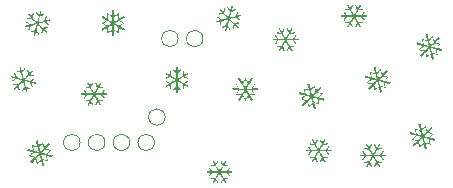
<source format=gbo>
G04 #@! TF.GenerationSoftware,KiCad,Pcbnew,9.0.0*
G04 #@! TF.CreationDate,2025-03-15T13:46:40+01:00*
G04 #@! TF.ProjectId,snowbackpack,736e6f77-6261-4636-9b70-61636b2e6b69,rev?*
G04 #@! TF.SameCoordinates,Original*
G04 #@! TF.FileFunction,Legend,Bot*
G04 #@! TF.FilePolarity,Positive*
%FSLAX46Y46*%
G04 Gerber Fmt 4.6, Leading zero omitted, Abs format (unit mm)*
G04 Created by KiCad (PCBNEW 9.0.0) date 2025-03-15 13:46:40*
%MOMM*%
%LPD*%
G01*
G04 APERTURE LIST*
G04 Aperture macros list*
%AMFreePoly0*
4,1,21,0.530354,0.450354,0.530500,0.450000,0.530500,-0.450000,0.530354,-0.450354,0.530000,-0.450500,0.440000,-0.450500,0.439646,-0.450354,0.439500,-0.450000,0.439500,-0.050500,0.350000,-0.050500,0.350000,-0.450000,-0.350000,-0.450000,-0.350000,0.450000,0.350000,0.450000,0.350000,0.050500,0.439500,0.050500,0.439500,0.450000,0.439646,0.450354,0.440000,0.450500,0.530000,0.450500,
0.530354,0.450354,0.530354,0.450354,$1*%
%AMFreePoly1*
4,1,13,0.040354,0.250354,0.040500,0.250000,0.040500,-0.300000,0.040354,-0.300354,0.040000,-0.300500,-0.050000,-0.300500,-0.050354,-0.300354,-0.050500,-0.300000,-0.050500,0.250000,-0.050354,0.250354,-0.050000,0.250500,0.040000,0.250500,0.040354,0.250354,0.040354,0.250354,$1*%
%AMFreePoly2*
4,1,13,0.050354,0.160354,0.050500,0.160000,0.050500,-0.140000,0.050354,-0.140354,0.050000,-0.140500,-0.040000,-0.140500,-0.040354,-0.140354,-0.040500,-0.140000,-0.040500,0.160000,-0.040354,0.160354,-0.040000,0.160500,0.050000,0.160500,0.050354,0.160354,0.050354,0.160354,$1*%
%AMFreePoly3*
4,1,23,0.350000,0.100060,0.649972,0.300042,0.650010,0.300049,0.650042,0.300028,0.650050,0.300000,0.650050,0.000050,0.950000,0.000050,0.950035,0.000035,0.950050,0.000000,0.950035,-0.000035,0.950028,-0.000042,0.500028,-0.300042,0.499990,-0.300049,0.499958,-0.300028,0.499950,-0.300000,0.499950,-0.050094,0.350028,-0.150042,0.350000,-0.150047,0.350000,-0.450000,-0.350000,-0.450000,
-0.350000,0.450000,0.350000,0.450000,0.350000,0.100060,0.350000,0.100060,$1*%
%AMFreePoly4*
4,1,18,0.750354,0.450354,0.750500,0.450000,0.750354,0.449646,0.300708,0.000000,0.750354,-0.449646,0.750500,-0.450000,0.750354,-0.450354,0.750000,-0.450500,0.000000,-0.450500,-0.000354,-0.450354,-0.000500,-0.450000,-0.300000,-0.450000,-0.300000,0.450000,-0.000500,0.450000,-0.000354,0.450354,0.000000,0.450500,0.750000,0.450500,0.750354,0.450354,0.750354,0.450354,$1*%
%AMFreePoly5*
4,1,17,0.550355,0.450146,0.550708,0.449999,0.550854,0.449645,0.550708,0.449292,0.101416,0.000000,0.550708,-0.449292,0.550854,-0.449646,0.550708,-0.450000,0.550355,-0.450146,0.350001,-0.450500,0.349646,-0.450354,-0.100354,-0.000354,-0.100500,0.000000,-0.100354,0.000354,0.349646,0.450354,0.350001,0.450500,0.550355,0.450146,0.550355,0.450146,$1*%
G04 Aperture macros list end*
%ADD10C,0.000000*%
%ADD11C,0.120000*%
%ADD12C,0.649987*%
%ADD13O,1.000000X2.100000*%
%ADD14O,1.000000X1.800000*%
%ADD15C,0.900000*%
%ADD16FreePoly0,90.000000*%
%ADD17FreePoly1,90.000000*%
%ADD18FreePoly2,90.000000*%
%ADD19C,1.000000*%
%ADD20FreePoly3,90.000000*%
%ADD21FreePoly0,270.000000*%
%ADD22FreePoly1,270.000000*%
%ADD23FreePoly2,270.000000*%
%ADD24FreePoly3,180.000000*%
%ADD25FreePoly3,270.000000*%
%ADD26FreePoly3,0.000000*%
%ADD27FreePoly0,0.000000*%
%ADD28FreePoly1,0.000000*%
%ADD29FreePoly2,0.000000*%
%ADD30FreePoly0,180.000000*%
%ADD31FreePoly1,180.000000*%
%ADD32FreePoly2,180.000000*%
%ADD33FreePoly4,90.000000*%
%ADD34FreePoly5,90.000000*%
G04 APERTURE END LIST*
D10*
G36*
X89458488Y-88931224D02*
G01*
X89458483Y-88932076D01*
X89458425Y-88937766D01*
X89458311Y-88946381D01*
X89458145Y-88957655D01*
X89457933Y-88971320D01*
X89457676Y-88987109D01*
X89457381Y-89004754D01*
X89457053Y-89023987D01*
X89456694Y-89044542D01*
X89456311Y-89066150D01*
X89455907Y-89088543D01*
X89455487Y-89111455D01*
X89455316Y-89120746D01*
X89454914Y-89142697D01*
X89454536Y-89163618D01*
X89454185Y-89183285D01*
X89453865Y-89201478D01*
X89453580Y-89217973D01*
X89453334Y-89232548D01*
X89453131Y-89244981D01*
X89452972Y-89255050D01*
X89452864Y-89262531D01*
X89452809Y-89267203D01*
X89452813Y-89268842D01*
X89453878Y-89268205D01*
X89457491Y-89265902D01*
X89463489Y-89262032D01*
X89471694Y-89256711D01*
X89481928Y-89250056D01*
X89494011Y-89242183D01*
X89507764Y-89233209D01*
X89523012Y-89223250D01*
X89539574Y-89212422D01*
X89557272Y-89200841D01*
X89575927Y-89188625D01*
X89595362Y-89175889D01*
X89597305Y-89174614D01*
X89619879Y-89159819D01*
X89639899Y-89146706D01*
X89657523Y-89135179D01*
X89672904Y-89125141D01*
X89686200Y-89116496D01*
X89697566Y-89109144D01*
X89707156Y-89102994D01*
X89715126Y-89097945D01*
X89721632Y-89093902D01*
X89726830Y-89090768D01*
X89730873Y-89088447D01*
X89733919Y-89086840D01*
X89736123Y-89085853D01*
X89737638Y-89085388D01*
X89738622Y-89085347D01*
X89739230Y-89085638D01*
X89739617Y-89086159D01*
X89740746Y-89088408D01*
X89743117Y-89093517D01*
X89746256Y-89100538D01*
X89749974Y-89109026D01*
X89754084Y-89118537D01*
X89758396Y-89128624D01*
X89762723Y-89138844D01*
X89766877Y-89148752D01*
X89770669Y-89157902D01*
X89773912Y-89165848D01*
X89776417Y-89172148D01*
X89777995Y-89176353D01*
X89778461Y-89178021D01*
X89777719Y-89178574D01*
X89774468Y-89180807D01*
X89768783Y-89184639D01*
X89760833Y-89189960D01*
X89750784Y-89196659D01*
X89738804Y-89204624D01*
X89725060Y-89213744D01*
X89709721Y-89223910D01*
X89692952Y-89235008D01*
X89674921Y-89246929D01*
X89655796Y-89259562D01*
X89635744Y-89272795D01*
X89614934Y-89286518D01*
X89452154Y-89393804D01*
X89452115Y-89650677D01*
X89452076Y-89907550D01*
X89461433Y-89902272D01*
X89463660Y-89901002D01*
X89468658Y-89898131D01*
X89476035Y-89893882D01*
X89485604Y-89888364D01*
X89497182Y-89881683D01*
X89510582Y-89873947D01*
X89525616Y-89865264D01*
X89542102Y-89855739D01*
X89559851Y-89845482D01*
X89578680Y-89834599D01*
X89598403Y-89823198D01*
X89618834Y-89811385D01*
X89639788Y-89799269D01*
X89661079Y-89786956D01*
X89682521Y-89774555D01*
X89703929Y-89762171D01*
X89725117Y-89749914D01*
X89745899Y-89737889D01*
X89766091Y-89726205D01*
X89785506Y-89714968D01*
X89803959Y-89704287D01*
X89821265Y-89694267D01*
X89837236Y-89685019D01*
X89851689Y-89676646D01*
X89864438Y-89669258D01*
X89875296Y-89662962D01*
X89884080Y-89657865D01*
X89890601Y-89654075D01*
X89894675Y-89651698D01*
X89896117Y-89650843D01*
X89896217Y-89649972D01*
X89896506Y-89646106D01*
X89896959Y-89639332D01*
X89897562Y-89629852D01*
X89898305Y-89617862D01*
X89899173Y-89603563D01*
X89900157Y-89587155D01*
X89901245Y-89568836D01*
X89902423Y-89548807D01*
X89903681Y-89527267D01*
X89905006Y-89504415D01*
X89906387Y-89480450D01*
X89907812Y-89455572D01*
X89908835Y-89437655D01*
X89910228Y-89413414D01*
X89911569Y-89390231D01*
X89912843Y-89368304D01*
X89914041Y-89347833D01*
X89915150Y-89329016D01*
X89916159Y-89312057D01*
X89917056Y-89297148D01*
X89917827Y-89284493D01*
X89918463Y-89274291D01*
X89918951Y-89266740D01*
X89919279Y-89262040D01*
X89919435Y-89260390D01*
X89919945Y-89260247D01*
X89923154Y-89259723D01*
X89928883Y-89258930D01*
X89936656Y-89257925D01*
X89945996Y-89256762D01*
X89956427Y-89255498D01*
X89967472Y-89254187D01*
X89978654Y-89252887D01*
X89989497Y-89251652D01*
X89999522Y-89250539D01*
X90008255Y-89249602D01*
X90015220Y-89248898D01*
X90019938Y-89248483D01*
X90021934Y-89248411D01*
X90021991Y-89248436D01*
X90022311Y-89249137D01*
X90022521Y-89250895D01*
X90022611Y-89253879D01*
X90022571Y-89258257D01*
X90022398Y-89264198D01*
X90022075Y-89271870D01*
X90021599Y-89281441D01*
X90020960Y-89293080D01*
X90020148Y-89306956D01*
X90019155Y-89323236D01*
X90017972Y-89342089D01*
X90016590Y-89363685D01*
X90015001Y-89388189D01*
X90013196Y-89415773D01*
X90012060Y-89433120D01*
X90010602Y-89455544D01*
X90009220Y-89476924D01*
X90007932Y-89497042D01*
X90006749Y-89515675D01*
X90005686Y-89532604D01*
X90004757Y-89547609D01*
X90003975Y-89560468D01*
X90003353Y-89570962D01*
X90002906Y-89578868D01*
X90002648Y-89583969D01*
X90002591Y-89586043D01*
X90002768Y-89586355D01*
X90003542Y-89586425D01*
X90005062Y-89585990D01*
X90007474Y-89584967D01*
X90010925Y-89583270D01*
X90015561Y-89580818D01*
X90021526Y-89577527D01*
X90028969Y-89573312D01*
X90038033Y-89568091D01*
X90048865Y-89561779D01*
X90061612Y-89554293D01*
X90076419Y-89545550D01*
X90093432Y-89535465D01*
X90112798Y-89523954D01*
X90134661Y-89510936D01*
X90159170Y-89496325D01*
X90165044Y-89492821D01*
X90185502Y-89480642D01*
X90205129Y-89468986D01*
X90223748Y-89457957D01*
X90241180Y-89447661D01*
X90257246Y-89438200D01*
X90271768Y-89429680D01*
X90284568Y-89422205D01*
X90295468Y-89415881D01*
X90304289Y-89410810D01*
X90310853Y-89407098D01*
X90314981Y-89404850D01*
X90316495Y-89404169D01*
X90316867Y-89404609D01*
X90318815Y-89407494D01*
X90321994Y-89412581D01*
X90326183Y-89419486D01*
X90331159Y-89427825D01*
X90336698Y-89437212D01*
X90342579Y-89447265D01*
X90348578Y-89457595D01*
X90354472Y-89467821D01*
X90360039Y-89477558D01*
X90365057Y-89486420D01*
X90369299Y-89494024D01*
X90372547Y-89499984D01*
X90374577Y-89503917D01*
X90375165Y-89505436D01*
X90375045Y-89505515D01*
X90372839Y-89506790D01*
X90368011Y-89509515D01*
X90360744Y-89513588D01*
X90351220Y-89518907D01*
X90339623Y-89525372D01*
X90326135Y-89532879D01*
X90310938Y-89541329D01*
X90294215Y-89550617D01*
X90276149Y-89560646D01*
X90256923Y-89571311D01*
X90236719Y-89582511D01*
X90215721Y-89594144D01*
X90210457Y-89597059D01*
X90189669Y-89608584D01*
X90169738Y-89619647D01*
X90150849Y-89630147D01*
X90133181Y-89639983D01*
X90116915Y-89649054D01*
X90102231Y-89657259D01*
X90089311Y-89664497D01*
X90078336Y-89670666D01*
X90069487Y-89675665D01*
X90062942Y-89679394D01*
X90058885Y-89681751D01*
X90057495Y-89682634D01*
X90058640Y-89683300D01*
X90062517Y-89685324D01*
X90068953Y-89688606D01*
X90077755Y-89693051D01*
X90088734Y-89698563D01*
X90101697Y-89705048D01*
X90116455Y-89712409D01*
X90132815Y-89720551D01*
X90150588Y-89729380D01*
X90169582Y-89738799D01*
X90189605Y-89748713D01*
X90210468Y-89759027D01*
X90229147Y-89768259D01*
X90249266Y-89778213D01*
X90268375Y-89787677D01*
X90286283Y-89796556D01*
X90302800Y-89804757D01*
X90317733Y-89812181D01*
X90330892Y-89818736D01*
X90342088Y-89824327D01*
X90351127Y-89828859D01*
X90357820Y-89832235D01*
X90361976Y-89834363D01*
X90363404Y-89835144D01*
X90363064Y-89835735D01*
X90361054Y-89838547D01*
X90357494Y-89843314D01*
X90352678Y-89849658D01*
X90346899Y-89857200D01*
X90340451Y-89865563D01*
X90333628Y-89874369D01*
X90326723Y-89883241D01*
X90320031Y-89891799D01*
X90313844Y-89899667D01*
X90308456Y-89906467D01*
X90304162Y-89911821D01*
X90301254Y-89915350D01*
X90300027Y-89916678D01*
X90299209Y-89916375D01*
X90295688Y-89914763D01*
X90289563Y-89911842D01*
X90281013Y-89907700D01*
X90270218Y-89902428D01*
X90257361Y-89896114D01*
X90242617Y-89888845D01*
X90226170Y-89880713D01*
X90208199Y-89871804D01*
X90188883Y-89862208D01*
X90168404Y-89852013D01*
X90146939Y-89841309D01*
X90124671Y-89830184D01*
X89950711Y-89743202D01*
X89729128Y-89871194D01*
X89714998Y-89879357D01*
X89690660Y-89893426D01*
X89667185Y-89907006D01*
X89644723Y-89920010D01*
X89623424Y-89932350D01*
X89603440Y-89943939D01*
X89584920Y-89954690D01*
X89568015Y-89964514D01*
X89552876Y-89973324D01*
X89539654Y-89981034D01*
X89528496Y-89987554D01*
X89519557Y-89992798D01*
X89512986Y-89996679D01*
X89508933Y-89999108D01*
X89507548Y-89999999D01*
X89507997Y-90000310D01*
X89510914Y-90002085D01*
X89516414Y-90005347D01*
X89524347Y-90010012D01*
X89534563Y-90015991D01*
X89546910Y-90023197D01*
X89561239Y-90031541D01*
X89577398Y-90040938D01*
X89595237Y-90051298D01*
X89614607Y-90062535D01*
X89635356Y-90074561D01*
X89657332Y-90087289D01*
X89680387Y-90100630D01*
X89704370Y-90114498D01*
X89729129Y-90128806D01*
X89950707Y-90256799D01*
X90124669Y-90169815D01*
X90140217Y-90162046D01*
X90161946Y-90151204D01*
X90182745Y-90140844D01*
X90202435Y-90131056D01*
X90220836Y-90121928D01*
X90237768Y-90113549D01*
X90253050Y-90106007D01*
X90266503Y-90099392D01*
X90277947Y-90093792D01*
X90287201Y-90089296D01*
X90294086Y-90085993D01*
X90298421Y-90083971D01*
X90300027Y-90083320D01*
X90300529Y-90083814D01*
X90302782Y-90086485D01*
X90306542Y-90091133D01*
X90311517Y-90097385D01*
X90317410Y-90104860D01*
X90323930Y-90113181D01*
X90330783Y-90121969D01*
X90337677Y-90130848D01*
X90344313Y-90139439D01*
X90350402Y-90147364D01*
X90355650Y-90154246D01*
X90359762Y-90159707D01*
X90362444Y-90163368D01*
X90363404Y-90164853D01*
X90362261Y-90165487D01*
X90358386Y-90167476D01*
X90351953Y-90170725D01*
X90343154Y-90175137D01*
X90332179Y-90180621D01*
X90319220Y-90187077D01*
X90304466Y-90194415D01*
X90288109Y-90202537D01*
X90270340Y-90211348D01*
X90251350Y-90220754D01*
X90231329Y-90230660D01*
X90210468Y-90240971D01*
X90191812Y-90250193D01*
X90171689Y-90260155D01*
X90152575Y-90269633D01*
X90134662Y-90278529D01*
X90118140Y-90286750D01*
X90103201Y-90294200D01*
X90090036Y-90300783D01*
X90078835Y-90306404D01*
X90069789Y-90310969D01*
X90063090Y-90314380D01*
X90058928Y-90316544D01*
X90057495Y-90317364D01*
X90057581Y-90317440D01*
X90059648Y-90318698D01*
X90064338Y-90321404D01*
X90071471Y-90325457D01*
X90080864Y-90330756D01*
X90092338Y-90337199D01*
X90105712Y-90344686D01*
X90120805Y-90353115D01*
X90137435Y-90362385D01*
X90155423Y-90372395D01*
X90174587Y-90383044D01*
X90194746Y-90394231D01*
X90215720Y-90405854D01*
X90220800Y-90408668D01*
X90241626Y-90420207D01*
X90261613Y-90431288D01*
X90280579Y-90441810D01*
X90298340Y-90451671D01*
X90314715Y-90460769D01*
X90329519Y-90469002D01*
X90342573Y-90476270D01*
X90353691Y-90482470D01*
X90362692Y-90487501D01*
X90369392Y-90491261D01*
X90373610Y-90493649D01*
X90375164Y-90494562D01*
X90375123Y-90494839D01*
X90373953Y-90497335D01*
X90371427Y-90502096D01*
X90367769Y-90508736D01*
X90363200Y-90516870D01*
X90357945Y-90526115D01*
X90352225Y-90536085D01*
X90346264Y-90546397D01*
X90340284Y-90556665D01*
X90334509Y-90566504D01*
X90329160Y-90575531D01*
X90324462Y-90583360D01*
X90320636Y-90589607D01*
X90317906Y-90593888D01*
X90316495Y-90595817D01*
X90316369Y-90595799D01*
X90314165Y-90594725D01*
X90309382Y-90592130D01*
X90302198Y-90588116D01*
X90292795Y-90582788D01*
X90281350Y-90576249D01*
X90268043Y-90568602D01*
X90253055Y-90559949D01*
X90236565Y-90550397D01*
X90218750Y-90540046D01*
X90199794Y-90529001D01*
X90179873Y-90517365D01*
X90159169Y-90505241D01*
X90138046Y-90492863D01*
X90115806Y-90479843D01*
X90096095Y-90468323D01*
X90078764Y-90458219D01*
X90063666Y-90449449D01*
X90050651Y-90441929D01*
X90039575Y-90435575D01*
X90030286Y-90430306D01*
X90022637Y-90426036D01*
X90016481Y-90422684D01*
X90011669Y-90420165D01*
X90008053Y-90418397D01*
X90005486Y-90417296D01*
X90003819Y-90416778D01*
X90002904Y-90416762D01*
X90002594Y-90417163D01*
X90002611Y-90418269D01*
X90002812Y-90422467D01*
X90003207Y-90429537D01*
X90003781Y-90439257D01*
X90004523Y-90451407D01*
X90005416Y-90465765D01*
X90006448Y-90482108D01*
X90007605Y-90500215D01*
X90008872Y-90519866D01*
X90010236Y-90540836D01*
X90011683Y-90562905D01*
X90013199Y-90585853D01*
X90013347Y-90588082D01*
X90015143Y-90615281D01*
X90016721Y-90639415D01*
X90018091Y-90660654D01*
X90019261Y-90679167D01*
X90020240Y-90695123D01*
X90021037Y-90708691D01*
X90021661Y-90720042D01*
X90022121Y-90729342D01*
X90022427Y-90736763D01*
X90022583Y-90742472D01*
X90022606Y-90746640D01*
X90022498Y-90749436D01*
X90022271Y-90751028D01*
X90021934Y-90751587D01*
X90021306Y-90751598D01*
X90017888Y-90751347D01*
X90011986Y-90750780D01*
X90004077Y-90749953D01*
X89994637Y-90748921D01*
X89984143Y-90747741D01*
X89973071Y-90746465D01*
X89961898Y-90745153D01*
X89951101Y-90743859D01*
X89941156Y-90742637D01*
X89932541Y-90741547D01*
X89925731Y-90740641D01*
X89921203Y-90739976D01*
X89919435Y-90739608D01*
X89919341Y-90738743D01*
X89919060Y-90734887D01*
X89918617Y-90728123D01*
X89918022Y-90718651D01*
X89917287Y-90706671D01*
X89916425Y-90692381D01*
X89915447Y-90675980D01*
X89914365Y-90657669D01*
X89913191Y-90637647D01*
X89911937Y-90616112D01*
X89910615Y-90593264D01*
X89909235Y-90569302D01*
X89907812Y-90544426D01*
X89906788Y-90526525D01*
X89905393Y-90502281D01*
X89904051Y-90479093D01*
X89902773Y-90457159D01*
X89901571Y-90436681D01*
X89900456Y-90417857D01*
X89899441Y-90400886D01*
X89898538Y-90385968D01*
X89897759Y-90373303D01*
X89897115Y-90363089D01*
X89896619Y-90355527D01*
X89896282Y-90350816D01*
X89896117Y-90349154D01*
X89895062Y-90348526D01*
X89891369Y-90346369D01*
X89885200Y-90342782D01*
X89876743Y-90337873D01*
X89866183Y-90331749D01*
X89853705Y-90324517D01*
X89839494Y-90316284D01*
X89823738Y-90307159D01*
X89806619Y-90297246D01*
X89788326Y-90286657D01*
X89769043Y-90275497D01*
X89748955Y-90263872D01*
X89728249Y-90251891D01*
X89707110Y-90239660D01*
X89685723Y-90227290D01*
X89664276Y-90214884D01*
X89642950Y-90202551D01*
X89621934Y-90190398D01*
X89601414Y-90178534D01*
X89581574Y-90167065D01*
X89562601Y-90156098D01*
X89544678Y-90145741D01*
X89527993Y-90136101D01*
X89512731Y-90127286D01*
X89499077Y-90119402D01*
X89487218Y-90112558D01*
X89477338Y-90106861D01*
X89469624Y-90102417D01*
X89464260Y-90099335D01*
X89461433Y-90097721D01*
X89452076Y-90092449D01*
X89452119Y-90349322D01*
X89452164Y-90606195D01*
X89614943Y-90713489D01*
X89629750Y-90723252D01*
X89650040Y-90736640D01*
X89669452Y-90749460D01*
X89687819Y-90761601D01*
X89704973Y-90772950D01*
X89720747Y-90783400D01*
X89734974Y-90792839D01*
X89747485Y-90801151D01*
X89758115Y-90808231D01*
X89766695Y-90813965D01*
X89773058Y-90818243D01*
X89777038Y-90820954D01*
X89778465Y-90821986D01*
X89778246Y-90822924D01*
X89776953Y-90826478D01*
X89774683Y-90832246D01*
X89771623Y-90839784D01*
X89767962Y-90848646D01*
X89763888Y-90858389D01*
X89759589Y-90868566D01*
X89755254Y-90878734D01*
X89751070Y-90888444D01*
X89747226Y-90897256D01*
X89743911Y-90904722D01*
X89741312Y-90910399D01*
X89739617Y-90913839D01*
X89739590Y-90913888D01*
X89739191Y-90914394D01*
X89738559Y-90914660D01*
X89737537Y-90914590D01*
X89735971Y-90914086D01*
X89733706Y-90913052D01*
X89730584Y-90911392D01*
X89726453Y-90909008D01*
X89721156Y-90905803D01*
X89714537Y-90901682D01*
X89706441Y-90896548D01*
X89696713Y-90890304D01*
X89685197Y-90882852D01*
X89671738Y-90874097D01*
X89656180Y-90863942D01*
X89638369Y-90852290D01*
X89618147Y-90839045D01*
X89595361Y-90824109D01*
X89578192Y-90812857D01*
X89559435Y-90800573D01*
X89541615Y-90788912D01*
X89524909Y-90777989D01*
X89509498Y-90767920D01*
X89495556Y-90758823D01*
X89483266Y-90750814D01*
X89472804Y-90744008D01*
X89464349Y-90738523D01*
X89458080Y-90734475D01*
X89454175Y-90731981D01*
X89452813Y-90731155D01*
X89452805Y-90731449D01*
X89452825Y-90734366D01*
X89452901Y-90740222D01*
X89453031Y-90748796D01*
X89453209Y-90759866D01*
X89453430Y-90773208D01*
X89453693Y-90788602D01*
X89453993Y-90805823D01*
X89454326Y-90824650D01*
X89454689Y-90844861D01*
X89455077Y-90866233D01*
X89455487Y-90888543D01*
X89455583Y-90893753D01*
X89456000Y-90916572D01*
X89456400Y-90938810D01*
X89456778Y-90960203D01*
X89457130Y-90980483D01*
X89457451Y-90999379D01*
X89457737Y-91016629D01*
X89457984Y-91031962D01*
X89458187Y-91045110D01*
X89458342Y-91055807D01*
X89458443Y-91063783D01*
X89458488Y-91068775D01*
X89458585Y-91091965D01*
X89398373Y-91091964D01*
X89338160Y-91091964D01*
X89338236Y-91072843D01*
X89338245Y-91071446D01*
X89338310Y-91065840D01*
X89338429Y-91057340D01*
X89338600Y-91046199D01*
X89338817Y-91032673D01*
X89339077Y-91017016D01*
X89339374Y-90999484D01*
X89339705Y-90980331D01*
X89340065Y-90959813D01*
X89340450Y-90938183D01*
X89340856Y-90915698D01*
X89341279Y-90892612D01*
X89341512Y-90879878D01*
X89341914Y-90857771D01*
X89342290Y-90836721D01*
X89342638Y-90816950D01*
X89342953Y-90798677D01*
X89343233Y-90782120D01*
X89343474Y-90767501D01*
X89343671Y-90755037D01*
X89343822Y-90744950D01*
X89343923Y-90737458D01*
X89343970Y-90732781D01*
X89343958Y-90731138D01*
X89342888Y-90731773D01*
X89339270Y-90734072D01*
X89333266Y-90737939D01*
X89325057Y-90743257D01*
X89314817Y-90749909D01*
X89302730Y-90757780D01*
X89288972Y-90766752D01*
X89273721Y-90776710D01*
X89257157Y-90787537D01*
X89239458Y-90799116D01*
X89220802Y-90811331D01*
X89201368Y-90824068D01*
X89178763Y-90838874D01*
X89156466Y-90853440D01*
X89136702Y-90866311D01*
X89119380Y-90877540D01*
X89104409Y-90887186D01*
X89091698Y-90895307D01*
X89081156Y-90901961D01*
X89072693Y-90907205D01*
X89066218Y-90911096D01*
X89061640Y-90913695D01*
X89058867Y-90915056D01*
X89057810Y-90915238D01*
X89057610Y-90914852D01*
X89056247Y-90911895D01*
X89053823Y-90906476D01*
X89050509Y-90898979D01*
X89046477Y-90889796D01*
X89041897Y-90879308D01*
X89036939Y-90867907D01*
X89035998Y-90865737D01*
X89030642Y-90853358D01*
X89026459Y-90843579D01*
X89023333Y-90836071D01*
X89021153Y-90830504D01*
X89019801Y-90826547D01*
X89019165Y-90823871D01*
X89019129Y-90822145D01*
X89019579Y-90821040D01*
X89020400Y-90820226D01*
X89021125Y-90819714D01*
X89024408Y-90817493D01*
X89030135Y-90813666D01*
X89038134Y-90808345D01*
X89048233Y-90801644D01*
X89060261Y-90793675D01*
X89074045Y-90784553D01*
X89089414Y-90774393D01*
X89106197Y-90763306D01*
X89124220Y-90751408D01*
X89143314Y-90738810D01*
X89163307Y-90725628D01*
X89184024Y-90711975D01*
X89344573Y-90606195D01*
X89344622Y-90349477D01*
X89344623Y-90332390D01*
X89344621Y-90304267D01*
X89344612Y-90277142D01*
X89344597Y-90251190D01*
X89344576Y-90226585D01*
X89344549Y-90203500D01*
X89344517Y-90182108D01*
X89344480Y-90162584D01*
X89344439Y-90145100D01*
X89344393Y-90129830D01*
X89344344Y-90116947D01*
X89344290Y-90106625D01*
X89344233Y-90099037D01*
X89344174Y-90094358D01*
X89344112Y-90092759D01*
X89343468Y-90093110D01*
X89340272Y-90094926D01*
X89334564Y-90098197D01*
X89326527Y-90102815D01*
X89316347Y-90108675D01*
X89304205Y-90115671D01*
X89290286Y-90123696D01*
X89274774Y-90132645D01*
X89257852Y-90142411D01*
X89239704Y-90152887D01*
X89220514Y-90163969D01*
X89200465Y-90175548D01*
X89179740Y-90187521D01*
X89158525Y-90199780D01*
X89137002Y-90212218D01*
X89115355Y-90224731D01*
X89093767Y-90237211D01*
X89072423Y-90249554D01*
X89051506Y-90261650D01*
X89031200Y-90273396D01*
X89011688Y-90284685D01*
X88993155Y-90295411D01*
X88975783Y-90305468D01*
X88959756Y-90314749D01*
X88945259Y-90323149D01*
X88932474Y-90330559D01*
X88921589Y-90336877D01*
X88912780Y-90341994D01*
X88906237Y-90345804D01*
X88902142Y-90348202D01*
X88900677Y-90349082D01*
X88900580Y-90349951D01*
X88900298Y-90353815D01*
X88899850Y-90360586D01*
X88899253Y-90370065D01*
X88898515Y-90382053D01*
X88897651Y-90396350D01*
X88896670Y-90412757D01*
X88895586Y-90431073D01*
X88894411Y-90451101D01*
X88893155Y-90472639D01*
X88891831Y-90495491D01*
X88890451Y-90519455D01*
X88889027Y-90544333D01*
X88888002Y-90562246D01*
X88886609Y-90586488D01*
X88885267Y-90609673D01*
X88883990Y-90631602D01*
X88882789Y-90652076D01*
X88881676Y-90670895D01*
X88880664Y-90687859D01*
X88879762Y-90702770D01*
X88878986Y-90715429D01*
X88878345Y-90725635D01*
X88877853Y-90733189D01*
X88877519Y-90737893D01*
X88877358Y-90739546D01*
X88876516Y-90739782D01*
X88872863Y-90740384D01*
X88866768Y-90741226D01*
X88858707Y-90742254D01*
X88849151Y-90743417D01*
X88838574Y-90744660D01*
X88827446Y-90745931D01*
X88816242Y-90747176D01*
X88805434Y-90748344D01*
X88795492Y-90749380D01*
X88786891Y-90750233D01*
X88780104Y-90750847D01*
X88775601Y-90751172D01*
X88773857Y-90751154D01*
X88773805Y-90750007D01*
X88773927Y-90745822D01*
X88774244Y-90738775D01*
X88774742Y-90729087D01*
X88775409Y-90716972D01*
X88776232Y-90702643D01*
X88777199Y-90686320D01*
X88778298Y-90668215D01*
X88779515Y-90648547D01*
X88780839Y-90627529D01*
X88782255Y-90605378D01*
X88783752Y-90582310D01*
X88784969Y-90563647D01*
X88786416Y-90541325D01*
X88787783Y-90520103D01*
X88789056Y-90500198D01*
X88790222Y-90481823D01*
X88791268Y-90465192D01*
X88792180Y-90450522D01*
X88792944Y-90438026D01*
X88793548Y-90427919D01*
X88793978Y-90420416D01*
X88794220Y-90415731D01*
X88794261Y-90414079D01*
X88794154Y-90414117D01*
X88792030Y-90415267D01*
X88787325Y-90417935D01*
X88780215Y-90422016D01*
X88770881Y-90427408D01*
X88759502Y-90434004D01*
X88746256Y-90441704D01*
X88731321Y-90450401D01*
X88714876Y-90459992D01*
X88697101Y-90470373D01*
X88678173Y-90481440D01*
X88658273Y-90493089D01*
X88637577Y-90505216D01*
X88632256Y-90508333D01*
X88611735Y-90520344D01*
X88592044Y-90531841D01*
X88573362Y-90542720D01*
X88555871Y-90552879D01*
X88539749Y-90562214D01*
X88525175Y-90570621D01*
X88512328Y-90577998D01*
X88501390Y-90584242D01*
X88492537Y-90589247D01*
X88485952Y-90592913D01*
X88481812Y-90595134D01*
X88480298Y-90595806D01*
X88479525Y-90594602D01*
X88477303Y-90590833D01*
X88473844Y-90584836D01*
X88469335Y-90576940D01*
X88463965Y-90567477D01*
X88457921Y-90556777D01*
X88451394Y-90545168D01*
X88451388Y-90545158D01*
X88443775Y-90531533D01*
X88437672Y-90520470D01*
X88432956Y-90511721D01*
X88429502Y-90505033D01*
X88427186Y-90500159D01*
X88425882Y-90496846D01*
X88425465Y-90494845D01*
X88425811Y-90493906D01*
X88425883Y-90493859D01*
X88427966Y-90492646D01*
X88432679Y-90489963D01*
X88439836Y-90485915D01*
X88449253Y-90480606D01*
X88460744Y-90474139D01*
X88474123Y-90466620D01*
X88489205Y-90458151D01*
X88505806Y-90448838D01*
X88523739Y-90438784D01*
X88542820Y-90428092D01*
X88562863Y-90416869D01*
X88583683Y-90405216D01*
X88587041Y-90403337D01*
X88607692Y-90391773D01*
X88627501Y-90380666D01*
X88646282Y-90370119D01*
X88663859Y-90360235D01*
X88680047Y-90351116D01*
X88694665Y-90342865D01*
X88707531Y-90335585D01*
X88718464Y-90329378D01*
X88727282Y-90324348D01*
X88733803Y-90320596D01*
X88737845Y-90318225D01*
X88739228Y-90317338D01*
X88738255Y-90316768D01*
X88734565Y-90314841D01*
X88728307Y-90311650D01*
X88719671Y-90307291D01*
X88708849Y-90301859D01*
X88696035Y-90295451D01*
X88681421Y-90288162D01*
X88665197Y-90280089D01*
X88647558Y-90271327D01*
X88628694Y-90261973D01*
X88608798Y-90252122D01*
X88588063Y-90241871D01*
X88571253Y-90233565D01*
X88551108Y-90223607D01*
X88531930Y-90214122D01*
X88513911Y-90205205D01*
X88497247Y-90196955D01*
X88482134Y-90189468D01*
X88468768Y-90182842D01*
X88457343Y-90177170D01*
X88448055Y-90172553D01*
X88441099Y-90169085D01*
X88436672Y-90166866D01*
X88434968Y-90165989D01*
X88435112Y-90164671D01*
X88437046Y-90161177D01*
X88440868Y-90155461D01*
X88446627Y-90147454D01*
X88454371Y-90137084D01*
X88464150Y-90124284D01*
X88468003Y-90119291D01*
X88475440Y-90109713D01*
X88482150Y-90101149D01*
X88487882Y-90093914D01*
X88492388Y-90088321D01*
X88495416Y-90084685D01*
X88496718Y-90083320D01*
X88497534Y-90083622D01*
X88501052Y-90085233D01*
X88507174Y-90088152D01*
X88515721Y-90092292D01*
X88526513Y-90097563D01*
X88539369Y-90103875D01*
X88554109Y-90111143D01*
X88570553Y-90119275D01*
X88588521Y-90128183D01*
X88607836Y-90137778D01*
X88628313Y-90147971D01*
X88649775Y-90158674D01*
X88672042Y-90169798D01*
X88845968Y-90256764D01*
X89066433Y-90129254D01*
X89079605Y-90121633D01*
X89103910Y-90107553D01*
X89127357Y-90093949D01*
X89149795Y-90080910D01*
X89171074Y-90068521D01*
X89191043Y-90056875D01*
X89209551Y-90046058D01*
X89226446Y-90036159D01*
X89241578Y-90027266D01*
X89254797Y-90019468D01*
X89265951Y-90012854D01*
X89274889Y-90007511D01*
X89281460Y-90003528D01*
X89285513Y-90000995D01*
X89286898Y-89999998D01*
X89286506Y-89999668D01*
X89283690Y-89997845D01*
X89278284Y-89994534D01*
X89270441Y-89989820D01*
X89260312Y-89983792D01*
X89248046Y-89976539D01*
X89233795Y-89968150D01*
X89217710Y-89958713D01*
X89199943Y-89948316D01*
X89180643Y-89937048D01*
X89159962Y-89924996D01*
X89138050Y-89912252D01*
X89115059Y-89898902D01*
X89091140Y-89885034D01*
X89066444Y-89870739D01*
X88845989Y-89743224D01*
X88672052Y-89830195D01*
X88656525Y-89837955D01*
X88634797Y-89848796D01*
X88613998Y-89859155D01*
X88594309Y-89868943D01*
X88575908Y-89878071D01*
X88558977Y-89886450D01*
X88543695Y-89893992D01*
X88530242Y-89900607D01*
X88518799Y-89906207D01*
X88509545Y-89910702D01*
X88502660Y-89914006D01*
X88498324Y-89916027D01*
X88496718Y-89916678D01*
X88496309Y-89916310D01*
X88494125Y-89913787D01*
X88490338Y-89909148D01*
X88485197Y-89902707D01*
X88478952Y-89894778D01*
X88471853Y-89885676D01*
X88464151Y-89875714D01*
X88454951Y-89863680D01*
X88447075Y-89853153D01*
X88441187Y-89844993D01*
X88437239Y-89839128D01*
X88435182Y-89835490D01*
X88434967Y-89834009D01*
X88436122Y-89833411D01*
X88440037Y-89831444D01*
X88446518Y-89828211D01*
X88455369Y-89823809D01*
X88466395Y-89818335D01*
X88479401Y-89811885D01*
X88494191Y-89804557D01*
X88510569Y-89796447D01*
X88528340Y-89787652D01*
X88547310Y-89778270D01*
X88567283Y-89768396D01*
X88588062Y-89758128D01*
X88605144Y-89749683D01*
X88625205Y-89739754D01*
X88644267Y-89730304D01*
X88662140Y-89721429D01*
X88678631Y-89713226D01*
X88693547Y-89705790D01*
X88706698Y-89699217D01*
X88717890Y-89693603D01*
X88726931Y-89689045D01*
X88733629Y-89685638D01*
X88737792Y-89683478D01*
X88739228Y-89682660D01*
X88739192Y-89682623D01*
X88737375Y-89681492D01*
X88732925Y-89678895D01*
X88726026Y-89674932D01*
X88716858Y-89669707D01*
X88705605Y-89663322D01*
X88692447Y-89655880D01*
X88677567Y-89647484D01*
X88661146Y-89638237D01*
X88643365Y-89628240D01*
X88624407Y-89617597D01*
X88604452Y-89606410D01*
X88583684Y-89594782D01*
X88580709Y-89593118D01*
X88559987Y-89581519D01*
X88540068Y-89570364D01*
X88521138Y-89559757D01*
X88503381Y-89549800D01*
X88486983Y-89540601D01*
X88472130Y-89532259D01*
X88459005Y-89524881D01*
X88447796Y-89518572D01*
X88438687Y-89513434D01*
X88431862Y-89509572D01*
X88427509Y-89507090D01*
X88425811Y-89506092D01*
X88425810Y-89506092D01*
X88425465Y-89505152D01*
X88425882Y-89503151D01*
X88427187Y-89499837D01*
X88429504Y-89494961D01*
X88432959Y-89488272D01*
X88437675Y-89479521D01*
X88443779Y-89468457D01*
X88451394Y-89454830D01*
X88456985Y-89444883D01*
X88463113Y-89434028D01*
X88468594Y-89424362D01*
X88473243Y-89416216D01*
X88476867Y-89409919D01*
X88479282Y-89405803D01*
X88480298Y-89404195D01*
X88480448Y-89404224D01*
X88482709Y-89405360D01*
X88487534Y-89408034D01*
X88494745Y-89412143D01*
X88504163Y-89417578D01*
X88515610Y-89424240D01*
X88528908Y-89432021D01*
X88543878Y-89440818D01*
X88560343Y-89450526D01*
X88578123Y-89461041D01*
X88597042Y-89472257D01*
X88616919Y-89484072D01*
X88637577Y-89496379D01*
X88643488Y-89499905D01*
X88663933Y-89512089D01*
X88683538Y-89523761D01*
X88702123Y-89534814D01*
X88719513Y-89545144D01*
X88735530Y-89554645D01*
X88749996Y-89563213D01*
X88762733Y-89570742D01*
X88773563Y-89577127D01*
X88782311Y-89582263D01*
X88788796Y-89586045D01*
X88792843Y-89588368D01*
X88794274Y-89589127D01*
X88794252Y-89587888D01*
X88794041Y-89583606D01*
X88793641Y-89576475D01*
X88793067Y-89566707D01*
X88792331Y-89554518D01*
X88791447Y-89540119D01*
X88790428Y-89523725D01*
X88789287Y-89505549D01*
X88788037Y-89485805D01*
X88786692Y-89464706D01*
X88785265Y-89442466D01*
X88783768Y-89419299D01*
X88782484Y-89399338D01*
X88781061Y-89376931D01*
X88779728Y-89355626D01*
X88778498Y-89335634D01*
X88777383Y-89317175D01*
X88776398Y-89300460D01*
X88775550Y-89285705D01*
X88774857Y-89273125D01*
X88774329Y-89262933D01*
X88773979Y-89255346D01*
X88773819Y-89250576D01*
X88773861Y-89248840D01*
X88774640Y-89248786D01*
X88778209Y-89248995D01*
X88784233Y-89249514D01*
X88792239Y-89250287D01*
X88801754Y-89251265D01*
X88812307Y-89252392D01*
X88823424Y-89253616D01*
X88834633Y-89254885D01*
X88845461Y-89256144D01*
X88855437Y-89257342D01*
X88864086Y-89258424D01*
X88870937Y-89259340D01*
X88875519Y-89260033D01*
X88877357Y-89260452D01*
X88877455Y-89261319D01*
X88877741Y-89265179D01*
X88878191Y-89271946D01*
X88878790Y-89281421D01*
X88879530Y-89293405D01*
X88880397Y-89307698D01*
X88881379Y-89324101D01*
X88882464Y-89342415D01*
X88883642Y-89362439D01*
X88884898Y-89383976D01*
X88886223Y-89406826D01*
X88887604Y-89430789D01*
X88889027Y-89455666D01*
X88890052Y-89473573D01*
X88891445Y-89497816D01*
X88892787Y-89521003D01*
X88894062Y-89542935D01*
X88895262Y-89563411D01*
X88896373Y-89582233D01*
X88897384Y-89599201D01*
X88898283Y-89614116D01*
X88899057Y-89626778D01*
X88899696Y-89636988D01*
X88900186Y-89644547D01*
X88900517Y-89649255D01*
X88900677Y-89650913D01*
X88901341Y-89651319D01*
X88904567Y-89653214D01*
X88910302Y-89656558D01*
X88918364Y-89661244D01*
X88928568Y-89667166D01*
X88940730Y-89674219D01*
X88954668Y-89682295D01*
X88970197Y-89691289D01*
X88987132Y-89701094D01*
X89005294Y-89711605D01*
X89024495Y-89722715D01*
X89044553Y-89734317D01*
X89065284Y-89746308D01*
X89086504Y-89758579D01*
X89108029Y-89771024D01*
X89129677Y-89783537D01*
X89151263Y-89796013D01*
X89172603Y-89808344D01*
X89193514Y-89820425D01*
X89213813Y-89832150D01*
X89233315Y-89843413D01*
X89251837Y-89854105D01*
X89269195Y-89864125D01*
X89285206Y-89873364D01*
X89299685Y-89881713D01*
X89312450Y-89889071D01*
X89323316Y-89895328D01*
X89332099Y-89900380D01*
X89338618Y-89904120D01*
X89342687Y-89906442D01*
X89344122Y-89907239D01*
X89344158Y-89906672D01*
X89344218Y-89903225D01*
X89344274Y-89896799D01*
X89344328Y-89887569D01*
X89344378Y-89875707D01*
X89344424Y-89861387D01*
X89344467Y-89844782D01*
X89344505Y-89826067D01*
X89344538Y-89805413D01*
X89344566Y-89782997D01*
X89344589Y-89758989D01*
X89344606Y-89733564D01*
X89344617Y-89706896D01*
X89344622Y-89679157D01*
X89344619Y-89650521D01*
X89344569Y-89393804D01*
X89181811Y-89286534D01*
X89167030Y-89276789D01*
X89146739Y-89263401D01*
X89127326Y-89250582D01*
X89108958Y-89238441D01*
X89091803Y-89227089D01*
X89076028Y-89216639D01*
X89061799Y-89207201D01*
X89049286Y-89198885D01*
X89038654Y-89191803D01*
X89030072Y-89186067D01*
X89023707Y-89181786D01*
X89019725Y-89179073D01*
X89018295Y-89178037D01*
X89018289Y-89178017D01*
X89018836Y-89176192D01*
X89020487Y-89171854D01*
X89023052Y-89165444D01*
X89026345Y-89157406D01*
X89030178Y-89148182D01*
X89034365Y-89138214D01*
X89038716Y-89127943D01*
X89043046Y-89117814D01*
X89047167Y-89108268D01*
X89050891Y-89099747D01*
X89054031Y-89092694D01*
X89056400Y-89087551D01*
X89057811Y-89084760D01*
X89058705Y-89084879D01*
X89061322Y-89086134D01*
X89065736Y-89088620D01*
X89072041Y-89092395D01*
X89080324Y-89097517D01*
X89090678Y-89104044D01*
X89103194Y-89112033D01*
X89117961Y-89121542D01*
X89135071Y-89132629D01*
X89154615Y-89145350D01*
X89176684Y-89159765D01*
X89201368Y-89175931D01*
X89218518Y-89187171D01*
X89237276Y-89199454D01*
X89255099Y-89211116D01*
X89271808Y-89222039D01*
X89287225Y-89232106D01*
X89301171Y-89241203D01*
X89313469Y-89249211D01*
X89323936Y-89256015D01*
X89332398Y-89261498D01*
X89338675Y-89265544D01*
X89342589Y-89268037D01*
X89343958Y-89268860D01*
X89343972Y-89268329D01*
X89343950Y-89264964D01*
X89343873Y-89258687D01*
X89343744Y-89249717D01*
X89343567Y-89238275D01*
X89343345Y-89224580D01*
X89343081Y-89208850D01*
X89342781Y-89191307D01*
X89342447Y-89172170D01*
X89342083Y-89151658D01*
X89341692Y-89129990D01*
X89341279Y-89107387D01*
X89341104Y-89097905D01*
X89340688Y-89075034D01*
X89340290Y-89052867D01*
X89339915Y-89031660D01*
X89339566Y-89011669D01*
X89339248Y-88993147D01*
X89338966Y-88976349D01*
X89338723Y-88961532D01*
X89338525Y-88948949D01*
X89338374Y-88938855D01*
X89338276Y-88931504D01*
X89338236Y-88927155D01*
X89338160Y-88908034D01*
X89398373Y-88908034D01*
X89458585Y-88908034D01*
X89458488Y-88931224D01*
G37*
G36*
X76173323Y-88930736D02*
G01*
X76174122Y-88933054D01*
X76175669Y-88938271D01*
X76177910Y-88946189D01*
X76180792Y-88956605D01*
X76184261Y-88969322D01*
X76188263Y-88984139D01*
X76192743Y-89000855D01*
X76197649Y-89019270D01*
X76202927Y-89039186D01*
X76208520Y-89060400D01*
X76214379Y-89082714D01*
X76220446Y-89105927D01*
X76226629Y-89129616D01*
X76233149Y-89154548D01*
X76238941Y-89176632D01*
X76244051Y-89196032D01*
X76248526Y-89212909D01*
X76252411Y-89227429D01*
X76255750Y-89239754D01*
X76258593Y-89250048D01*
X76260982Y-89258476D01*
X76262965Y-89265199D01*
X76264586Y-89270383D01*
X76265893Y-89274190D01*
X76266930Y-89276784D01*
X76267742Y-89278329D01*
X76268378Y-89278987D01*
X76268880Y-89278923D01*
X76269651Y-89278129D01*
X76272477Y-89275018D01*
X76277197Y-89269740D01*
X76283664Y-89262461D01*
X76291731Y-89253345D01*
X76301252Y-89242561D01*
X76312078Y-89230275D01*
X76324064Y-89216653D01*
X76337063Y-89201862D01*
X76350927Y-89186069D01*
X76365509Y-89169441D01*
X76380663Y-89152142D01*
X76382135Y-89150461D01*
X76400098Y-89129959D01*
X76416047Y-89111778D01*
X76430097Y-89095791D01*
X76442360Y-89081873D01*
X76452950Y-89069898D01*
X76461981Y-89059740D01*
X76469566Y-89051273D01*
X76475817Y-89044371D01*
X76480848Y-89038908D01*
X76484774Y-89034760D01*
X76487705Y-89031797D01*
X76489759Y-89029896D01*
X76491045Y-89028931D01*
X76491679Y-89028774D01*
X76492130Y-89029210D01*
X76494370Y-89031805D01*
X76498142Y-89036379D01*
X76503150Y-89042556D01*
X76509095Y-89049961D01*
X76515681Y-89058216D01*
X76522608Y-89066947D01*
X76529581Y-89075775D01*
X76536300Y-89084325D01*
X76542469Y-89092221D01*
X76547790Y-89099084D01*
X76551964Y-89104540D01*
X76554696Y-89108212D01*
X76555686Y-89109722D01*
X76555141Y-89110400D01*
X76552613Y-89113326D01*
X76548143Y-89118422D01*
X76541866Y-89125540D01*
X76533915Y-89134531D01*
X76524420Y-89145245D01*
X76513514Y-89157534D01*
X76501331Y-89171247D01*
X76488004Y-89186235D01*
X76473663Y-89202349D01*
X76458442Y-89219440D01*
X76442474Y-89237359D01*
X76425890Y-89255955D01*
X76413956Y-89269337D01*
X76397799Y-89287467D01*
X76382352Y-89304812D01*
X76367746Y-89321226D01*
X76354116Y-89336556D01*
X76341594Y-89350655D01*
X76330311Y-89363373D01*
X76320401Y-89374560D01*
X76311996Y-89384066D01*
X76305229Y-89391744D01*
X76300233Y-89397442D01*
X76297140Y-89401011D01*
X76296081Y-89402303D01*
X76296383Y-89403493D01*
X76297470Y-89407630D01*
X76299295Y-89414528D01*
X76301804Y-89423980D01*
X76304941Y-89435777D01*
X76308650Y-89449714D01*
X76312877Y-89465584D01*
X76317566Y-89483178D01*
X76322662Y-89502292D01*
X76328109Y-89522715D01*
X76333853Y-89544241D01*
X76339837Y-89566666D01*
X76346007Y-89589779D01*
X76352306Y-89613375D01*
X76358682Y-89637245D01*
X76365075Y-89661183D01*
X76371434Y-89684983D01*
X76377701Y-89708437D01*
X76383821Y-89731336D01*
X76389741Y-89753475D01*
X76395402Y-89774646D01*
X76400752Y-89794643D01*
X76405733Y-89813257D01*
X76410292Y-89830282D01*
X76414372Y-89845512D01*
X76417918Y-89858737D01*
X76420876Y-89869752D01*
X76423188Y-89878349D01*
X76424802Y-89884321D01*
X76425659Y-89887461D01*
X76428548Y-89897805D01*
X76610154Y-89716138D01*
X76791759Y-89534470D01*
X76752525Y-89343499D01*
X76748959Y-89326126D01*
X76744078Y-89302312D01*
X76739417Y-89279520D01*
X76735014Y-89257948D01*
X76730910Y-89237793D01*
X76727145Y-89219250D01*
X76723759Y-89202516D01*
X76720790Y-89187792D01*
X76718280Y-89175269D01*
X76716268Y-89165147D01*
X76714793Y-89157623D01*
X76713896Y-89152892D01*
X76713617Y-89151153D01*
X76714435Y-89150645D01*
X76717862Y-89149046D01*
X76723546Y-89146572D01*
X76731040Y-89143406D01*
X76739895Y-89139728D01*
X76749665Y-89135720D01*
X76759901Y-89131563D01*
X76770156Y-89127439D01*
X76779981Y-89123531D01*
X76788930Y-89120018D01*
X76796553Y-89117083D01*
X76802405Y-89114907D01*
X76806036Y-89113673D01*
X76806090Y-89113657D01*
X76806730Y-89113582D01*
X76807365Y-89113840D01*
X76808038Y-89114613D01*
X76808789Y-89116076D01*
X76809659Y-89118409D01*
X76810693Y-89121790D01*
X76811929Y-89126397D01*
X76813408Y-89132409D01*
X76815174Y-89140003D01*
X76817269Y-89149358D01*
X76819732Y-89160652D01*
X76822606Y-89174065D01*
X76825932Y-89189772D01*
X76829753Y-89207954D01*
X76834108Y-89228788D01*
X76839041Y-89252452D01*
X76844592Y-89279126D01*
X76848776Y-89299223D01*
X76853353Y-89321172D01*
X76857708Y-89342018D01*
X76861797Y-89361555D01*
X76865575Y-89379572D01*
X76869001Y-89395863D01*
X76872028Y-89410216D01*
X76874613Y-89422427D01*
X76876713Y-89432284D01*
X76878283Y-89439579D01*
X76879281Y-89444104D01*
X76879660Y-89445651D01*
X76879874Y-89445449D01*
X76881922Y-89443372D01*
X76886009Y-89439177D01*
X76891980Y-89433023D01*
X76899682Y-89425069D01*
X76908960Y-89415479D01*
X76919659Y-89404407D01*
X76931624Y-89392018D01*
X76944701Y-89378470D01*
X76958736Y-89363922D01*
X76973574Y-89348535D01*
X76989060Y-89332470D01*
X76992676Y-89328718D01*
X77008516Y-89312288D01*
X77023958Y-89296280D01*
X77038818Y-89280886D01*
X77052909Y-89266297D01*
X77066044Y-89252708D01*
X77078039Y-89240309D01*
X77088706Y-89229292D01*
X77097860Y-89219851D01*
X77105314Y-89212178D01*
X77110883Y-89206466D01*
X77114381Y-89202905D01*
X77130710Y-89186438D01*
X77173286Y-89229015D01*
X77215863Y-89271592D01*
X77202288Y-89285059D01*
X77201294Y-89286041D01*
X77197284Y-89289959D01*
X77191190Y-89295885D01*
X77183191Y-89303642D01*
X77173473Y-89313053D01*
X77162218Y-89323940D01*
X77149611Y-89336127D01*
X77135834Y-89349436D01*
X77121071Y-89363690D01*
X77105504Y-89378713D01*
X77089317Y-89394325D01*
X77072694Y-89410350D01*
X77063525Y-89419190D01*
X77047609Y-89434537D01*
X77032458Y-89449156D01*
X77018232Y-89462890D01*
X77005088Y-89475588D01*
X76993183Y-89487098D01*
X76982675Y-89497265D01*
X76973722Y-89505939D01*
X76966483Y-89512965D01*
X76961114Y-89518191D01*
X76957774Y-89521465D01*
X76956620Y-89522635D01*
X76957826Y-89522943D01*
X76962010Y-89523875D01*
X76968990Y-89525386D01*
X76978555Y-89527431D01*
X76990499Y-89529968D01*
X77004612Y-89532949D01*
X77020684Y-89536333D01*
X77038510Y-89540076D01*
X77057878Y-89544133D01*
X77078581Y-89548460D01*
X77100410Y-89553014D01*
X77123158Y-89557750D01*
X77149612Y-89563265D01*
X77175678Y-89568731D01*
X77198754Y-89573605D01*
X77218943Y-89577914D01*
X77236350Y-89581679D01*
X77251080Y-89584925D01*
X77263239Y-89587674D01*
X77272932Y-89589950D01*
X77280262Y-89591777D01*
X77285337Y-89593177D01*
X77288260Y-89594175D01*
X77289136Y-89594794D01*
X77289004Y-89595208D01*
X77287877Y-89598263D01*
X77285759Y-89603809D01*
X77282802Y-89611453D01*
X77279159Y-89620798D01*
X77274982Y-89631452D01*
X77270426Y-89643020D01*
X77269557Y-89645220D01*
X77264591Y-89657760D01*
X77260634Y-89667633D01*
X77257535Y-89675152D01*
X77255140Y-89680630D01*
X77253298Y-89684384D01*
X77251856Y-89686726D01*
X77250661Y-89687972D01*
X77249561Y-89688435D01*
X77248405Y-89688430D01*
X77247530Y-89688280D01*
X77243638Y-89687529D01*
X77236883Y-89686185D01*
X77227464Y-89684292D01*
X77215585Y-89681889D01*
X77201445Y-89679019D01*
X77185248Y-89675722D01*
X77167196Y-89672039D01*
X77147489Y-89668011D01*
X77126332Y-89663680D01*
X77103922Y-89659087D01*
X77080464Y-89654271D01*
X77056160Y-89649276D01*
X76867837Y-89610548D01*
X76686276Y-89792041D01*
X76674193Y-89804122D01*
X76654308Y-89824010D01*
X76635134Y-89843196D01*
X76616794Y-89861558D01*
X76599410Y-89878971D01*
X76583106Y-89895314D01*
X76568002Y-89910463D01*
X76554223Y-89924294D01*
X76541889Y-89936686D01*
X76531124Y-89947516D01*
X76522049Y-89956661D01*
X76514788Y-89963998D01*
X76509463Y-89969403D01*
X76506196Y-89972754D01*
X76505109Y-89973928D01*
X76505813Y-89974135D01*
X76509357Y-89975111D01*
X76515706Y-89976834D01*
X76524654Y-89979252D01*
X76535996Y-89982307D01*
X76549529Y-89985946D01*
X76565046Y-89990113D01*
X76582342Y-89994754D01*
X76601214Y-89999814D01*
X76621454Y-90005239D01*
X76642859Y-90010972D01*
X76665224Y-90016961D01*
X76688345Y-90023150D01*
X76712014Y-90029483D01*
X76736028Y-90035907D01*
X76760183Y-90042366D01*
X76784273Y-90048806D01*
X76808093Y-90055171D01*
X76831437Y-90061408D01*
X76854101Y-90067461D01*
X76875881Y-90073275D01*
X76896570Y-90078796D01*
X76915965Y-90083968D01*
X76933861Y-90088738D01*
X76950051Y-90093050D01*
X76964331Y-90096850D01*
X76976496Y-90100080D01*
X76986343Y-90102690D01*
X76993664Y-90104623D01*
X76998255Y-90105823D01*
X76999913Y-90106236D01*
X77000596Y-90105691D01*
X77003528Y-90103158D01*
X77008632Y-90098687D01*
X77015757Y-90092406D01*
X77024756Y-90084451D01*
X77035476Y-90074953D01*
X77047771Y-90064045D01*
X77061489Y-90051860D01*
X77076482Y-90038529D01*
X77092600Y-90024187D01*
X77109695Y-90008965D01*
X77127616Y-89992995D01*
X77146214Y-89976411D01*
X77159605Y-89964469D01*
X77177732Y-89948313D01*
X77195075Y-89932867D01*
X77211484Y-89918264D01*
X77226811Y-89904636D01*
X77240905Y-89892116D01*
X77253616Y-89880836D01*
X77264797Y-89870930D01*
X77274297Y-89862528D01*
X77281967Y-89855764D01*
X77287657Y-89850771D01*
X77291219Y-89847681D01*
X77292502Y-89846626D01*
X77293264Y-89847054D01*
X77296273Y-89849212D01*
X77301178Y-89852926D01*
X77307605Y-89857899D01*
X77315184Y-89863834D01*
X77323542Y-89870434D01*
X77332310Y-89877404D01*
X77341112Y-89884446D01*
X77349581Y-89891263D01*
X77357343Y-89897560D01*
X77364028Y-89903039D01*
X77369262Y-89907404D01*
X77372676Y-89910358D01*
X77373896Y-89911604D01*
X77373122Y-89912452D01*
X77370076Y-89915325D01*
X77364869Y-89920083D01*
X77357667Y-89926582D01*
X77348628Y-89934677D01*
X77337914Y-89944227D01*
X77325688Y-89955085D01*
X77312109Y-89967110D01*
X77297341Y-89980157D01*
X77281543Y-89994083D01*
X77264879Y-90008745D01*
X77247508Y-90023998D01*
X77233451Y-90036334D01*
X77216644Y-90051095D01*
X77200671Y-90065134D01*
X77185696Y-90078309D01*
X77171878Y-90090478D01*
X77159379Y-90101498D01*
X77148361Y-90111226D01*
X77138985Y-90119522D01*
X77131411Y-90126242D01*
X77125801Y-90131243D01*
X77122317Y-90134385D01*
X77121120Y-90135524D01*
X77121223Y-90135573D01*
X77123538Y-90136262D01*
X77128751Y-90137702D01*
X77136665Y-90139844D01*
X77147077Y-90142631D01*
X77159788Y-90146013D01*
X77174599Y-90149935D01*
X77191309Y-90154346D01*
X77209719Y-90159192D01*
X77229629Y-90164421D01*
X77250838Y-90169979D01*
X77273147Y-90175814D01*
X77296356Y-90181873D01*
X77302323Y-90183431D01*
X77325326Y-90189449D01*
X77347380Y-90195243D01*
X77368282Y-90200760D01*
X77387834Y-90205945D01*
X77405835Y-90210744D01*
X77422085Y-90215105D01*
X77436385Y-90218973D01*
X77448535Y-90222292D01*
X77458334Y-90225013D01*
X77465582Y-90227077D01*
X77470080Y-90228434D01*
X77471626Y-90229029D01*
X77471321Y-90230427D01*
X77470227Y-90234663D01*
X77468433Y-90241350D01*
X77466038Y-90250121D01*
X77463144Y-90260610D01*
X77459851Y-90272450D01*
X77456258Y-90285274D01*
X77456255Y-90285285D01*
X77452004Y-90300303D01*
X77448497Y-90312441D01*
X77445645Y-90321962D01*
X77443358Y-90329133D01*
X77441549Y-90334218D01*
X77440129Y-90337482D01*
X77439009Y-90339192D01*
X77438100Y-90339611D01*
X77438016Y-90339594D01*
X77435685Y-90338979D01*
X77430455Y-90337543D01*
X77422532Y-90335345D01*
X77412119Y-90332440D01*
X77399421Y-90328887D01*
X77384644Y-90324744D01*
X77367991Y-90320068D01*
X77349667Y-90314914D01*
X77329877Y-90309343D01*
X77308825Y-90303411D01*
X77286716Y-90297174D01*
X77263754Y-90290692D01*
X77260051Y-90289646D01*
X77237272Y-90283221D01*
X77215411Y-90277068D01*
X77194673Y-90271245D01*
X77175255Y-90265806D01*
X77157360Y-90260807D01*
X77141189Y-90256305D01*
X77126944Y-90252355D01*
X77114824Y-90249013D01*
X77105032Y-90246335D01*
X77097768Y-90244377D01*
X77093233Y-90243195D01*
X77091628Y-90242845D01*
X77091913Y-90243936D01*
X77093160Y-90247907D01*
X77095329Y-90254589D01*
X77098353Y-90263778D01*
X77102164Y-90275271D01*
X77106694Y-90288863D01*
X77111873Y-90304351D01*
X77117637Y-90321531D01*
X77123914Y-90340200D01*
X77130639Y-90360153D01*
X77137741Y-90381187D01*
X77145155Y-90403098D01*
X77151168Y-90420857D01*
X77158371Y-90442143D01*
X77165225Y-90462411D01*
X77171661Y-90481458D01*
X77177611Y-90499075D01*
X77183003Y-90515055D01*
X77187769Y-90529192D01*
X77191837Y-90541281D01*
X77195140Y-90551113D01*
X77197607Y-90558484D01*
X77199168Y-90563184D01*
X77199753Y-90565009D01*
X77198719Y-90565839D01*
X77194881Y-90566942D01*
X77188136Y-90568281D01*
X77178402Y-90569871D01*
X77165594Y-90571728D01*
X77149628Y-90573864D01*
X77143373Y-90574670D01*
X77131341Y-90576184D01*
X77120541Y-90577495D01*
X77111372Y-90578558D01*
X77104231Y-90579326D01*
X77099519Y-90579756D01*
X77097633Y-90579801D01*
X77097270Y-90579010D01*
X77095921Y-90575383D01*
X77093656Y-90568990D01*
X77090540Y-90560019D01*
X77086636Y-90548661D01*
X77082009Y-90535107D01*
X77076725Y-90519545D01*
X77070848Y-90502167D01*
X77064441Y-90483163D01*
X77057568Y-90462721D01*
X77050296Y-90441034D01*
X77042689Y-90418290D01*
X77034809Y-90394679D01*
X76973319Y-90210200D01*
X76727264Y-90144471D01*
X76712561Y-90140546D01*
X76685419Y-90133316D01*
X76659220Y-90126356D01*
X76634134Y-90119710D01*
X76610327Y-90113423D01*
X76587972Y-90107538D01*
X76567236Y-90102100D01*
X76548289Y-90097153D01*
X76531301Y-90092741D01*
X76516440Y-90088908D01*
X76503876Y-90085698D01*
X76493778Y-90083156D01*
X76486315Y-90081326D01*
X76481658Y-90080251D01*
X76479974Y-90079977D01*
X76480018Y-90080487D01*
X76480720Y-90083767D01*
X76482201Y-90089931D01*
X76484414Y-90098810D01*
X76487314Y-90110235D01*
X76490858Y-90124037D01*
X76495003Y-90140046D01*
X76499704Y-90158093D01*
X76504916Y-90178008D01*
X76510595Y-90199623D01*
X76516697Y-90222768D01*
X76523179Y-90247274D01*
X76529997Y-90272971D01*
X76537104Y-90299690D01*
X76544458Y-90327261D01*
X76610177Y-90573313D01*
X76794667Y-90634807D01*
X76811133Y-90640299D01*
X76834163Y-90647998D01*
X76856195Y-90655380D01*
X76877038Y-90662381D01*
X76896504Y-90668938D01*
X76914401Y-90674985D01*
X76930540Y-90680458D01*
X76944730Y-90685293D01*
X76956782Y-90689425D01*
X76966504Y-90692790D01*
X76973708Y-90695322D01*
X76978203Y-90696959D01*
X76979799Y-90697634D01*
X76979828Y-90698184D01*
X76979589Y-90701512D01*
X76978986Y-90707470D01*
X76978067Y-90715660D01*
X76976876Y-90725682D01*
X76975460Y-90737138D01*
X76973862Y-90749629D01*
X76971858Y-90764643D01*
X76969983Y-90777656D01*
X76968377Y-90787590D01*
X76967021Y-90794529D01*
X76965903Y-90798555D01*
X76965008Y-90799755D01*
X76963768Y-90799361D01*
X76959609Y-90797983D01*
X76952740Y-90795687D01*
X76943369Y-90792541D01*
X76931702Y-90788615D01*
X76917944Y-90783979D01*
X76902305Y-90778703D01*
X76884989Y-90772856D01*
X76866204Y-90766509D01*
X76846156Y-90759730D01*
X76825051Y-90752589D01*
X76803098Y-90745156D01*
X76785047Y-90739049D01*
X76763841Y-90731885D01*
X76743680Y-90725088D01*
X76724766Y-90718725D01*
X76707305Y-90712865D01*
X76691500Y-90707576D01*
X76677553Y-90702924D01*
X76665669Y-90698980D01*
X76656053Y-90695810D01*
X76648908Y-90693483D01*
X76644437Y-90692067D01*
X76642843Y-90691630D01*
X76642842Y-90691681D01*
X76643327Y-90693766D01*
X76644638Y-90698749D01*
X76646714Y-90706429D01*
X76649502Y-90716607D01*
X76652944Y-90729079D01*
X76656986Y-90743645D01*
X76661571Y-90760104D01*
X76666644Y-90778254D01*
X76672148Y-90797896D01*
X76678027Y-90818827D01*
X76684227Y-90840848D01*
X76690690Y-90863755D01*
X76691617Y-90867035D01*
X76698068Y-90889890D01*
X76704265Y-90911862D01*
X76710150Y-90932748D01*
X76715666Y-90952345D01*
X76720756Y-90970445D01*
X76725360Y-90986846D01*
X76729424Y-91001344D01*
X76732889Y-91013731D01*
X76735697Y-91023805D01*
X76737792Y-91031362D01*
X76739115Y-91036195D01*
X76739610Y-91038101D01*
X76739611Y-91038102D01*
X76739190Y-91039011D01*
X76737480Y-91040131D01*
X76734214Y-91041551D01*
X76729128Y-91043361D01*
X76721955Y-91045648D01*
X76712432Y-91048501D01*
X76700293Y-91052008D01*
X76685272Y-91056259D01*
X76674285Y-91059339D01*
X76662277Y-91062682D01*
X76651566Y-91065641D01*
X76642519Y-91068114D01*
X76635503Y-91070004D01*
X76630885Y-91071207D01*
X76629030Y-91071625D01*
X76628944Y-91071499D01*
X76628149Y-91069097D01*
X76626628Y-91063794D01*
X76624434Y-91055790D01*
X76621618Y-91045287D01*
X76618234Y-91032482D01*
X76614333Y-91017577D01*
X76609968Y-91000771D01*
X76605190Y-90982264D01*
X76600053Y-90962256D01*
X76594606Y-90940948D01*
X76588906Y-90918538D01*
X76583001Y-90895228D01*
X76581314Y-90888555D01*
X76575473Y-90865483D01*
X76569863Y-90843367D01*
X76564537Y-90822410D01*
X76559545Y-90802809D01*
X76554938Y-90784765D01*
X76550767Y-90768477D01*
X76547085Y-90754147D01*
X76543941Y-90741974D01*
X76541387Y-90732157D01*
X76539476Y-90724897D01*
X76538257Y-90720393D01*
X76537782Y-90718844D01*
X76536921Y-90719736D01*
X76534043Y-90722913D01*
X76529283Y-90728238D01*
X76522782Y-90735551D01*
X76514684Y-90744690D01*
X76505127Y-90755497D01*
X76494255Y-90767810D01*
X76482210Y-90781469D01*
X76469132Y-90796314D01*
X76455164Y-90812184D01*
X76440447Y-90828919D01*
X76425124Y-90846359D01*
X76411918Y-90861382D01*
X76397080Y-90878232D01*
X76382957Y-90894240D01*
X76369691Y-90909246D01*
X76357427Y-90923087D01*
X76346304Y-90935603D01*
X76336470Y-90946636D01*
X76328065Y-90956021D01*
X76321231Y-90963601D01*
X76316114Y-90969214D01*
X76312854Y-90972700D01*
X76311597Y-90973897D01*
X76311008Y-90973385D01*
X76308632Y-90970713D01*
X76304739Y-90966087D01*
X76299625Y-90959879D01*
X76293588Y-90952459D01*
X76286923Y-90944200D01*
X76279928Y-90935474D01*
X76272899Y-90926651D01*
X76266133Y-90918104D01*
X76259926Y-90910203D01*
X76254575Y-90903322D01*
X76250378Y-90897830D01*
X76247628Y-90894100D01*
X76246625Y-90892504D01*
X76247169Y-90891821D01*
X76249696Y-90888890D01*
X76254163Y-90883787D01*
X76260439Y-90876663D01*
X76268390Y-90867666D01*
X76277883Y-90856946D01*
X76288788Y-90844653D01*
X76300970Y-90830936D01*
X76314297Y-90815944D01*
X76328637Y-90799827D01*
X76343858Y-90782733D01*
X76359826Y-90764812D01*
X76376410Y-90746215D01*
X76388348Y-90732828D01*
X76404505Y-90714700D01*
X76419952Y-90697356D01*
X76434558Y-90680946D01*
X76448189Y-90665619D01*
X76460712Y-90651524D01*
X76471995Y-90638811D01*
X76481906Y-90627629D01*
X76490312Y-90618128D01*
X76497080Y-90610457D01*
X76502079Y-90604765D01*
X76505174Y-90601202D01*
X76506233Y-90599916D01*
X76506050Y-90599160D01*
X76505109Y-90595539D01*
X76503419Y-90589119D01*
X76501031Y-90580105D01*
X76498004Y-90568702D01*
X76494391Y-90555115D01*
X76490246Y-90539549D01*
X76485625Y-90522208D01*
X76480583Y-90503300D01*
X76475173Y-90483025D01*
X76469452Y-90461592D01*
X76463473Y-90439205D01*
X76457293Y-90416067D01*
X76450965Y-90392386D01*
X76444544Y-90368365D01*
X76438085Y-90344210D01*
X76431643Y-90320124D01*
X76425273Y-90296315D01*
X76419029Y-90272986D01*
X76412966Y-90250342D01*
X76407140Y-90228588D01*
X76401604Y-90207930D01*
X76396415Y-90188571D01*
X76391626Y-90170717D01*
X76387292Y-90154575D01*
X76383469Y-90140346D01*
X76380209Y-90128238D01*
X76377571Y-90118455D01*
X76375606Y-90111201D01*
X76374371Y-90106682D01*
X76373920Y-90105104D01*
X76373493Y-90105479D01*
X76371014Y-90107874D01*
X76366430Y-90112378D01*
X76359865Y-90118867D01*
X76351442Y-90127219D01*
X76341284Y-90137312D01*
X76329512Y-90149023D01*
X76316252Y-90162230D01*
X76301624Y-90176811D01*
X76285753Y-90192642D01*
X76268761Y-90209602D01*
X76250771Y-90227568D01*
X76231906Y-90246418D01*
X76212288Y-90266028D01*
X76192041Y-90286279D01*
X76010550Y-90467841D01*
X76049786Y-90658780D01*
X76053347Y-90676122D01*
X76058228Y-90699937D01*
X76062891Y-90722728D01*
X76067294Y-90744301D01*
X76071398Y-90764459D01*
X76075163Y-90783003D01*
X76078551Y-90799738D01*
X76081518Y-90814466D01*
X76084029Y-90826992D01*
X76086041Y-90837116D01*
X76087515Y-90844644D01*
X76088412Y-90849378D01*
X76088691Y-90851122D01*
X76088681Y-90851140D01*
X76087003Y-90852044D01*
X76082769Y-90853944D01*
X76076422Y-90856663D01*
X76068410Y-90860018D01*
X76059177Y-90863830D01*
X76049168Y-90867918D01*
X76038829Y-90872104D01*
X76028605Y-90876204D01*
X76018941Y-90880040D01*
X76010282Y-90883432D01*
X76003075Y-90886199D01*
X75997763Y-90888161D01*
X75994792Y-90889137D01*
X75994244Y-90888420D01*
X75993281Y-90885682D01*
X75991917Y-90880803D01*
X75990128Y-90873676D01*
X75987893Y-90864197D01*
X75985187Y-90852260D01*
X75981986Y-90837761D01*
X75978268Y-90820595D01*
X75974009Y-90800657D01*
X75969185Y-90777842D01*
X75963772Y-90752044D01*
X75957749Y-90723159D01*
X75953570Y-90703084D01*
X75948992Y-90681135D01*
X75944635Y-90660286D01*
X75940544Y-90640747D01*
X75936761Y-90622727D01*
X75933332Y-90606433D01*
X75930299Y-90592075D01*
X75927709Y-90579862D01*
X75925602Y-90570002D01*
X75924025Y-90562702D01*
X75923020Y-90558172D01*
X75922634Y-90556622D01*
X75922248Y-90556987D01*
X75919884Y-90559382D01*
X75915500Y-90563875D01*
X75909249Y-90570309D01*
X75901283Y-90578525D01*
X75891756Y-90588366D01*
X75880820Y-90599675D01*
X75868628Y-90612292D01*
X75855332Y-90626060D01*
X75841085Y-90640822D01*
X75826040Y-90656420D01*
X75810349Y-90672695D01*
X75803768Y-90679523D01*
X75787890Y-90695990D01*
X75772497Y-90711946D01*
X75757767Y-90727206D01*
X75743878Y-90741589D01*
X75731006Y-90754911D01*
X75719327Y-90766988D01*
X75709022Y-90777637D01*
X75700264Y-90786675D01*
X75693233Y-90793919D01*
X75688105Y-90799186D01*
X75685058Y-90802290D01*
X75671591Y-90815864D01*
X75629014Y-90773287D01*
X75586438Y-90730711D01*
X75602904Y-90714381D01*
X75603510Y-90713783D01*
X75607574Y-90709800D01*
X75613747Y-90703789D01*
X75621836Y-90695934D01*
X75631649Y-90686422D01*
X75642995Y-90675439D01*
X75655680Y-90663171D01*
X75669512Y-90649803D01*
X75684300Y-90635522D01*
X75699850Y-90620514D01*
X75715970Y-90604965D01*
X75732469Y-90589061D01*
X75739159Y-90582612D01*
X75754965Y-90567375D01*
X75770026Y-90552849D01*
X75784181Y-90539190D01*
X75797271Y-90526552D01*
X75809137Y-90515090D01*
X75819617Y-90504958D01*
X75828552Y-90496310D01*
X75835784Y-90489302D01*
X75841150Y-90484089D01*
X75844493Y-90480824D01*
X75845649Y-90479662D01*
X75844445Y-90479360D01*
X75840262Y-90478433D01*
X75833284Y-90476929D01*
X75823720Y-90474889D01*
X75811778Y-90472359D01*
X75797667Y-90469382D01*
X75781596Y-90466002D01*
X75763772Y-90462263D01*
X75744405Y-90458208D01*
X75723701Y-90453883D01*
X75701872Y-90449330D01*
X75679124Y-90444593D01*
X75676848Y-90444120D01*
X75650424Y-90438620D01*
X75626996Y-90433736D01*
X75606383Y-90429425D01*
X75588409Y-90425646D01*
X75572894Y-90422358D01*
X75559659Y-90419519D01*
X75548529Y-90417087D01*
X75539323Y-90415021D01*
X75531864Y-90413280D01*
X75525972Y-90411820D01*
X75521472Y-90410603D01*
X75518182Y-90409585D01*
X75515926Y-90408725D01*
X75514526Y-90407982D01*
X75513801Y-90407315D01*
X75513577Y-90406680D01*
X75513671Y-90406038D01*
X75514463Y-90403649D01*
X75516399Y-90398360D01*
X75519144Y-90391176D01*
X75522517Y-90382545D01*
X75526336Y-90372913D01*
X75530420Y-90362732D01*
X75534587Y-90352445D01*
X75538656Y-90342502D01*
X75542444Y-90333351D01*
X75545770Y-90325439D01*
X75548453Y-90319213D01*
X75550311Y-90315124D01*
X75551161Y-90313615D01*
X75552076Y-90313748D01*
X75555954Y-90314468D01*
X75562684Y-90315778D01*
X75572068Y-90317637D01*
X75583910Y-90320006D01*
X75598014Y-90322845D01*
X75614181Y-90326115D01*
X75632216Y-90329773D01*
X75651921Y-90333783D01*
X75673100Y-90338103D01*
X75695556Y-90342694D01*
X75719092Y-90347515D01*
X75743511Y-90352527D01*
X75934476Y-90391767D01*
X76116140Y-90210158D01*
X76297805Y-90028549D01*
X76287456Y-90025664D01*
X76284983Y-90024988D01*
X76279419Y-90023484D01*
X76271198Y-90021272D01*
X76260530Y-90018407D01*
X76247619Y-90014945D01*
X76232674Y-90010940D01*
X76215903Y-90006449D01*
X76197511Y-90001527D01*
X76177708Y-89996229D01*
X76156698Y-89990610D01*
X76134690Y-89984726D01*
X76111890Y-89978632D01*
X76088506Y-89972383D01*
X76064744Y-89966034D01*
X76040814Y-89959641D01*
X76016919Y-89953260D01*
X75993270Y-89946945D01*
X75970072Y-89940753D01*
X75947532Y-89934737D01*
X75925858Y-89928954D01*
X75905257Y-89923459D01*
X75885935Y-89918307D01*
X75868102Y-89913553D01*
X75851962Y-89909253D01*
X75837723Y-89905463D01*
X75825593Y-89902237D01*
X75815778Y-89899630D01*
X75808487Y-89897699D01*
X75803925Y-89896499D01*
X75802301Y-89896084D01*
X75801614Y-89896629D01*
X75798676Y-89899158D01*
X75793566Y-89903628D01*
X75786436Y-89909905D01*
X75777433Y-89917858D01*
X75766708Y-89927355D01*
X75754410Y-89938261D01*
X75740687Y-89950445D01*
X75725692Y-89963775D01*
X75709571Y-89978116D01*
X75692475Y-89993338D01*
X75674553Y-90009308D01*
X75655954Y-90025891D01*
X75642561Y-90037837D01*
X75624435Y-90053993D01*
X75607094Y-90069438D01*
X75590689Y-90084042D01*
X75575366Y-90097670D01*
X75561277Y-90110191D01*
X75548571Y-90121470D01*
X75537395Y-90131378D01*
X75527901Y-90139781D01*
X75520238Y-90146545D01*
X75514553Y-90151539D01*
X75510998Y-90154631D01*
X75509721Y-90155687D01*
X75509259Y-90155428D01*
X75506619Y-90153529D01*
X75502008Y-90150039D01*
X75495801Y-90145253D01*
X75488374Y-90139471D01*
X75480104Y-90132989D01*
X75471367Y-90126106D01*
X75462541Y-90119119D01*
X75454001Y-90112325D01*
X75446125Y-90106023D01*
X75439287Y-90100510D01*
X75433864Y-90096083D01*
X75430235Y-90093040D01*
X75428773Y-90091680D01*
X75428750Y-90091622D01*
X75429019Y-90090900D01*
X75430114Y-90089508D01*
X75432160Y-90087335D01*
X75435284Y-90084267D01*
X75439608Y-90080189D01*
X75445261Y-90074992D01*
X75452365Y-90068561D01*
X75461047Y-90060783D01*
X75471433Y-90051545D01*
X75483647Y-90040736D01*
X75497814Y-90028241D01*
X75514062Y-90013948D01*
X75532513Y-89997744D01*
X75553294Y-89979516D01*
X75566364Y-89968053D01*
X75583251Y-89953228D01*
X75599346Y-89939087D01*
X75614482Y-89925772D01*
X75628494Y-89913433D01*
X75641216Y-89902214D01*
X75652483Y-89892261D01*
X75662129Y-89883721D01*
X75669989Y-89876741D01*
X75675896Y-89871466D01*
X75679685Y-89868042D01*
X75681192Y-89866616D01*
X75681287Y-89866270D01*
X75680790Y-89865673D01*
X75679407Y-89864906D01*
X75676978Y-89863924D01*
X75673338Y-89862683D01*
X75668326Y-89861139D01*
X75661781Y-89859248D01*
X75653538Y-89856966D01*
X75643437Y-89854248D01*
X75631314Y-89851052D01*
X75617007Y-89847332D01*
X75600355Y-89843044D01*
X75581194Y-89838145D01*
X75559360Y-89832591D01*
X75534696Y-89826337D01*
X75507034Y-89819338D01*
X75500402Y-89817662D01*
X75477325Y-89811808D01*
X75455204Y-89806171D01*
X75434240Y-89800804D01*
X75414633Y-89795759D01*
X75396583Y-89791088D01*
X75380290Y-89786844D01*
X75365953Y-89783079D01*
X75353774Y-89779843D01*
X75343951Y-89777191D01*
X75336685Y-89775175D01*
X75332176Y-89773845D01*
X75330624Y-89773256D01*
X75330672Y-89772682D01*
X75331335Y-89769265D01*
X75332684Y-89763420D01*
X75334604Y-89755575D01*
X75336982Y-89746160D01*
X75339703Y-89735606D01*
X75342653Y-89724339D01*
X75345716Y-89712792D01*
X75348779Y-89701394D01*
X75351728Y-89690572D01*
X75354446Y-89680758D01*
X75356823Y-89672381D01*
X75358741Y-89665870D01*
X75360086Y-89661654D01*
X75360745Y-89660164D01*
X75360885Y-89660193D01*
X75363347Y-89660851D01*
X75368688Y-89662338D01*
X75376706Y-89664597D01*
X75387202Y-89667570D01*
X75399974Y-89671199D01*
X75414819Y-89675428D01*
X75431540Y-89680199D01*
X75449933Y-89685456D01*
X75469799Y-89691139D01*
X75490935Y-89697193D01*
X75513141Y-89703560D01*
X75536215Y-89710182D01*
X75541998Y-89711843D01*
X75564847Y-89718393D01*
X75586763Y-89724663D01*
X75607544Y-89730595D01*
X75626992Y-89736133D01*
X75644908Y-89741221D01*
X75661093Y-89745802D01*
X75675347Y-89749820D01*
X75687470Y-89753218D01*
X75697262Y-89755941D01*
X75704527Y-89757932D01*
X75709062Y-89759134D01*
X75710669Y-89759492D01*
X75710330Y-89758212D01*
X75709020Y-89754039D01*
X75706790Y-89747168D01*
X75703709Y-89737801D01*
X75699843Y-89726140D01*
X75695263Y-89712388D01*
X75690032Y-89696747D01*
X75684221Y-89679422D01*
X75677897Y-89660611D01*
X75671126Y-89640520D01*
X75663978Y-89619352D01*
X75656519Y-89597306D01*
X75649839Y-89577570D01*
X75642651Y-89556305D01*
X75635831Y-89536101D01*
X75629447Y-89517160D01*
X75623566Y-89499682D01*
X75618257Y-89483873D01*
X75613587Y-89469933D01*
X75609624Y-89458063D01*
X75606437Y-89448467D01*
X75604091Y-89441347D01*
X75602657Y-89436903D01*
X75602200Y-89435341D01*
X75602858Y-89435164D01*
X75606268Y-89434597D01*
X75612156Y-89433743D01*
X75620047Y-89432663D01*
X75629466Y-89431416D01*
X75639939Y-89430062D01*
X75650991Y-89428660D01*
X75662147Y-89427269D01*
X75672930Y-89425950D01*
X75682869Y-89424761D01*
X75691487Y-89423762D01*
X75698309Y-89423013D01*
X75702861Y-89422574D01*
X75704667Y-89422502D01*
X75705031Y-89423295D01*
X75706381Y-89426925D01*
X75708647Y-89433321D01*
X75711764Y-89442296D01*
X75715669Y-89453657D01*
X75720296Y-89467213D01*
X75725581Y-89482778D01*
X75731461Y-89500158D01*
X75737869Y-89519165D01*
X75744742Y-89539609D01*
X75752014Y-89561299D01*
X75759623Y-89584046D01*
X75767502Y-89607658D01*
X75829005Y-89792172D01*
X76076192Y-89858351D01*
X76091955Y-89862570D01*
X76119113Y-89869832D01*
X76145315Y-89876828D01*
X76170393Y-89883516D01*
X76194180Y-89889851D01*
X76216505Y-89895787D01*
X76237203Y-89901281D01*
X76256103Y-89906288D01*
X76273038Y-89910763D01*
X76287839Y-89914661D01*
X76300339Y-89917940D01*
X76310368Y-89920553D01*
X76317759Y-89922455D01*
X76322342Y-89923603D01*
X76323951Y-89923953D01*
X76323854Y-89923415D01*
X76323046Y-89920098D01*
X76321464Y-89913902D01*
X76319153Y-89904994D01*
X76316157Y-89893542D01*
X76312522Y-89879716D01*
X76308290Y-89863684D01*
X76303508Y-89845613D01*
X76298220Y-89825673D01*
X76292469Y-89804031D01*
X76286301Y-89780856D01*
X76279761Y-89756316D01*
X76272893Y-89730580D01*
X76265740Y-89703816D01*
X76258350Y-89676191D01*
X76192176Y-89429007D01*
X76007659Y-89367504D01*
X75991171Y-89362004D01*
X75968140Y-89354305D01*
X75946107Y-89346924D01*
X75925263Y-89339922D01*
X75905797Y-89333365D01*
X75887900Y-89327317D01*
X75871761Y-89321844D01*
X75857571Y-89317009D01*
X75845519Y-89312877D01*
X75835796Y-89309512D01*
X75828592Y-89306979D01*
X75824097Y-89305344D01*
X75822501Y-89304669D01*
X75822495Y-89303964D01*
X75822791Y-89300483D01*
X75823419Y-89294537D01*
X75824322Y-89286599D01*
X75825440Y-89277146D01*
X75826714Y-89266652D01*
X75828082Y-89255592D01*
X75829486Y-89244439D01*
X75830868Y-89233672D01*
X75832166Y-89223762D01*
X75833322Y-89215185D01*
X75834276Y-89208416D01*
X75834968Y-89203931D01*
X75835339Y-89202202D01*
X75836596Y-89202562D01*
X75840742Y-89203895D01*
X75847588Y-89206147D01*
X75856930Y-89209249D01*
X75868568Y-89213132D01*
X75882297Y-89217730D01*
X75897918Y-89222974D01*
X75915227Y-89228797D01*
X75934022Y-89235131D01*
X75954101Y-89241908D01*
X75975263Y-89249060D01*
X75997305Y-89256520D01*
X76017018Y-89263191D01*
X76038291Y-89270376D01*
X76058508Y-89277190D01*
X76077465Y-89283566D01*
X76094961Y-89289435D01*
X76110793Y-89294731D01*
X76124757Y-89299385D01*
X76136652Y-89303331D01*
X76146276Y-89306499D01*
X76153425Y-89308824D01*
X76157898Y-89310237D01*
X76159491Y-89310671D01*
X76159484Y-89310556D01*
X76158912Y-89308205D01*
X76157509Y-89302975D01*
X76155331Y-89295065D01*
X76152436Y-89284677D01*
X76148879Y-89272007D01*
X76144716Y-89257256D01*
X76140004Y-89240624D01*
X76134800Y-89222310D01*
X76129158Y-89202512D01*
X76123137Y-89181431D01*
X76116793Y-89159266D01*
X76110181Y-89136217D01*
X76108579Y-89130635D01*
X76102012Y-89107749D01*
X76095714Y-89085781D01*
X76089743Y-89064930D01*
X76084157Y-89045398D01*
X76079012Y-89027386D01*
X76074365Y-89011096D01*
X76070274Y-88996726D01*
X76066796Y-88984481D01*
X76063989Y-88974559D01*
X76061910Y-88967162D01*
X76060616Y-88962491D01*
X76060163Y-88960747D01*
X76060388Y-88960580D01*
X76062980Y-88959642D01*
X76068133Y-88958062D01*
X76075415Y-88955953D01*
X76084397Y-88953432D01*
X76094650Y-88950611D01*
X76105745Y-88947606D01*
X76117251Y-88944529D01*
X76128740Y-88941497D01*
X76139781Y-88938624D01*
X76149947Y-88936023D01*
X76158804Y-88933809D01*
X76165927Y-88932097D01*
X76170885Y-88931000D01*
X76173246Y-88930634D01*
X76173323Y-88930736D01*
G37*
G36*
X110001019Y-93718300D02*
G01*
X110004826Y-93719538D01*
X110007888Y-93721830D01*
X110008072Y-93722046D01*
X110008737Y-93723255D01*
X110009542Y-93725372D01*
X110010519Y-93728537D01*
X110011699Y-93732895D01*
X110013112Y-93738589D01*
X110014787Y-93745761D01*
X110016756Y-93754554D01*
X110019049Y-93765112D01*
X110021697Y-93777577D01*
X110024729Y-93792092D01*
X110028177Y-93808800D01*
X110032071Y-93827844D01*
X110036440Y-93849368D01*
X110041317Y-93873513D01*
X110046730Y-93900423D01*
X110052712Y-93930240D01*
X110059292Y-93963109D01*
X110106764Y-94200455D01*
X110159539Y-94149086D01*
X110167401Y-94141421D01*
X110179886Y-94129210D01*
X110193972Y-94115400D01*
X110209247Y-94100394D01*
X110225303Y-94084593D01*
X110241732Y-94068402D01*
X110258123Y-94052223D01*
X110274067Y-94036458D01*
X110289156Y-94021511D01*
X110302053Y-94008734D01*
X110317169Y-93993791D01*
X110332478Y-93978686D01*
X110347624Y-93963768D01*
X110362250Y-93949393D01*
X110375997Y-93935908D01*
X110388510Y-93923666D01*
X110399429Y-93913017D01*
X110408400Y-93904313D01*
X110450802Y-93863322D01*
X110514516Y-94094788D01*
X110522287Y-94122991D01*
X110531090Y-94154863D01*
X110539089Y-94183728D01*
X110546304Y-94209662D01*
X110552760Y-94232741D01*
X110558476Y-94253039D01*
X110563475Y-94270632D01*
X110567776Y-94285597D01*
X110571404Y-94298007D01*
X110574378Y-94307939D01*
X110576722Y-94315469D01*
X110578456Y-94320671D01*
X110579600Y-94323622D01*
X110580179Y-94324396D01*
X110580211Y-94324365D01*
X110581696Y-94322731D01*
X110585209Y-94318812D01*
X110590630Y-94312744D01*
X110597837Y-94304662D01*
X110606709Y-94294703D01*
X110617125Y-94283003D01*
X110628964Y-94269697D01*
X110642106Y-94254923D01*
X110656428Y-94238815D01*
X110671811Y-94221511D01*
X110688133Y-94203145D01*
X110705272Y-94183855D01*
X110723109Y-94163775D01*
X110741521Y-94143042D01*
X110900914Y-93963545D01*
X110906424Y-93962728D01*
X110906496Y-93962716D01*
X110911917Y-93962904D01*
X110917227Y-93964456D01*
X110920072Y-93965984D01*
X110923498Y-93968403D01*
X110927055Y-93971724D01*
X110931064Y-93976318D01*
X110935841Y-93982558D01*
X110941706Y-93990814D01*
X110948977Y-94001457D01*
X110954400Y-94009404D01*
X110959670Y-94016969D01*
X110964201Y-94023316D01*
X110967640Y-94027949D01*
X110969631Y-94030369D01*
X110969659Y-94030398D01*
X110972127Y-94032414D01*
X110976804Y-94035876D01*
X110983200Y-94040433D01*
X110990828Y-94045737D01*
X110999195Y-94051440D01*
X111005561Y-94055781D01*
X111015927Y-94063160D01*
X111023883Y-94069368D01*
X111029714Y-94074680D01*
X111033706Y-94079371D01*
X111036146Y-94083714D01*
X111037318Y-94087984D01*
X111037330Y-94092543D01*
X111036215Y-94097034D01*
X111035990Y-94097347D01*
X111033690Y-94099725D01*
X111028982Y-94104211D01*
X111021898Y-94110780D01*
X111012466Y-94119403D01*
X111000718Y-94130055D01*
X110986682Y-94142707D01*
X110970391Y-94157332D01*
X110951874Y-94173903D01*
X110931161Y-94192393D01*
X110908283Y-94212775D01*
X110883269Y-94235022D01*
X110856150Y-94259104D01*
X110855308Y-94259851D01*
X110834671Y-94278173D01*
X110814696Y-94295919D01*
X110795518Y-94312969D01*
X110777275Y-94329200D01*
X110760103Y-94344491D01*
X110744136Y-94358719D01*
X110729515Y-94371763D01*
X110716373Y-94383501D01*
X110704849Y-94393812D01*
X110695077Y-94402573D01*
X110687195Y-94409662D01*
X110681340Y-94414958D01*
X110677647Y-94418338D01*
X110676253Y-94419682D01*
X110676246Y-94419864D01*
X110677021Y-94420466D01*
X110679003Y-94421363D01*
X110682318Y-94422592D01*
X110687098Y-94424190D01*
X110693469Y-94426194D01*
X110701563Y-94428642D01*
X110711507Y-94431570D01*
X110723431Y-94435018D01*
X110737463Y-94439019D01*
X110753734Y-94443613D01*
X110772371Y-94448836D01*
X110793504Y-94454725D01*
X110817263Y-94461318D01*
X110843775Y-94468653D01*
X110873171Y-94476765D01*
X110905580Y-94485692D01*
X111136597Y-94549278D01*
X111095069Y-94592215D01*
X111087811Y-94599696D01*
X111077321Y-94610458D01*
X111065190Y-94622861D01*
X111051775Y-94636541D01*
X111037432Y-94651137D01*
X111022517Y-94666285D01*
X111007389Y-94681623D01*
X110992402Y-94696789D01*
X110977912Y-94711418D01*
X110967726Y-94721697D01*
X110952201Y-94737393D01*
X110936126Y-94753672D01*
X110919909Y-94770121D01*
X110903956Y-94786327D01*
X110888673Y-94801878D01*
X110874466Y-94816360D01*
X110861742Y-94829362D01*
X110850907Y-94840468D01*
X110799530Y-94893250D01*
X110951565Y-94923042D01*
X110982198Y-94929043D01*
X111017442Y-94935946D01*
X111049728Y-94942269D01*
X111079187Y-94948040D01*
X111105950Y-94953286D01*
X111130147Y-94958032D01*
X111151910Y-94962309D01*
X111171367Y-94966143D01*
X111188651Y-94969559D01*
X111203893Y-94972586D01*
X111217221Y-94975252D01*
X111228769Y-94977584D01*
X111238665Y-94979608D01*
X111247041Y-94981352D01*
X111254026Y-94982844D01*
X111259754Y-94984109D01*
X111264352Y-94985178D01*
X111267953Y-94986075D01*
X111270686Y-94986828D01*
X111272683Y-94987466D01*
X111274074Y-94988014D01*
X111274990Y-94988501D01*
X111275562Y-94988952D01*
X111275920Y-94989397D01*
X111276195Y-94989862D01*
X111276516Y-94990373D01*
X111277016Y-94990959D01*
X111277091Y-94991036D01*
X111279710Y-94994251D01*
X111281325Y-94997892D01*
X111281873Y-95002314D01*
X111281286Y-95007869D01*
X111279497Y-95014914D01*
X111276444Y-95023801D01*
X111272057Y-95034887D01*
X111266271Y-95048523D01*
X111251768Y-95082022D01*
X111248255Y-95118696D01*
X111246952Y-95131151D01*
X111245589Y-95142057D01*
X111244237Y-95150899D01*
X111242958Y-95157280D01*
X111241812Y-95160807D01*
X111237842Y-95166952D01*
X111232770Y-95171534D01*
X111227442Y-95172901D01*
X111227329Y-95172886D01*
X111224835Y-95172207D01*
X111219454Y-95170561D01*
X111211359Y-95168007D01*
X111200725Y-95164598D01*
X111187726Y-95160393D01*
X111172534Y-95155451D01*
X111155325Y-95149825D01*
X111136272Y-95143575D01*
X111115548Y-95136755D01*
X111093327Y-95129425D01*
X111069784Y-95121640D01*
X111045093Y-95113458D01*
X111019426Y-95104934D01*
X110992959Y-95096128D01*
X110763059Y-95019555D01*
X110764499Y-95025465D01*
X110765003Y-95027396D01*
X110766322Y-95032352D01*
X110768394Y-95040103D01*
X110771173Y-95050469D01*
X110774608Y-95063269D01*
X110778651Y-95078319D01*
X110783253Y-95095440D01*
X110788366Y-95114450D01*
X110793941Y-95135167D01*
X110799928Y-95157412D01*
X110806281Y-95181001D01*
X110812948Y-95205754D01*
X110819882Y-95231491D01*
X110827035Y-95258028D01*
X110833814Y-95283196D01*
X110840704Y-95308806D01*
X110847305Y-95333383D01*
X110853572Y-95356750D01*
X110859459Y-95378733D01*
X110864917Y-95399155D01*
X110869901Y-95417841D01*
X110874363Y-95434614D01*
X110878256Y-95449300D01*
X110881536Y-95461723D01*
X110884152Y-95471705D01*
X110886060Y-95479074D01*
X110887212Y-95483651D01*
X110887561Y-95485261D01*
X110887524Y-95485263D01*
X110885502Y-95484813D01*
X110880530Y-95483582D01*
X110872782Y-95481614D01*
X110862433Y-95478955D01*
X110849656Y-95475652D01*
X110834623Y-95471747D01*
X110817510Y-95467287D01*
X110798488Y-95462319D01*
X110777733Y-95456885D01*
X110755418Y-95451033D01*
X110731716Y-95444805D01*
X110706801Y-95438251D01*
X110680847Y-95431412D01*
X110654028Y-95424336D01*
X110650375Y-95423371D01*
X110623660Y-95416324D01*
X110597834Y-95409520D01*
X110573070Y-95403005D01*
X110549541Y-95396824D01*
X110527422Y-95391021D01*
X110506886Y-95385644D01*
X110488106Y-95380738D01*
X110471257Y-95376345D01*
X110456512Y-95372514D01*
X110444046Y-95369290D01*
X110434030Y-95366716D01*
X110426641Y-95364839D01*
X110422051Y-95363705D01*
X110420433Y-95363358D01*
X110420436Y-95363412D01*
X110421037Y-95365492D01*
X110422606Y-95370460D01*
X110425085Y-95378146D01*
X110428417Y-95388381D01*
X110432548Y-95400995D01*
X110437422Y-95415817D01*
X110442981Y-95432679D01*
X110449170Y-95451408D01*
X110455934Y-95471837D01*
X110463215Y-95493795D01*
X110470957Y-95517112D01*
X110479106Y-95541617D01*
X110487604Y-95567142D01*
X110496395Y-95593517D01*
X110497643Y-95597259D01*
X110506418Y-95623614D01*
X110514897Y-95649147D01*
X110523022Y-95673686D01*
X110530737Y-95697056D01*
X110537986Y-95719082D01*
X110544711Y-95739590D01*
X110550855Y-95758405D01*
X110556363Y-95775356D01*
X110561176Y-95790265D01*
X110565239Y-95802959D01*
X110568494Y-95813265D01*
X110570885Y-95821006D01*
X110572355Y-95826011D01*
X110572847Y-95828104D01*
X110572407Y-95831283D01*
X110570626Y-95834243D01*
X110566752Y-95837584D01*
X110566558Y-95837732D01*
X110563552Y-95839873D01*
X110560549Y-95841585D01*
X110557086Y-95842966D01*
X110552700Y-95844119D01*
X110546924Y-95845144D01*
X110539299Y-95846141D01*
X110529356Y-95847212D01*
X110516635Y-95848456D01*
X110482028Y-95851766D01*
X110448526Y-95866271D01*
X110448154Y-95866432D01*
X110434584Y-95872182D01*
X110423557Y-95876536D01*
X110414719Y-95879558D01*
X110407716Y-95881315D01*
X110402192Y-95881874D01*
X110397794Y-95881300D01*
X110394167Y-95879659D01*
X110390958Y-95877018D01*
X110390588Y-95876679D01*
X110390041Y-95876277D01*
X110389549Y-95875953D01*
X110389085Y-95875577D01*
X110388619Y-95875020D01*
X110388127Y-95874149D01*
X110387579Y-95872833D01*
X110386949Y-95870942D01*
X110386211Y-95868344D01*
X110385335Y-95864909D01*
X110384295Y-95860506D01*
X110383063Y-95855003D01*
X110381613Y-95848272D01*
X110379917Y-95840179D01*
X110377946Y-95830594D01*
X110375676Y-95819386D01*
X110373078Y-95806426D01*
X110370124Y-95791580D01*
X110366787Y-95774719D01*
X110363040Y-95755711D01*
X110358857Y-95734427D01*
X110354208Y-95710734D01*
X110349068Y-95684503D01*
X110343408Y-95655601D01*
X110337201Y-95623898D01*
X110330422Y-95589264D01*
X110323039Y-95551567D01*
X110293262Y-95399519D01*
X110240473Y-95450902D01*
X110233027Y-95458162D01*
X110220568Y-95470345D01*
X110206498Y-95484137D01*
X110191234Y-95499131D01*
X110175185Y-95514922D01*
X110158766Y-95531102D01*
X110142390Y-95547264D01*
X110126469Y-95563004D01*
X110111416Y-95577914D01*
X110099220Y-95589996D01*
X110084117Y-95604927D01*
X110068783Y-95620056D01*
X110053579Y-95635029D01*
X110038869Y-95649490D01*
X110025014Y-95663080D01*
X110012379Y-95675443D01*
X110001326Y-95686225D01*
X109992217Y-95695066D01*
X109949285Y-95736591D01*
X109885699Y-95505573D01*
X109878869Y-95480784D01*
X109869604Y-95447244D01*
X109861162Y-95416797D01*
X109853535Y-95389413D01*
X109846714Y-95365063D01*
X109840689Y-95343715D01*
X109835453Y-95325338D01*
X109830997Y-95309902D01*
X109827311Y-95297377D01*
X109824388Y-95287733D01*
X109822219Y-95280938D01*
X109820794Y-95276962D01*
X109820105Y-95275774D01*
X109820081Y-95275792D01*
X109818628Y-95277310D01*
X109815145Y-95281118D01*
X109809755Y-95287079D01*
X109802578Y-95295059D01*
X109793738Y-95304922D01*
X109783353Y-95316530D01*
X109771545Y-95329751D01*
X109758434Y-95344447D01*
X109744145Y-95360482D01*
X109728795Y-95377722D01*
X109712507Y-95396029D01*
X109695402Y-95415269D01*
X109677601Y-95435307D01*
X109659225Y-95456006D01*
X109644827Y-95472229D01*
X109624147Y-95495536D01*
X109605458Y-95516597D01*
X109588652Y-95535522D01*
X109573622Y-95552422D01*
X109560262Y-95567409D01*
X109548463Y-95580594D01*
X109538121Y-95592087D01*
X109529127Y-95601999D01*
X109521375Y-95610443D01*
X109514758Y-95617529D01*
X109509167Y-95623369D01*
X109504498Y-95628072D01*
X109500642Y-95631751D01*
X109497494Y-95634516D01*
X109494945Y-95636478D01*
X109492889Y-95637750D01*
X109491219Y-95638441D01*
X109489829Y-95638664D01*
X109488610Y-95638528D01*
X109487456Y-95638145D01*
X109486260Y-95637627D01*
X109484916Y-95637084D01*
X109482418Y-95636025D01*
X109478742Y-95633742D01*
X109474827Y-95630311D01*
X109470385Y-95625404D01*
X109465130Y-95618692D01*
X109458771Y-95609848D01*
X109451021Y-95598544D01*
X109445598Y-95590596D01*
X109440329Y-95583032D01*
X109435797Y-95576685D01*
X109432359Y-95572052D01*
X109430368Y-95569632D01*
X109430340Y-95569604D01*
X109427872Y-95567587D01*
X109423197Y-95564125D01*
X109416801Y-95559566D01*
X109409176Y-95554259D01*
X109400810Y-95548554D01*
X109396042Y-95545316D01*
X109385303Y-95537799D01*
X109376998Y-95531542D01*
X109370857Y-95526267D01*
X109366607Y-95521696D01*
X109363977Y-95517551D01*
X109362695Y-95513556D01*
X109362488Y-95509431D01*
X109362513Y-95509034D01*
X109363850Y-95502902D01*
X109367316Y-95498041D01*
X109368592Y-95496859D01*
X109372240Y-95493565D01*
X109378064Y-95488342D01*
X109385923Y-95481316D01*
X109395675Y-95472613D01*
X109407181Y-95462359D01*
X109420297Y-95450678D01*
X109434885Y-95437697D01*
X109450800Y-95423542D01*
X109467903Y-95408337D01*
X109486053Y-95392210D01*
X109505109Y-95375285D01*
X109524928Y-95357688D01*
X109545370Y-95339545D01*
X109562614Y-95324243D01*
X109582515Y-95306576D01*
X109601667Y-95289570D01*
X109619926Y-95273351D01*
X109637154Y-95258042D01*
X109653210Y-95243769D01*
X109667953Y-95230656D01*
X109681243Y-95218830D01*
X109684792Y-95215670D01*
X109871791Y-95215670D01*
X109925898Y-95413587D01*
X109926109Y-95414356D01*
X109932856Y-95439029D01*
X109939372Y-95462838D01*
X109945605Y-95485596D01*
X109951501Y-95507111D01*
X109957011Y-95527194D01*
X109962079Y-95545655D01*
X109966656Y-95562304D01*
X109970688Y-95576952D01*
X109974123Y-95589408D01*
X109976911Y-95599485D01*
X109978997Y-95606990D01*
X109980330Y-95611735D01*
X109980858Y-95613529D01*
X109980871Y-95613553D01*
X109981474Y-95613379D01*
X109982959Y-95612282D01*
X109985427Y-95610161D01*
X109988977Y-95606917D01*
X109993713Y-95602453D01*
X109999733Y-95596668D01*
X110007138Y-95589465D01*
X110016031Y-95580743D01*
X110026511Y-95570404D01*
X110038680Y-95558350D01*
X110052638Y-95544482D01*
X110068487Y-95528699D01*
X110086326Y-95510905D01*
X110106258Y-95490998D01*
X110128382Y-95468883D01*
X110275055Y-95322210D01*
X110221584Y-95121929D01*
X110220889Y-95119327D01*
X110214276Y-95094559D01*
X110207900Y-95070678D01*
X110201809Y-95047870D01*
X110196056Y-95026325D01*
X110190690Y-95006232D01*
X110185761Y-94987777D01*
X110181320Y-94971150D01*
X110177416Y-94956538D01*
X110174101Y-94944130D01*
X110171424Y-94934115D01*
X110169435Y-94926679D01*
X110168187Y-94922012D01*
X110167726Y-94920301D01*
X110167679Y-94920309D01*
X110166096Y-94921684D01*
X110162383Y-94925208D01*
X110156671Y-94930748D01*
X110149098Y-94938167D01*
X110139798Y-94947331D01*
X110128909Y-94958105D01*
X110116566Y-94970356D01*
X110102903Y-94983948D01*
X110088058Y-94998747D01*
X110072166Y-95014617D01*
X110055363Y-95031425D01*
X110037783Y-95049034D01*
X110019565Y-95067312D01*
X109871791Y-95215670D01*
X109684792Y-95215670D01*
X109692942Y-95208414D01*
X109702905Y-95199533D01*
X109710995Y-95192312D01*
X109717072Y-95186877D01*
X109720994Y-95183350D01*
X109722621Y-95181859D01*
X109726252Y-95178232D01*
X109494791Y-95114513D01*
X109263330Y-95050794D01*
X109293911Y-95019160D01*
X109386453Y-95019160D01*
X109386734Y-95019255D01*
X109389587Y-95020088D01*
X109395263Y-95021688D01*
X109403534Y-95023992D01*
X109414170Y-95026940D01*
X109426942Y-95030467D01*
X109441620Y-95034510D01*
X109457976Y-95039008D01*
X109475780Y-95043897D01*
X109494802Y-95049115D01*
X109514814Y-95054599D01*
X109535585Y-95060287D01*
X109556887Y-95066116D01*
X109578491Y-95072022D01*
X109600165Y-95077945D01*
X109621683Y-95083820D01*
X109642814Y-95089586D01*
X109663329Y-95095178D01*
X109682998Y-95100535D01*
X109701593Y-95105596D01*
X109718884Y-95110295D01*
X109734641Y-95114571D01*
X109748635Y-95118361D01*
X109760638Y-95121603D01*
X109770418Y-95124234D01*
X109777748Y-95126191D01*
X109782398Y-95127412D01*
X109784140Y-95127832D01*
X109784225Y-95127790D01*
X109785995Y-95126226D01*
X109789895Y-95122516D01*
X109795788Y-95116795D01*
X109803537Y-95109201D01*
X109813004Y-95099868D01*
X109824053Y-95088933D01*
X109836546Y-95076532D01*
X109850347Y-95062802D01*
X109865318Y-95047878D01*
X109881321Y-95031896D01*
X109898220Y-95014992D01*
X109915878Y-94997303D01*
X109934158Y-94978966D01*
X109985236Y-94927687D01*
X110026994Y-94885764D01*
X110288007Y-94885764D01*
X110288088Y-94886572D01*
X110288899Y-94890248D01*
X110290479Y-94896681D01*
X110292767Y-94905643D01*
X110295700Y-94916909D01*
X110299217Y-94930250D01*
X110303255Y-94945443D01*
X110307753Y-94962258D01*
X110312648Y-94980470D01*
X110317878Y-94999852D01*
X110323382Y-95020175D01*
X110329098Y-95041217D01*
X110334963Y-95062747D01*
X110340914Y-95084540D01*
X110346892Y-95106370D01*
X110352833Y-95128009D01*
X110358675Y-95149232D01*
X110364356Y-95169810D01*
X110369815Y-95189517D01*
X110374988Y-95208127D01*
X110379815Y-95225415D01*
X110384233Y-95241150D01*
X110388180Y-95255109D01*
X110391595Y-95267062D01*
X110394415Y-95276787D01*
X110396577Y-95284053D01*
X110398020Y-95288636D01*
X110398683Y-95290306D01*
X110398952Y-95290412D01*
X110401790Y-95291265D01*
X110407457Y-95292851D01*
X110415722Y-95295107D01*
X110426356Y-95297974D01*
X110439130Y-95301393D01*
X110453813Y-95305303D01*
X110470176Y-95309644D01*
X110487989Y-95314355D01*
X110507021Y-95319378D01*
X110527043Y-95324650D01*
X110547827Y-95330113D01*
X110569139Y-95335706D01*
X110590753Y-95341369D01*
X110612438Y-95347043D01*
X110633963Y-95352666D01*
X110655100Y-95358179D01*
X110675617Y-95363520D01*
X110695287Y-95368632D01*
X110713878Y-95373453D01*
X110731161Y-95377922D01*
X110746905Y-95381981D01*
X110760883Y-95385568D01*
X110772862Y-95388625D01*
X110782614Y-95391090D01*
X110789909Y-95392902D01*
X110794516Y-95394003D01*
X110796208Y-95394332D01*
X110796211Y-95394329D01*
X110795925Y-95392634D01*
X110794838Y-95387990D01*
X110792999Y-95380586D01*
X110790458Y-95370611D01*
X110787264Y-95358252D01*
X110783468Y-95343697D01*
X110779118Y-95327137D01*
X110774262Y-95308757D01*
X110768952Y-95288747D01*
X110763237Y-95267295D01*
X110757165Y-95244590D01*
X110750787Y-95220818D01*
X110744153Y-95196169D01*
X110744047Y-95195775D01*
X110737388Y-95171112D01*
X110730946Y-95147319D01*
X110724774Y-95124583D01*
X110718924Y-95103098D01*
X110713447Y-95083049D01*
X110708396Y-95064628D01*
X110703824Y-95048025D01*
X110699782Y-95033428D01*
X110696323Y-95021028D01*
X110693499Y-95011013D01*
X110691361Y-95003573D01*
X110689963Y-94998896D01*
X110689355Y-94997176D01*
X110688703Y-94996917D01*
X110685241Y-94995830D01*
X110679012Y-94993986D01*
X110670244Y-94991447D01*
X110659163Y-94988275D01*
X110645998Y-94984535D01*
X110630973Y-94980288D01*
X110614316Y-94975599D01*
X110596256Y-94970529D01*
X110577017Y-94965142D01*
X110556827Y-94959501D01*
X110535913Y-94953669D01*
X110514503Y-94947709D01*
X110492822Y-94941684D01*
X110471098Y-94935656D01*
X110449558Y-94929689D01*
X110428429Y-94923846D01*
X110407936Y-94918190D01*
X110388309Y-94912784D01*
X110369773Y-94907690D01*
X110352555Y-94902972D01*
X110336883Y-94898694D01*
X110322982Y-94894917D01*
X110311081Y-94891705D01*
X110301407Y-94889120D01*
X110294185Y-94887227D01*
X110289642Y-94886087D01*
X110288007Y-94885764D01*
X110026994Y-94885764D01*
X110082448Y-94830092D01*
X109880087Y-94777551D01*
X109849977Y-94769733D01*
X110316559Y-94769733D01*
X110322506Y-94771275D01*
X110324604Y-94771820D01*
X110329705Y-94773144D01*
X110337573Y-94775187D01*
X110348012Y-94777898D01*
X110360828Y-94781226D01*
X110375824Y-94785119D01*
X110392803Y-94789528D01*
X110411568Y-94794400D01*
X110431924Y-94799686D01*
X110453675Y-94805333D01*
X110476623Y-94811292D01*
X110500573Y-94817511D01*
X110525328Y-94823939D01*
X110722204Y-94875061D01*
X110868755Y-94728509D01*
X110870835Y-94726428D01*
X110888922Y-94708326D01*
X110906332Y-94690874D01*
X110922929Y-94674211D01*
X110938578Y-94658476D01*
X110953143Y-94643802D01*
X110966489Y-94630330D01*
X110978479Y-94618196D01*
X110988978Y-94607537D01*
X110997852Y-94598489D01*
X111004963Y-94591191D01*
X111010177Y-94585781D01*
X111013357Y-94582394D01*
X111014369Y-94581169D01*
X111014354Y-94581160D01*
X111012485Y-94580584D01*
X111007678Y-94579208D01*
X111000118Y-94577083D01*
X110989996Y-94574263D01*
X110977497Y-94570798D01*
X110962812Y-94566739D01*
X110946126Y-94562141D01*
X110927629Y-94557052D01*
X110907509Y-94551526D01*
X110885952Y-94545615D01*
X110863149Y-94539370D01*
X110839285Y-94532844D01*
X110814549Y-94526087D01*
X110615667Y-94471794D01*
X110466113Y-94620763D01*
X110316559Y-94769733D01*
X109849977Y-94769733D01*
X109677726Y-94725009D01*
X109531085Y-94871650D01*
X109529342Y-94873393D01*
X109507397Y-94895348D01*
X109487655Y-94915117D01*
X109470017Y-94932802D01*
X109454383Y-94948502D01*
X109440656Y-94962321D01*
X109428735Y-94974359D01*
X109418523Y-94984715D01*
X109409920Y-94993491D01*
X109402828Y-95000789D01*
X109397147Y-95006707D01*
X109392778Y-95011349D01*
X109389624Y-95014814D01*
X109387584Y-95017203D01*
X109386560Y-95018619D01*
X109386453Y-95019160D01*
X109293911Y-95019160D01*
X109304317Y-95008396D01*
X109311894Y-95000585D01*
X109322331Y-94989876D01*
X109334404Y-94977533D01*
X109347761Y-94963912D01*
X109362049Y-94949371D01*
X109376921Y-94934268D01*
X109392022Y-94918961D01*
X109407002Y-94903804D01*
X109421509Y-94889158D01*
X109432313Y-94878256D01*
X109447895Y-94862502D01*
X109464002Y-94846192D01*
X109480230Y-94829733D01*
X109482935Y-94826985D01*
X109496176Y-94813535D01*
X109511436Y-94798009D01*
X109525610Y-94783560D01*
X109538294Y-94770601D01*
X109549084Y-94759541D01*
X109600454Y-94706765D01*
X109363108Y-94659293D01*
X109352445Y-94657160D01*
X109320550Y-94650772D01*
X109291661Y-94644972D01*
X109265635Y-94639730D01*
X109242329Y-94635016D01*
X109221600Y-94630799D01*
X109203305Y-94627049D01*
X109187301Y-94623735D01*
X109173445Y-94620826D01*
X109161595Y-94618293D01*
X109151607Y-94616106D01*
X109143338Y-94614232D01*
X109136646Y-94612642D01*
X109131387Y-94611306D01*
X109127419Y-94610193D01*
X109124599Y-94609273D01*
X109122783Y-94608515D01*
X109121829Y-94607889D01*
X109120459Y-94606301D01*
X109118729Y-94602874D01*
X109118093Y-94598525D01*
X109118619Y-94592926D01*
X109120377Y-94585749D01*
X109123433Y-94576668D01*
X109127860Y-94565356D01*
X109133723Y-94551487D01*
X109148223Y-94517997D01*
X109151573Y-94482253D01*
X109151975Y-94478058D01*
X109153051Y-94467662D01*
X109154124Y-94458370D01*
X109155124Y-94450718D01*
X109155984Y-94445239D01*
X109156635Y-94442468D01*
X109158654Y-94438321D01*
X109163645Y-94431898D01*
X109169817Y-94428348D01*
X109170626Y-94428194D01*
X109171993Y-94428198D01*
X109173956Y-94428444D01*
X109176658Y-94428980D01*
X109180248Y-94429850D01*
X109184871Y-94431103D01*
X109190674Y-94432785D01*
X109197805Y-94434942D01*
X109206408Y-94437621D01*
X109216632Y-94440869D01*
X109228622Y-94444733D01*
X109242527Y-94449258D01*
X109258489Y-94454493D01*
X109276659Y-94460482D01*
X109297182Y-94467272D01*
X109320205Y-94474912D01*
X109345873Y-94483447D01*
X109374335Y-94492923D01*
X109405736Y-94503388D01*
X109410842Y-94505090D01*
X109437112Y-94513840D01*
X109462499Y-94522287D01*
X109486836Y-94530373D01*
X109509951Y-94538044D01*
X109531677Y-94545243D01*
X109551843Y-94551914D01*
X109570278Y-94558000D01*
X109586815Y-94563448D01*
X109601281Y-94568200D01*
X109613510Y-94572200D01*
X109623330Y-94575393D01*
X109630572Y-94577722D01*
X109635066Y-94579130D01*
X109636643Y-94579564D01*
X109636644Y-94579527D01*
X109636189Y-94577501D01*
X109634952Y-94572527D01*
X109632980Y-94564776D01*
X109630317Y-94554423D01*
X109627009Y-94541641D01*
X109623102Y-94526605D01*
X109618639Y-94509488D01*
X109613668Y-94490463D01*
X109608232Y-94469705D01*
X109602378Y-94447388D01*
X109596151Y-94423683D01*
X109589596Y-94398767D01*
X109582759Y-94372812D01*
X109575684Y-94345992D01*
X109574722Y-94342351D01*
X109567678Y-94315638D01*
X109560877Y-94289813D01*
X109554365Y-94265053D01*
X109548188Y-94241527D01*
X109542390Y-94219412D01*
X109538188Y-94203353D01*
X109605571Y-94203353D01*
X109605576Y-94203478D01*
X109606104Y-94205869D01*
X109607386Y-94211118D01*
X109609362Y-94218997D01*
X109611974Y-94229275D01*
X109615160Y-94241724D01*
X109618862Y-94256113D01*
X109623019Y-94272213D01*
X109627570Y-94289796D01*
X109632456Y-94308630D01*
X109637617Y-94328488D01*
X109642993Y-94349138D01*
X109648524Y-94370353D01*
X109654150Y-94391902D01*
X109659811Y-94413556D01*
X109665448Y-94435086D01*
X109670999Y-94456261D01*
X109676405Y-94476853D01*
X109681607Y-94496632D01*
X109686543Y-94515368D01*
X109691155Y-94532832D01*
X109695382Y-94548796D01*
X109699163Y-94563027D01*
X109702441Y-94575299D01*
X109705153Y-94585381D01*
X109707241Y-94593043D01*
X109708643Y-94598057D01*
X109709301Y-94600194D01*
X109709419Y-94600386D01*
X109710270Y-94601072D01*
X109711989Y-94601946D01*
X109714727Y-94603052D01*
X109718637Y-94604433D01*
X109723869Y-94606132D01*
X109730577Y-94608194D01*
X109738910Y-94610661D01*
X109749021Y-94613576D01*
X109761062Y-94616985D01*
X109775186Y-94620929D01*
X109791543Y-94625454D01*
X109810286Y-94630601D01*
X109831566Y-94636414D01*
X109855534Y-94642937D01*
X109882345Y-94650214D01*
X109912147Y-94658287D01*
X109915901Y-94659303D01*
X109940670Y-94665998D01*
X109964537Y-94672434D01*
X109987316Y-94678564D01*
X110008822Y-94684335D01*
X110028865Y-94689699D01*
X110047262Y-94694607D01*
X110063824Y-94699008D01*
X110078366Y-94702854D01*
X110090700Y-94706093D01*
X110100639Y-94708679D01*
X110107997Y-94710558D01*
X110112588Y-94711683D01*
X110114224Y-94712006D01*
X110114228Y-94711985D01*
X110114230Y-94711976D01*
X110113807Y-94710014D01*
X110112568Y-94705125D01*
X110110561Y-94697494D01*
X110107839Y-94687308D01*
X110104453Y-94674754D01*
X110100454Y-94660021D01*
X110095891Y-94643293D01*
X110090816Y-94624760D01*
X110085281Y-94604606D01*
X110079337Y-94583019D01*
X110073034Y-94560187D01*
X110066423Y-94536294D01*
X110060017Y-94513190D01*
X110059557Y-94511531D01*
X110058870Y-94509061D01*
X110051998Y-94484350D01*
X110045352Y-94460519D01*
X110038985Y-94437757D01*
X110032951Y-94416252D01*
X110027304Y-94396193D01*
X110022095Y-94377766D01*
X110017380Y-94361160D01*
X110013212Y-94346564D01*
X110009643Y-94334164D01*
X110006727Y-94324150D01*
X110004518Y-94316710D01*
X110003069Y-94312031D01*
X110002432Y-94310300D01*
X110002098Y-94310157D01*
X109999168Y-94309238D01*
X109993424Y-94307572D01*
X109985098Y-94305220D01*
X109974418Y-94302243D01*
X109961612Y-94298704D01*
X109946910Y-94294664D01*
X109930541Y-94290184D01*
X109912733Y-94285327D01*
X109893716Y-94280154D01*
X109884832Y-94277743D01*
X110124992Y-94277743D01*
X110177229Y-94473504D01*
X110183293Y-94496232D01*
X110189678Y-94520162D01*
X110195799Y-94543107D01*
X110201606Y-94564872D01*
X110207043Y-94585259D01*
X110212061Y-94604073D01*
X110216606Y-94621115D01*
X110220626Y-94636192D01*
X110224069Y-94649105D01*
X110226881Y-94659659D01*
X110229011Y-94667658D01*
X110230408Y-94672904D01*
X110231017Y-94675201D01*
X110232569Y-94681139D01*
X110380435Y-94532689D01*
X110528300Y-94384239D01*
X110473981Y-94185383D01*
X110473508Y-94183655D01*
X110466762Y-94158977D01*
X110460249Y-94135183D01*
X110454021Y-94112462D01*
X110448132Y-94091002D01*
X110442630Y-94070991D01*
X110437570Y-94052616D01*
X110433002Y-94036066D01*
X110428980Y-94021529D01*
X110425554Y-94009192D01*
X110422775Y-93999244D01*
X110420698Y-93991872D01*
X110419373Y-93987266D01*
X110418851Y-93985611D01*
X110418826Y-93985612D01*
X110417350Y-93986875D01*
X110413728Y-93990291D01*
X110408097Y-93995726D01*
X110400595Y-94003043D01*
X110391359Y-94012107D01*
X110380526Y-94022781D01*
X110368234Y-94034931D01*
X110354620Y-94048421D01*
X110339820Y-94063115D01*
X110323973Y-94078877D01*
X110307215Y-94095572D01*
X110289684Y-94113065D01*
X110271517Y-94131218D01*
X110124992Y-94277743D01*
X109884832Y-94277743D01*
X109873718Y-94274727D01*
X109852970Y-94269108D01*
X109831698Y-94263357D01*
X109810132Y-94257538D01*
X109788501Y-94251710D01*
X109767034Y-94245938D01*
X109745961Y-94240281D01*
X109725509Y-94234802D01*
X109705910Y-94229562D01*
X109687389Y-94224623D01*
X109670177Y-94220047D01*
X109654503Y-94215895D01*
X109640595Y-94212230D01*
X109628683Y-94209112D01*
X109618996Y-94206604D01*
X109611762Y-94204767D01*
X109607210Y-94203662D01*
X109605571Y-94203353D01*
X109538188Y-94203353D01*
X109537017Y-94198880D01*
X109532115Y-94180105D01*
X109527728Y-94163262D01*
X109523903Y-94148523D01*
X109520683Y-94136061D01*
X109518115Y-94126053D01*
X109516244Y-94118669D01*
X109515115Y-94114085D01*
X109514795Y-94112578D01*
X109514773Y-94112474D01*
X109514800Y-94112471D01*
X109516745Y-94112913D01*
X109521640Y-94114155D01*
X109529310Y-94116149D01*
X109539581Y-94118851D01*
X109552279Y-94122214D01*
X109567231Y-94126190D01*
X109584263Y-94130734D01*
X109603203Y-94135800D01*
X109623875Y-94141340D01*
X109646106Y-94147309D01*
X109669724Y-94153661D01*
X109694552Y-94160347D01*
X109720419Y-94167323D01*
X109747150Y-94174542D01*
X109750131Y-94175348D01*
X109776776Y-94182544D01*
X109802539Y-94189490D01*
X109827244Y-94196145D01*
X109850720Y-94202457D01*
X109872791Y-94208384D01*
X109893283Y-94213877D01*
X109912025Y-94218890D01*
X109928840Y-94223377D01*
X109943557Y-94227291D01*
X109956001Y-94230587D01*
X109965998Y-94233216D01*
X109973375Y-94235135D01*
X109977957Y-94236294D01*
X109979571Y-94236650D01*
X109979574Y-94236640D01*
X109979074Y-94234868D01*
X109977603Y-94230191D01*
X109975216Y-94222782D01*
X109971969Y-94212811D01*
X109967919Y-94200448D01*
X109963122Y-94185866D01*
X109957636Y-94169236D01*
X109951516Y-94150729D01*
X109944819Y-94130515D01*
X109937602Y-94108766D01*
X109929921Y-94085653D01*
X109928434Y-94081185D01*
X109921833Y-94061348D01*
X109913395Y-94036022D01*
X109904663Y-94009845D01*
X109904530Y-94009448D01*
X109895757Y-93983140D01*
X109887256Y-93957596D01*
X109879087Y-93932995D01*
X109871306Y-93909516D01*
X109863972Y-93887337D01*
X109857146Y-93866635D01*
X109850885Y-93847592D01*
X109845247Y-93830384D01*
X109840292Y-93815191D01*
X109836078Y-93802191D01*
X109832664Y-93791562D01*
X109830107Y-93783484D01*
X109828468Y-93778135D01*
X109827804Y-93775694D01*
X109827230Y-93771867D01*
X109827364Y-93768538D01*
X109829016Y-93766006D01*
X109832717Y-93762893D01*
X109833104Y-93762588D01*
X109836147Y-93760349D01*
X109839188Y-93758564D01*
X109842691Y-93757127D01*
X109847120Y-93755936D01*
X109852939Y-93754886D01*
X109860609Y-93753873D01*
X109870597Y-93752795D01*
X109883364Y-93751545D01*
X109917970Y-93748235D01*
X109951472Y-93733730D01*
X109959362Y-93730355D01*
X109971799Y-93725282D01*
X109981858Y-93721608D01*
X109989862Y-93719266D01*
X109996140Y-93718187D01*
X110001019Y-93718300D01*
G37*
G36*
X100601019Y-90318300D02*
G01*
X100604826Y-90319538D01*
X100607888Y-90321830D01*
X100608072Y-90322046D01*
X100608737Y-90323255D01*
X100609542Y-90325372D01*
X100610519Y-90328537D01*
X100611699Y-90332895D01*
X100613112Y-90338589D01*
X100614787Y-90345761D01*
X100616756Y-90354554D01*
X100619049Y-90365112D01*
X100621697Y-90377577D01*
X100624729Y-90392092D01*
X100628177Y-90408800D01*
X100632071Y-90427844D01*
X100636440Y-90449368D01*
X100641317Y-90473513D01*
X100646730Y-90500423D01*
X100652712Y-90530240D01*
X100659292Y-90563109D01*
X100706764Y-90800455D01*
X100759539Y-90749086D01*
X100767401Y-90741421D01*
X100779886Y-90729210D01*
X100793972Y-90715400D01*
X100809247Y-90700394D01*
X100825303Y-90684593D01*
X100841732Y-90668402D01*
X100858123Y-90652223D01*
X100874067Y-90636458D01*
X100889156Y-90621511D01*
X100902053Y-90608734D01*
X100917169Y-90593791D01*
X100932478Y-90578686D01*
X100947624Y-90563768D01*
X100962250Y-90549393D01*
X100975997Y-90535908D01*
X100988510Y-90523666D01*
X100999429Y-90513017D01*
X101008400Y-90504313D01*
X101050802Y-90463322D01*
X101114516Y-90694788D01*
X101122287Y-90722991D01*
X101131090Y-90754863D01*
X101139089Y-90783728D01*
X101146304Y-90809662D01*
X101152760Y-90832741D01*
X101158476Y-90853039D01*
X101163475Y-90870632D01*
X101167776Y-90885597D01*
X101171404Y-90898007D01*
X101174378Y-90907939D01*
X101176722Y-90915469D01*
X101178456Y-90920671D01*
X101179600Y-90923622D01*
X101180179Y-90924396D01*
X101180211Y-90924365D01*
X101181696Y-90922731D01*
X101185209Y-90918812D01*
X101190630Y-90912744D01*
X101197837Y-90904662D01*
X101206709Y-90894703D01*
X101217125Y-90883003D01*
X101228964Y-90869697D01*
X101242106Y-90854923D01*
X101256428Y-90838815D01*
X101271811Y-90821511D01*
X101288133Y-90803145D01*
X101305272Y-90783855D01*
X101323109Y-90763775D01*
X101341521Y-90743042D01*
X101500914Y-90563545D01*
X101506424Y-90562728D01*
X101506496Y-90562716D01*
X101511917Y-90562904D01*
X101517227Y-90564456D01*
X101520072Y-90565984D01*
X101523498Y-90568403D01*
X101527055Y-90571724D01*
X101531064Y-90576318D01*
X101535841Y-90582558D01*
X101541706Y-90590814D01*
X101548977Y-90601457D01*
X101554400Y-90609404D01*
X101559670Y-90616969D01*
X101564201Y-90623316D01*
X101567640Y-90627949D01*
X101569631Y-90630369D01*
X101569659Y-90630398D01*
X101572127Y-90632414D01*
X101576804Y-90635876D01*
X101583200Y-90640433D01*
X101590828Y-90645737D01*
X101599195Y-90651440D01*
X101605561Y-90655781D01*
X101615927Y-90663160D01*
X101623883Y-90669368D01*
X101629714Y-90674680D01*
X101633706Y-90679371D01*
X101636146Y-90683714D01*
X101637318Y-90687984D01*
X101637330Y-90692543D01*
X101636215Y-90697034D01*
X101635990Y-90697347D01*
X101633690Y-90699725D01*
X101628982Y-90704211D01*
X101621898Y-90710780D01*
X101612466Y-90719403D01*
X101600718Y-90730055D01*
X101586682Y-90742707D01*
X101570391Y-90757332D01*
X101551874Y-90773903D01*
X101531161Y-90792393D01*
X101508283Y-90812775D01*
X101483269Y-90835022D01*
X101456150Y-90859104D01*
X101455308Y-90859851D01*
X101434671Y-90878173D01*
X101414696Y-90895919D01*
X101395518Y-90912969D01*
X101377275Y-90929200D01*
X101360103Y-90944491D01*
X101344136Y-90958719D01*
X101329515Y-90971763D01*
X101316373Y-90983501D01*
X101304849Y-90993812D01*
X101295077Y-91002573D01*
X101287195Y-91009662D01*
X101281340Y-91014958D01*
X101277647Y-91018338D01*
X101276253Y-91019682D01*
X101276246Y-91019864D01*
X101277021Y-91020466D01*
X101279003Y-91021363D01*
X101282318Y-91022592D01*
X101287098Y-91024190D01*
X101293469Y-91026194D01*
X101301563Y-91028642D01*
X101311507Y-91031570D01*
X101323431Y-91035018D01*
X101337463Y-91039019D01*
X101353734Y-91043613D01*
X101372371Y-91048836D01*
X101393504Y-91054725D01*
X101417263Y-91061318D01*
X101443775Y-91068653D01*
X101473171Y-91076765D01*
X101505580Y-91085692D01*
X101736597Y-91149278D01*
X101695069Y-91192215D01*
X101687811Y-91199696D01*
X101677321Y-91210458D01*
X101665190Y-91222861D01*
X101651775Y-91236541D01*
X101637432Y-91251137D01*
X101622517Y-91266285D01*
X101607389Y-91281623D01*
X101592402Y-91296789D01*
X101577912Y-91311418D01*
X101567726Y-91321697D01*
X101552201Y-91337393D01*
X101536126Y-91353672D01*
X101519909Y-91370121D01*
X101503956Y-91386327D01*
X101488673Y-91401878D01*
X101474466Y-91416360D01*
X101461742Y-91429362D01*
X101450907Y-91440468D01*
X101399530Y-91493250D01*
X101551565Y-91523042D01*
X101582198Y-91529043D01*
X101617442Y-91535946D01*
X101649728Y-91542269D01*
X101679187Y-91548040D01*
X101705950Y-91553286D01*
X101730147Y-91558032D01*
X101751910Y-91562309D01*
X101771367Y-91566143D01*
X101788651Y-91569559D01*
X101803893Y-91572586D01*
X101817221Y-91575252D01*
X101828769Y-91577584D01*
X101838665Y-91579608D01*
X101847041Y-91581352D01*
X101854026Y-91582844D01*
X101859754Y-91584109D01*
X101864352Y-91585178D01*
X101867953Y-91586075D01*
X101870686Y-91586828D01*
X101872683Y-91587466D01*
X101874074Y-91588014D01*
X101874990Y-91588501D01*
X101875562Y-91588952D01*
X101875920Y-91589397D01*
X101876195Y-91589862D01*
X101876516Y-91590373D01*
X101877016Y-91590959D01*
X101877091Y-91591036D01*
X101879710Y-91594251D01*
X101881325Y-91597892D01*
X101881873Y-91602314D01*
X101881286Y-91607869D01*
X101879497Y-91614914D01*
X101876444Y-91623801D01*
X101872057Y-91634887D01*
X101866271Y-91648523D01*
X101851768Y-91682022D01*
X101848255Y-91718696D01*
X101846952Y-91731151D01*
X101845589Y-91742057D01*
X101844237Y-91750899D01*
X101842958Y-91757280D01*
X101841812Y-91760807D01*
X101837842Y-91766952D01*
X101832770Y-91771534D01*
X101827442Y-91772901D01*
X101827329Y-91772886D01*
X101824835Y-91772207D01*
X101819454Y-91770561D01*
X101811359Y-91768007D01*
X101800725Y-91764598D01*
X101787726Y-91760393D01*
X101772534Y-91755451D01*
X101755325Y-91749825D01*
X101736272Y-91743575D01*
X101715548Y-91736755D01*
X101693327Y-91729425D01*
X101669784Y-91721640D01*
X101645093Y-91713458D01*
X101619426Y-91704934D01*
X101592959Y-91696128D01*
X101363059Y-91619555D01*
X101364499Y-91625465D01*
X101365003Y-91627396D01*
X101366322Y-91632352D01*
X101368394Y-91640103D01*
X101371173Y-91650469D01*
X101374608Y-91663269D01*
X101378651Y-91678319D01*
X101383253Y-91695440D01*
X101388366Y-91714450D01*
X101393941Y-91735167D01*
X101399928Y-91757412D01*
X101406281Y-91781001D01*
X101412948Y-91805754D01*
X101419882Y-91831491D01*
X101427035Y-91858028D01*
X101433814Y-91883196D01*
X101440704Y-91908806D01*
X101447305Y-91933383D01*
X101453572Y-91956750D01*
X101459459Y-91978733D01*
X101464917Y-91999155D01*
X101469901Y-92017841D01*
X101474363Y-92034614D01*
X101478256Y-92049300D01*
X101481536Y-92061723D01*
X101484152Y-92071705D01*
X101486060Y-92079074D01*
X101487212Y-92083651D01*
X101487561Y-92085261D01*
X101487524Y-92085263D01*
X101485502Y-92084813D01*
X101480530Y-92083582D01*
X101472782Y-92081614D01*
X101462433Y-92078955D01*
X101449656Y-92075652D01*
X101434623Y-92071747D01*
X101417510Y-92067287D01*
X101398488Y-92062319D01*
X101377733Y-92056885D01*
X101355418Y-92051033D01*
X101331716Y-92044805D01*
X101306801Y-92038251D01*
X101280847Y-92031412D01*
X101254028Y-92024336D01*
X101250375Y-92023371D01*
X101223660Y-92016324D01*
X101197834Y-92009520D01*
X101173070Y-92003005D01*
X101149541Y-91996824D01*
X101127422Y-91991021D01*
X101106886Y-91985644D01*
X101088106Y-91980738D01*
X101071257Y-91976345D01*
X101056512Y-91972514D01*
X101044046Y-91969290D01*
X101034030Y-91966716D01*
X101026641Y-91964839D01*
X101022051Y-91963705D01*
X101020433Y-91963358D01*
X101020436Y-91963412D01*
X101021037Y-91965492D01*
X101022606Y-91970460D01*
X101025085Y-91978146D01*
X101028417Y-91988381D01*
X101032548Y-92000995D01*
X101037422Y-92015817D01*
X101042981Y-92032679D01*
X101049170Y-92051408D01*
X101055934Y-92071837D01*
X101063215Y-92093795D01*
X101070957Y-92117112D01*
X101079106Y-92141617D01*
X101087604Y-92167142D01*
X101096395Y-92193517D01*
X101097643Y-92197259D01*
X101106418Y-92223614D01*
X101114897Y-92249147D01*
X101123022Y-92273686D01*
X101130737Y-92297056D01*
X101137986Y-92319082D01*
X101144711Y-92339590D01*
X101150855Y-92358405D01*
X101156363Y-92375356D01*
X101161176Y-92390265D01*
X101165239Y-92402959D01*
X101168494Y-92413265D01*
X101170885Y-92421006D01*
X101172355Y-92426011D01*
X101172847Y-92428104D01*
X101172407Y-92431283D01*
X101170626Y-92434243D01*
X101166752Y-92437584D01*
X101166558Y-92437732D01*
X101163552Y-92439873D01*
X101160549Y-92441585D01*
X101157086Y-92442966D01*
X101152700Y-92444119D01*
X101146924Y-92445144D01*
X101139299Y-92446141D01*
X101129356Y-92447212D01*
X101116635Y-92448456D01*
X101082028Y-92451766D01*
X101048526Y-92466271D01*
X101048154Y-92466432D01*
X101034584Y-92472182D01*
X101023557Y-92476536D01*
X101014719Y-92479558D01*
X101007716Y-92481315D01*
X101002192Y-92481874D01*
X100997794Y-92481300D01*
X100994167Y-92479659D01*
X100990958Y-92477018D01*
X100990588Y-92476679D01*
X100990041Y-92476277D01*
X100989549Y-92475953D01*
X100989085Y-92475577D01*
X100988619Y-92475020D01*
X100988127Y-92474149D01*
X100987579Y-92472833D01*
X100986949Y-92470942D01*
X100986211Y-92468344D01*
X100985335Y-92464909D01*
X100984295Y-92460506D01*
X100983063Y-92455003D01*
X100981613Y-92448272D01*
X100979917Y-92440179D01*
X100977946Y-92430594D01*
X100975676Y-92419386D01*
X100973078Y-92406426D01*
X100970124Y-92391580D01*
X100966787Y-92374719D01*
X100963040Y-92355711D01*
X100958857Y-92334427D01*
X100954208Y-92310734D01*
X100949068Y-92284503D01*
X100943408Y-92255601D01*
X100937201Y-92223898D01*
X100930422Y-92189264D01*
X100923039Y-92151567D01*
X100893262Y-91999519D01*
X100840473Y-92050902D01*
X100833027Y-92058162D01*
X100820568Y-92070345D01*
X100806498Y-92084137D01*
X100791234Y-92099131D01*
X100775185Y-92114922D01*
X100758766Y-92131102D01*
X100742390Y-92147264D01*
X100726469Y-92163004D01*
X100711416Y-92177914D01*
X100699220Y-92189996D01*
X100684117Y-92204927D01*
X100668783Y-92220056D01*
X100653579Y-92235029D01*
X100638869Y-92249490D01*
X100625014Y-92263080D01*
X100612379Y-92275443D01*
X100601326Y-92286225D01*
X100592217Y-92295066D01*
X100549285Y-92336591D01*
X100485699Y-92105573D01*
X100478869Y-92080784D01*
X100469604Y-92047244D01*
X100461162Y-92016797D01*
X100453535Y-91989413D01*
X100446714Y-91965063D01*
X100440689Y-91943715D01*
X100435453Y-91925338D01*
X100430997Y-91909902D01*
X100427311Y-91897377D01*
X100424388Y-91887733D01*
X100422219Y-91880938D01*
X100420794Y-91876962D01*
X100420105Y-91875774D01*
X100420081Y-91875792D01*
X100418628Y-91877310D01*
X100415145Y-91881118D01*
X100409755Y-91887079D01*
X100402578Y-91895059D01*
X100393738Y-91904922D01*
X100383353Y-91916530D01*
X100371545Y-91929751D01*
X100358434Y-91944447D01*
X100344145Y-91960482D01*
X100328795Y-91977722D01*
X100312507Y-91996029D01*
X100295402Y-92015269D01*
X100277601Y-92035307D01*
X100259225Y-92056006D01*
X100244827Y-92072229D01*
X100224147Y-92095536D01*
X100205458Y-92116597D01*
X100188652Y-92135522D01*
X100173622Y-92152422D01*
X100160262Y-92167409D01*
X100148463Y-92180594D01*
X100138121Y-92192087D01*
X100129127Y-92201999D01*
X100121375Y-92210443D01*
X100114758Y-92217529D01*
X100109167Y-92223369D01*
X100104498Y-92228072D01*
X100100642Y-92231751D01*
X100097494Y-92234516D01*
X100094945Y-92236478D01*
X100092889Y-92237750D01*
X100091219Y-92238441D01*
X100089829Y-92238664D01*
X100088610Y-92238528D01*
X100087456Y-92238145D01*
X100086260Y-92237627D01*
X100084916Y-92237084D01*
X100082418Y-92236025D01*
X100078742Y-92233742D01*
X100074827Y-92230311D01*
X100070385Y-92225404D01*
X100065130Y-92218692D01*
X100058771Y-92209848D01*
X100051021Y-92198544D01*
X100045598Y-92190596D01*
X100040329Y-92183032D01*
X100035797Y-92176685D01*
X100032359Y-92172052D01*
X100030368Y-92169632D01*
X100030340Y-92169604D01*
X100027872Y-92167587D01*
X100023197Y-92164125D01*
X100016801Y-92159566D01*
X100009176Y-92154259D01*
X100000810Y-92148554D01*
X99996042Y-92145316D01*
X99985303Y-92137799D01*
X99976998Y-92131542D01*
X99970857Y-92126267D01*
X99966607Y-92121696D01*
X99963977Y-92117551D01*
X99962695Y-92113556D01*
X99962488Y-92109431D01*
X99962513Y-92109034D01*
X99963850Y-92102902D01*
X99967316Y-92098041D01*
X99968592Y-92096859D01*
X99972240Y-92093565D01*
X99978064Y-92088342D01*
X99985923Y-92081316D01*
X99995675Y-92072613D01*
X100007181Y-92062359D01*
X100020297Y-92050678D01*
X100034885Y-92037697D01*
X100050800Y-92023542D01*
X100067903Y-92008337D01*
X100086053Y-91992210D01*
X100105109Y-91975285D01*
X100124928Y-91957688D01*
X100145370Y-91939545D01*
X100162614Y-91924243D01*
X100182515Y-91906576D01*
X100201667Y-91889570D01*
X100219926Y-91873351D01*
X100237154Y-91858042D01*
X100253210Y-91843769D01*
X100267953Y-91830656D01*
X100281243Y-91818830D01*
X100284792Y-91815670D01*
X100471791Y-91815670D01*
X100525898Y-92013587D01*
X100526109Y-92014356D01*
X100532856Y-92039029D01*
X100539372Y-92062838D01*
X100545605Y-92085596D01*
X100551501Y-92107111D01*
X100557011Y-92127194D01*
X100562079Y-92145655D01*
X100566656Y-92162304D01*
X100570688Y-92176952D01*
X100574123Y-92189408D01*
X100576911Y-92199485D01*
X100578997Y-92206990D01*
X100580330Y-92211735D01*
X100580858Y-92213529D01*
X100580871Y-92213553D01*
X100581474Y-92213379D01*
X100582959Y-92212282D01*
X100585427Y-92210161D01*
X100588977Y-92206917D01*
X100593713Y-92202453D01*
X100599733Y-92196668D01*
X100607138Y-92189465D01*
X100616031Y-92180743D01*
X100626511Y-92170404D01*
X100638680Y-92158350D01*
X100652638Y-92144482D01*
X100668487Y-92128699D01*
X100686326Y-92110905D01*
X100706258Y-92090998D01*
X100728382Y-92068883D01*
X100875055Y-91922210D01*
X100821584Y-91721929D01*
X100820889Y-91719327D01*
X100814276Y-91694559D01*
X100807900Y-91670678D01*
X100801809Y-91647870D01*
X100796056Y-91626325D01*
X100790690Y-91606232D01*
X100785761Y-91587777D01*
X100781320Y-91571150D01*
X100777416Y-91556538D01*
X100774101Y-91544130D01*
X100771424Y-91534115D01*
X100769435Y-91526679D01*
X100768187Y-91522012D01*
X100767726Y-91520301D01*
X100767679Y-91520309D01*
X100766096Y-91521684D01*
X100762383Y-91525208D01*
X100756671Y-91530748D01*
X100749098Y-91538167D01*
X100739798Y-91547331D01*
X100728909Y-91558105D01*
X100716566Y-91570356D01*
X100702903Y-91583948D01*
X100688058Y-91598747D01*
X100672166Y-91614617D01*
X100655363Y-91631425D01*
X100637783Y-91649034D01*
X100619565Y-91667312D01*
X100471791Y-91815670D01*
X100284792Y-91815670D01*
X100292942Y-91808414D01*
X100302905Y-91799533D01*
X100310995Y-91792312D01*
X100317072Y-91786877D01*
X100320994Y-91783350D01*
X100322621Y-91781859D01*
X100326252Y-91778232D01*
X100094791Y-91714513D01*
X99863330Y-91650794D01*
X99893911Y-91619160D01*
X99986453Y-91619160D01*
X99986734Y-91619255D01*
X99989587Y-91620088D01*
X99995263Y-91621688D01*
X100003534Y-91623992D01*
X100014170Y-91626940D01*
X100026942Y-91630467D01*
X100041620Y-91634510D01*
X100057976Y-91639008D01*
X100075780Y-91643897D01*
X100094802Y-91649115D01*
X100114814Y-91654599D01*
X100135585Y-91660287D01*
X100156887Y-91666116D01*
X100178491Y-91672022D01*
X100200165Y-91677945D01*
X100221683Y-91683820D01*
X100242814Y-91689586D01*
X100263329Y-91695178D01*
X100282998Y-91700535D01*
X100301593Y-91705596D01*
X100318884Y-91710295D01*
X100334641Y-91714571D01*
X100348635Y-91718361D01*
X100360638Y-91721603D01*
X100370418Y-91724234D01*
X100377748Y-91726191D01*
X100382398Y-91727412D01*
X100384140Y-91727832D01*
X100384225Y-91727790D01*
X100385995Y-91726226D01*
X100389895Y-91722516D01*
X100395788Y-91716795D01*
X100403537Y-91709201D01*
X100413004Y-91699868D01*
X100424053Y-91688933D01*
X100436546Y-91676532D01*
X100450347Y-91662802D01*
X100465318Y-91647878D01*
X100481321Y-91631896D01*
X100498220Y-91614992D01*
X100515878Y-91597303D01*
X100534158Y-91578966D01*
X100585236Y-91527687D01*
X100626994Y-91485764D01*
X100888007Y-91485764D01*
X100888088Y-91486572D01*
X100888899Y-91490248D01*
X100890479Y-91496681D01*
X100892767Y-91505643D01*
X100895700Y-91516909D01*
X100899217Y-91530250D01*
X100903255Y-91545443D01*
X100907753Y-91562258D01*
X100912648Y-91580470D01*
X100917878Y-91599852D01*
X100923382Y-91620175D01*
X100929098Y-91641217D01*
X100934963Y-91662747D01*
X100940914Y-91684540D01*
X100946892Y-91706370D01*
X100952833Y-91728009D01*
X100958675Y-91749232D01*
X100964356Y-91769810D01*
X100969815Y-91789517D01*
X100974988Y-91808127D01*
X100979815Y-91825415D01*
X100984233Y-91841150D01*
X100988180Y-91855109D01*
X100991595Y-91867062D01*
X100994415Y-91876787D01*
X100996577Y-91884053D01*
X100998020Y-91888636D01*
X100998683Y-91890306D01*
X100998952Y-91890412D01*
X101001790Y-91891265D01*
X101007457Y-91892851D01*
X101015722Y-91895107D01*
X101026356Y-91897974D01*
X101039130Y-91901393D01*
X101053813Y-91905303D01*
X101070176Y-91909644D01*
X101087989Y-91914355D01*
X101107021Y-91919378D01*
X101127043Y-91924650D01*
X101147827Y-91930113D01*
X101169139Y-91935706D01*
X101190753Y-91941369D01*
X101212438Y-91947043D01*
X101233963Y-91952666D01*
X101255100Y-91958179D01*
X101275617Y-91963520D01*
X101295287Y-91968632D01*
X101313878Y-91973453D01*
X101331161Y-91977922D01*
X101346905Y-91981981D01*
X101360883Y-91985568D01*
X101372862Y-91988625D01*
X101382614Y-91991090D01*
X101389909Y-91992902D01*
X101394516Y-91994003D01*
X101396208Y-91994332D01*
X101396211Y-91994329D01*
X101395925Y-91992634D01*
X101394838Y-91987990D01*
X101392999Y-91980586D01*
X101390458Y-91970611D01*
X101387264Y-91958252D01*
X101383468Y-91943697D01*
X101379118Y-91927137D01*
X101374262Y-91908757D01*
X101368952Y-91888747D01*
X101363237Y-91867295D01*
X101357165Y-91844590D01*
X101350787Y-91820818D01*
X101344153Y-91796169D01*
X101344047Y-91795775D01*
X101337388Y-91771112D01*
X101330946Y-91747319D01*
X101324774Y-91724583D01*
X101318924Y-91703098D01*
X101313447Y-91683049D01*
X101308396Y-91664628D01*
X101303824Y-91648025D01*
X101299782Y-91633428D01*
X101296323Y-91621028D01*
X101293499Y-91611013D01*
X101291361Y-91603573D01*
X101289963Y-91598896D01*
X101289355Y-91597176D01*
X101288703Y-91596917D01*
X101285241Y-91595830D01*
X101279012Y-91593986D01*
X101270244Y-91591447D01*
X101259163Y-91588275D01*
X101245998Y-91584535D01*
X101230973Y-91580288D01*
X101214316Y-91575599D01*
X101196256Y-91570529D01*
X101177017Y-91565142D01*
X101156827Y-91559501D01*
X101135913Y-91553669D01*
X101114503Y-91547709D01*
X101092822Y-91541684D01*
X101071098Y-91535656D01*
X101049558Y-91529689D01*
X101028429Y-91523846D01*
X101007936Y-91518190D01*
X100988309Y-91512784D01*
X100969773Y-91507690D01*
X100952555Y-91502972D01*
X100936883Y-91498694D01*
X100922982Y-91494917D01*
X100911081Y-91491705D01*
X100901407Y-91489120D01*
X100894185Y-91487227D01*
X100889642Y-91486087D01*
X100888007Y-91485764D01*
X100626994Y-91485764D01*
X100682448Y-91430092D01*
X100480087Y-91377551D01*
X100449977Y-91369733D01*
X100916559Y-91369733D01*
X100922506Y-91371275D01*
X100924604Y-91371820D01*
X100929705Y-91373144D01*
X100937573Y-91375187D01*
X100948012Y-91377898D01*
X100960828Y-91381226D01*
X100975824Y-91385119D01*
X100992803Y-91389528D01*
X101011568Y-91394400D01*
X101031924Y-91399686D01*
X101053675Y-91405333D01*
X101076623Y-91411292D01*
X101100573Y-91417511D01*
X101125328Y-91423939D01*
X101322204Y-91475061D01*
X101468755Y-91328509D01*
X101470835Y-91326428D01*
X101488922Y-91308326D01*
X101506332Y-91290874D01*
X101522929Y-91274211D01*
X101538578Y-91258476D01*
X101553143Y-91243802D01*
X101566489Y-91230330D01*
X101578479Y-91218196D01*
X101588978Y-91207537D01*
X101597852Y-91198489D01*
X101604963Y-91191191D01*
X101610177Y-91185781D01*
X101613357Y-91182394D01*
X101614369Y-91181169D01*
X101614354Y-91181160D01*
X101612485Y-91180584D01*
X101607678Y-91179208D01*
X101600118Y-91177083D01*
X101589996Y-91174263D01*
X101577497Y-91170798D01*
X101562812Y-91166739D01*
X101546126Y-91162141D01*
X101527629Y-91157052D01*
X101507509Y-91151526D01*
X101485952Y-91145615D01*
X101463149Y-91139370D01*
X101439285Y-91132844D01*
X101414549Y-91126087D01*
X101215667Y-91071794D01*
X101066113Y-91220763D01*
X100916559Y-91369733D01*
X100449977Y-91369733D01*
X100277726Y-91325009D01*
X100131085Y-91471650D01*
X100129342Y-91473393D01*
X100107397Y-91495348D01*
X100087655Y-91515117D01*
X100070017Y-91532802D01*
X100054383Y-91548502D01*
X100040656Y-91562321D01*
X100028735Y-91574359D01*
X100018523Y-91584715D01*
X100009920Y-91593491D01*
X100002828Y-91600789D01*
X99997147Y-91606707D01*
X99992778Y-91611349D01*
X99989624Y-91614814D01*
X99987584Y-91617203D01*
X99986560Y-91618619D01*
X99986453Y-91619160D01*
X99893911Y-91619160D01*
X99904317Y-91608396D01*
X99911894Y-91600585D01*
X99922331Y-91589876D01*
X99934404Y-91577533D01*
X99947761Y-91563912D01*
X99962049Y-91549371D01*
X99976921Y-91534268D01*
X99992022Y-91518961D01*
X100007002Y-91503804D01*
X100021509Y-91489158D01*
X100032313Y-91478256D01*
X100047895Y-91462502D01*
X100064002Y-91446192D01*
X100080230Y-91429733D01*
X100082935Y-91426985D01*
X100096176Y-91413535D01*
X100111436Y-91398009D01*
X100125610Y-91383560D01*
X100138294Y-91370601D01*
X100149084Y-91359541D01*
X100200454Y-91306765D01*
X99963108Y-91259293D01*
X99952445Y-91257160D01*
X99920550Y-91250772D01*
X99891661Y-91244972D01*
X99865635Y-91239730D01*
X99842329Y-91235016D01*
X99821600Y-91230799D01*
X99803305Y-91227049D01*
X99787301Y-91223735D01*
X99773445Y-91220826D01*
X99761595Y-91218293D01*
X99751607Y-91216106D01*
X99743338Y-91214232D01*
X99736646Y-91212642D01*
X99731387Y-91211306D01*
X99727419Y-91210193D01*
X99724599Y-91209273D01*
X99722783Y-91208515D01*
X99721829Y-91207889D01*
X99720459Y-91206301D01*
X99718729Y-91202874D01*
X99718093Y-91198525D01*
X99718619Y-91192926D01*
X99720377Y-91185749D01*
X99723433Y-91176668D01*
X99727860Y-91165356D01*
X99733723Y-91151487D01*
X99748223Y-91117997D01*
X99751573Y-91082253D01*
X99751975Y-91078058D01*
X99753051Y-91067662D01*
X99754124Y-91058370D01*
X99755124Y-91050718D01*
X99755984Y-91045239D01*
X99756635Y-91042468D01*
X99758654Y-91038321D01*
X99763645Y-91031898D01*
X99769817Y-91028348D01*
X99770626Y-91028194D01*
X99771993Y-91028198D01*
X99773956Y-91028444D01*
X99776658Y-91028980D01*
X99780248Y-91029850D01*
X99784871Y-91031103D01*
X99790674Y-91032785D01*
X99797805Y-91034942D01*
X99806408Y-91037621D01*
X99816632Y-91040869D01*
X99828622Y-91044733D01*
X99842527Y-91049258D01*
X99858489Y-91054493D01*
X99876659Y-91060482D01*
X99897182Y-91067272D01*
X99920205Y-91074912D01*
X99945873Y-91083447D01*
X99974335Y-91092923D01*
X100005736Y-91103388D01*
X100010842Y-91105090D01*
X100037112Y-91113840D01*
X100062499Y-91122287D01*
X100086836Y-91130373D01*
X100109951Y-91138044D01*
X100131677Y-91145243D01*
X100151843Y-91151914D01*
X100170278Y-91158000D01*
X100186815Y-91163448D01*
X100201281Y-91168200D01*
X100213510Y-91172200D01*
X100223330Y-91175393D01*
X100230572Y-91177722D01*
X100235066Y-91179130D01*
X100236643Y-91179564D01*
X100236644Y-91179527D01*
X100236189Y-91177501D01*
X100234952Y-91172527D01*
X100232980Y-91164776D01*
X100230317Y-91154423D01*
X100227009Y-91141641D01*
X100223102Y-91126605D01*
X100218639Y-91109488D01*
X100213668Y-91090463D01*
X100208232Y-91069705D01*
X100202378Y-91047388D01*
X100196151Y-91023683D01*
X100189596Y-90998767D01*
X100182759Y-90972812D01*
X100175684Y-90945992D01*
X100174722Y-90942351D01*
X100167678Y-90915638D01*
X100160877Y-90889813D01*
X100154365Y-90865053D01*
X100148188Y-90841527D01*
X100142390Y-90819412D01*
X100138188Y-90803353D01*
X100205571Y-90803353D01*
X100205576Y-90803478D01*
X100206104Y-90805869D01*
X100207386Y-90811118D01*
X100209362Y-90818997D01*
X100211974Y-90829275D01*
X100215160Y-90841724D01*
X100218862Y-90856113D01*
X100223019Y-90872213D01*
X100227570Y-90889796D01*
X100232456Y-90908630D01*
X100237617Y-90928488D01*
X100242993Y-90949138D01*
X100248524Y-90970353D01*
X100254150Y-90991902D01*
X100259811Y-91013556D01*
X100265448Y-91035086D01*
X100270999Y-91056261D01*
X100276405Y-91076853D01*
X100281607Y-91096632D01*
X100286543Y-91115368D01*
X100291155Y-91132832D01*
X100295382Y-91148796D01*
X100299163Y-91163027D01*
X100302441Y-91175299D01*
X100305153Y-91185381D01*
X100307241Y-91193043D01*
X100308643Y-91198057D01*
X100309301Y-91200194D01*
X100309419Y-91200386D01*
X100310270Y-91201072D01*
X100311989Y-91201946D01*
X100314727Y-91203052D01*
X100318637Y-91204433D01*
X100323869Y-91206132D01*
X100330577Y-91208194D01*
X100338910Y-91210661D01*
X100349021Y-91213576D01*
X100361062Y-91216985D01*
X100375186Y-91220929D01*
X100391543Y-91225454D01*
X100410286Y-91230601D01*
X100431566Y-91236414D01*
X100455534Y-91242937D01*
X100482345Y-91250214D01*
X100512147Y-91258287D01*
X100515901Y-91259303D01*
X100540670Y-91265998D01*
X100564537Y-91272434D01*
X100587316Y-91278564D01*
X100608822Y-91284335D01*
X100628865Y-91289699D01*
X100647262Y-91294607D01*
X100663824Y-91299008D01*
X100678366Y-91302854D01*
X100690700Y-91306093D01*
X100700639Y-91308679D01*
X100707997Y-91310558D01*
X100712588Y-91311683D01*
X100714224Y-91312006D01*
X100714228Y-91311985D01*
X100714230Y-91311976D01*
X100713807Y-91310014D01*
X100712568Y-91305125D01*
X100710561Y-91297494D01*
X100707839Y-91287308D01*
X100704453Y-91274754D01*
X100700454Y-91260021D01*
X100695891Y-91243293D01*
X100690816Y-91224760D01*
X100685281Y-91204606D01*
X100679337Y-91183019D01*
X100673034Y-91160187D01*
X100666423Y-91136294D01*
X100660017Y-91113190D01*
X100659557Y-91111531D01*
X100658870Y-91109061D01*
X100651998Y-91084350D01*
X100645352Y-91060519D01*
X100638985Y-91037757D01*
X100632951Y-91016252D01*
X100627304Y-90996193D01*
X100622095Y-90977766D01*
X100617380Y-90961160D01*
X100613212Y-90946564D01*
X100609643Y-90934164D01*
X100606727Y-90924150D01*
X100604518Y-90916710D01*
X100603069Y-90912031D01*
X100602432Y-90910300D01*
X100602098Y-90910157D01*
X100599168Y-90909238D01*
X100593424Y-90907572D01*
X100585098Y-90905220D01*
X100574418Y-90902243D01*
X100561612Y-90898704D01*
X100546910Y-90894664D01*
X100530541Y-90890184D01*
X100512733Y-90885327D01*
X100493716Y-90880154D01*
X100484832Y-90877743D01*
X100724992Y-90877743D01*
X100777229Y-91073504D01*
X100783293Y-91096232D01*
X100789678Y-91120162D01*
X100795799Y-91143107D01*
X100801606Y-91164872D01*
X100807043Y-91185259D01*
X100812061Y-91204073D01*
X100816606Y-91221115D01*
X100820626Y-91236192D01*
X100824069Y-91249105D01*
X100826881Y-91259659D01*
X100829011Y-91267658D01*
X100830408Y-91272904D01*
X100831017Y-91275201D01*
X100832569Y-91281139D01*
X100980435Y-91132689D01*
X101128300Y-90984239D01*
X101073981Y-90785383D01*
X101073508Y-90783655D01*
X101066762Y-90758977D01*
X101060249Y-90735183D01*
X101054021Y-90712462D01*
X101048132Y-90691002D01*
X101042630Y-90670991D01*
X101037570Y-90652616D01*
X101033002Y-90636066D01*
X101028980Y-90621529D01*
X101025554Y-90609192D01*
X101022775Y-90599244D01*
X101020698Y-90591872D01*
X101019373Y-90587266D01*
X101018851Y-90585611D01*
X101018826Y-90585612D01*
X101017350Y-90586875D01*
X101013728Y-90590291D01*
X101008097Y-90595726D01*
X101000595Y-90603043D01*
X100991359Y-90612107D01*
X100980526Y-90622781D01*
X100968234Y-90634931D01*
X100954620Y-90648421D01*
X100939820Y-90663115D01*
X100923973Y-90678877D01*
X100907215Y-90695572D01*
X100889684Y-90713065D01*
X100871517Y-90731218D01*
X100724992Y-90877743D01*
X100484832Y-90877743D01*
X100473718Y-90874727D01*
X100452970Y-90869108D01*
X100431698Y-90863357D01*
X100410132Y-90857538D01*
X100388501Y-90851710D01*
X100367034Y-90845938D01*
X100345961Y-90840281D01*
X100325509Y-90834802D01*
X100305910Y-90829562D01*
X100287389Y-90824623D01*
X100270177Y-90820047D01*
X100254503Y-90815895D01*
X100240595Y-90812230D01*
X100228683Y-90809112D01*
X100218996Y-90806604D01*
X100211762Y-90804767D01*
X100207210Y-90803662D01*
X100205571Y-90803353D01*
X100138188Y-90803353D01*
X100137017Y-90798880D01*
X100132115Y-90780105D01*
X100127728Y-90763262D01*
X100123903Y-90748523D01*
X100120683Y-90736061D01*
X100118115Y-90726053D01*
X100116244Y-90718669D01*
X100115115Y-90714085D01*
X100114795Y-90712578D01*
X100114773Y-90712474D01*
X100114800Y-90712471D01*
X100116745Y-90712913D01*
X100121640Y-90714155D01*
X100129310Y-90716149D01*
X100139581Y-90718851D01*
X100152279Y-90722214D01*
X100167231Y-90726190D01*
X100184263Y-90730734D01*
X100203203Y-90735800D01*
X100223875Y-90741340D01*
X100246106Y-90747309D01*
X100269724Y-90753661D01*
X100294552Y-90760347D01*
X100320419Y-90767323D01*
X100347150Y-90774542D01*
X100350131Y-90775348D01*
X100376776Y-90782544D01*
X100402539Y-90789490D01*
X100427244Y-90796145D01*
X100450720Y-90802457D01*
X100472791Y-90808384D01*
X100493283Y-90813877D01*
X100512025Y-90818890D01*
X100528840Y-90823377D01*
X100543557Y-90827291D01*
X100556001Y-90830587D01*
X100565998Y-90833216D01*
X100573375Y-90835135D01*
X100577957Y-90836294D01*
X100579571Y-90836650D01*
X100579574Y-90836640D01*
X100579074Y-90834868D01*
X100577603Y-90830191D01*
X100575216Y-90822782D01*
X100571969Y-90812811D01*
X100567919Y-90800448D01*
X100563122Y-90785866D01*
X100557636Y-90769236D01*
X100551516Y-90750729D01*
X100544819Y-90730515D01*
X100537602Y-90708766D01*
X100529921Y-90685653D01*
X100528434Y-90681185D01*
X100521833Y-90661348D01*
X100513395Y-90636022D01*
X100504663Y-90609845D01*
X100504530Y-90609448D01*
X100495757Y-90583140D01*
X100487256Y-90557596D01*
X100479087Y-90532995D01*
X100471306Y-90509516D01*
X100463972Y-90487337D01*
X100457146Y-90466635D01*
X100450885Y-90447592D01*
X100445247Y-90430384D01*
X100440292Y-90415191D01*
X100436078Y-90402191D01*
X100432664Y-90391562D01*
X100430107Y-90383484D01*
X100428468Y-90378135D01*
X100427804Y-90375694D01*
X100427230Y-90371867D01*
X100427364Y-90368538D01*
X100429016Y-90366006D01*
X100432717Y-90362893D01*
X100433104Y-90362588D01*
X100436147Y-90360349D01*
X100439188Y-90358564D01*
X100442691Y-90357127D01*
X100447120Y-90355936D01*
X100452939Y-90354886D01*
X100460609Y-90353873D01*
X100470597Y-90352795D01*
X100483364Y-90351545D01*
X100517970Y-90348235D01*
X100551472Y-90333730D01*
X100559362Y-90330355D01*
X100571799Y-90325282D01*
X100581858Y-90321608D01*
X100589862Y-90319266D01*
X100596140Y-90318187D01*
X100601019Y-90318300D01*
G37*
D11*
X87500000Y-95300000D02*
G75*
G02*
X86100000Y-95300000I-700000J0D01*
G01*
X86100000Y-95300000D02*
G75*
G02*
X87500000Y-95300000I700000J0D01*
G01*
D10*
G36*
X94027318Y-83730672D02*
G01*
X94030735Y-83731335D01*
X94036580Y-83732684D01*
X94044425Y-83734604D01*
X94053840Y-83736982D01*
X94064394Y-83739703D01*
X94075661Y-83742653D01*
X94087208Y-83745716D01*
X94098606Y-83748779D01*
X94109428Y-83751728D01*
X94119242Y-83754446D01*
X94127619Y-83756823D01*
X94134130Y-83758741D01*
X94138346Y-83760086D01*
X94139836Y-83760745D01*
X94139807Y-83760885D01*
X94139149Y-83763347D01*
X94137662Y-83768688D01*
X94135403Y-83776706D01*
X94132430Y-83787202D01*
X94128801Y-83799974D01*
X94124572Y-83814819D01*
X94119801Y-83831540D01*
X94114544Y-83849933D01*
X94108861Y-83869799D01*
X94102807Y-83890935D01*
X94096440Y-83913141D01*
X94089818Y-83936215D01*
X94088157Y-83941998D01*
X94081607Y-83964847D01*
X94075337Y-83986763D01*
X94069405Y-84007544D01*
X94063867Y-84026992D01*
X94058779Y-84044908D01*
X94054198Y-84061093D01*
X94050180Y-84075347D01*
X94046782Y-84087470D01*
X94044059Y-84097262D01*
X94042068Y-84104527D01*
X94040866Y-84109062D01*
X94040508Y-84110669D01*
X94041788Y-84110330D01*
X94045961Y-84109020D01*
X94052832Y-84106790D01*
X94062199Y-84103709D01*
X94073860Y-84099843D01*
X94087612Y-84095263D01*
X94103253Y-84090032D01*
X94120578Y-84084221D01*
X94139389Y-84077897D01*
X94159480Y-84071126D01*
X94180648Y-84063978D01*
X94202694Y-84056519D01*
X94222430Y-84049839D01*
X94243695Y-84042651D01*
X94263899Y-84035831D01*
X94282840Y-84029447D01*
X94300318Y-84023566D01*
X94316127Y-84018257D01*
X94330067Y-84013587D01*
X94341937Y-84009624D01*
X94351533Y-84006437D01*
X94358653Y-84004091D01*
X94363097Y-84002657D01*
X94364659Y-84002200D01*
X94364836Y-84002858D01*
X94365403Y-84006268D01*
X94366257Y-84012156D01*
X94367337Y-84020047D01*
X94368584Y-84029466D01*
X94369938Y-84039939D01*
X94371340Y-84050991D01*
X94372731Y-84062147D01*
X94374050Y-84072930D01*
X94375239Y-84082869D01*
X94376238Y-84091487D01*
X94376987Y-84098309D01*
X94377426Y-84102861D01*
X94377498Y-84104667D01*
X94376705Y-84105031D01*
X94373075Y-84106381D01*
X94366679Y-84108647D01*
X94357704Y-84111764D01*
X94346343Y-84115669D01*
X94332787Y-84120296D01*
X94317222Y-84125581D01*
X94299842Y-84131461D01*
X94280835Y-84137869D01*
X94260391Y-84144742D01*
X94238701Y-84152014D01*
X94215954Y-84159623D01*
X94192342Y-84167502D01*
X94007828Y-84229005D01*
X93941649Y-84476192D01*
X93937430Y-84491955D01*
X93930168Y-84519113D01*
X93923172Y-84545315D01*
X93916484Y-84570393D01*
X93910149Y-84594180D01*
X93904213Y-84616505D01*
X93898719Y-84637203D01*
X93893712Y-84656103D01*
X93889237Y-84673038D01*
X93885339Y-84687839D01*
X93882060Y-84700339D01*
X93879447Y-84710368D01*
X93877545Y-84717759D01*
X93876397Y-84722342D01*
X93876047Y-84723951D01*
X93876585Y-84723854D01*
X93879902Y-84723046D01*
X93886098Y-84721464D01*
X93895006Y-84719153D01*
X93906458Y-84716157D01*
X93920284Y-84712522D01*
X93936316Y-84708290D01*
X93954387Y-84703508D01*
X93974327Y-84698220D01*
X93995969Y-84692469D01*
X94019144Y-84686301D01*
X94043684Y-84679761D01*
X94069420Y-84672893D01*
X94096184Y-84665740D01*
X94123809Y-84658350D01*
X94370993Y-84592176D01*
X94432496Y-84407659D01*
X94437996Y-84391171D01*
X94445695Y-84368140D01*
X94453076Y-84346107D01*
X94460078Y-84325263D01*
X94466635Y-84305797D01*
X94472683Y-84287900D01*
X94478156Y-84271761D01*
X94482991Y-84257571D01*
X94487123Y-84245519D01*
X94490488Y-84235796D01*
X94493021Y-84228592D01*
X94494656Y-84224097D01*
X94495331Y-84222501D01*
X94496036Y-84222495D01*
X94499517Y-84222791D01*
X94505463Y-84223419D01*
X94513401Y-84224322D01*
X94522854Y-84225440D01*
X94533348Y-84226714D01*
X94544408Y-84228082D01*
X94555561Y-84229486D01*
X94566328Y-84230868D01*
X94576238Y-84232166D01*
X94584815Y-84233322D01*
X94591584Y-84234276D01*
X94596069Y-84234968D01*
X94597798Y-84235339D01*
X94597438Y-84236596D01*
X94596105Y-84240742D01*
X94593853Y-84247588D01*
X94590751Y-84256930D01*
X94586868Y-84268568D01*
X94582270Y-84282297D01*
X94577026Y-84297918D01*
X94571203Y-84315227D01*
X94564869Y-84334022D01*
X94558092Y-84354101D01*
X94550940Y-84375263D01*
X94543480Y-84397305D01*
X94536809Y-84417018D01*
X94529624Y-84438291D01*
X94522810Y-84458508D01*
X94516434Y-84477465D01*
X94510565Y-84494961D01*
X94505269Y-84510793D01*
X94500615Y-84524757D01*
X94496669Y-84536652D01*
X94493501Y-84546276D01*
X94491176Y-84553425D01*
X94489763Y-84557898D01*
X94489329Y-84559491D01*
X94489444Y-84559484D01*
X94491795Y-84558912D01*
X94497025Y-84557509D01*
X94504935Y-84555331D01*
X94515323Y-84552436D01*
X94527993Y-84548879D01*
X94542744Y-84544716D01*
X94559376Y-84540004D01*
X94577690Y-84534800D01*
X94597488Y-84529158D01*
X94618569Y-84523137D01*
X94640734Y-84516793D01*
X94663783Y-84510181D01*
X94669365Y-84508579D01*
X94692251Y-84502012D01*
X94714219Y-84495714D01*
X94735070Y-84489743D01*
X94754602Y-84484157D01*
X94772614Y-84479012D01*
X94788904Y-84474365D01*
X94803274Y-84470274D01*
X94815519Y-84466796D01*
X94825441Y-84463989D01*
X94832838Y-84461910D01*
X94837509Y-84460616D01*
X94839253Y-84460163D01*
X94839420Y-84460388D01*
X94840358Y-84462980D01*
X94841938Y-84468133D01*
X94844047Y-84475415D01*
X94846568Y-84484397D01*
X94849389Y-84494650D01*
X94852394Y-84505745D01*
X94855471Y-84517251D01*
X94858503Y-84528740D01*
X94861376Y-84539781D01*
X94863977Y-84549947D01*
X94866191Y-84558804D01*
X94867903Y-84565927D01*
X94869000Y-84570885D01*
X94869366Y-84573246D01*
X94869264Y-84573323D01*
X94866946Y-84574122D01*
X94861729Y-84575669D01*
X94853811Y-84577910D01*
X94843395Y-84580792D01*
X94830678Y-84584261D01*
X94815861Y-84588263D01*
X94799145Y-84592743D01*
X94780730Y-84597649D01*
X94760814Y-84602927D01*
X94739600Y-84608520D01*
X94717286Y-84614379D01*
X94694073Y-84620446D01*
X94670384Y-84626629D01*
X94645452Y-84633149D01*
X94623368Y-84638941D01*
X94603968Y-84644051D01*
X94587091Y-84648526D01*
X94572571Y-84652411D01*
X94560246Y-84655750D01*
X94549952Y-84658593D01*
X94541524Y-84660982D01*
X94534801Y-84662965D01*
X94529617Y-84664586D01*
X94525810Y-84665893D01*
X94523216Y-84666930D01*
X94521671Y-84667742D01*
X94521013Y-84668378D01*
X94521077Y-84668880D01*
X94521871Y-84669651D01*
X94524982Y-84672477D01*
X94530260Y-84677197D01*
X94537539Y-84683664D01*
X94546655Y-84691731D01*
X94557439Y-84701252D01*
X94569725Y-84712078D01*
X94583347Y-84724064D01*
X94598138Y-84737063D01*
X94613931Y-84750927D01*
X94630559Y-84765509D01*
X94647858Y-84780663D01*
X94649539Y-84782135D01*
X94670041Y-84800098D01*
X94688222Y-84816047D01*
X94704209Y-84830097D01*
X94718127Y-84842360D01*
X94730102Y-84852950D01*
X94740260Y-84861981D01*
X94748727Y-84869566D01*
X94755629Y-84875817D01*
X94761092Y-84880848D01*
X94765240Y-84884774D01*
X94768203Y-84887705D01*
X94770104Y-84889759D01*
X94771069Y-84891045D01*
X94771226Y-84891679D01*
X94770790Y-84892130D01*
X94768195Y-84894370D01*
X94763621Y-84898142D01*
X94757444Y-84903150D01*
X94750039Y-84909095D01*
X94741784Y-84915681D01*
X94733053Y-84922608D01*
X94724225Y-84929581D01*
X94715675Y-84936300D01*
X94707779Y-84942469D01*
X94700916Y-84947790D01*
X94695460Y-84951964D01*
X94691788Y-84954696D01*
X94690278Y-84955686D01*
X94689600Y-84955141D01*
X94686674Y-84952613D01*
X94681578Y-84948143D01*
X94674460Y-84941866D01*
X94665469Y-84933915D01*
X94654755Y-84924420D01*
X94642466Y-84913514D01*
X94628753Y-84901331D01*
X94613765Y-84888004D01*
X94597651Y-84873663D01*
X94580560Y-84858442D01*
X94562641Y-84842474D01*
X94544045Y-84825890D01*
X94530663Y-84813956D01*
X94512533Y-84797799D01*
X94495188Y-84782352D01*
X94478774Y-84767746D01*
X94463444Y-84754116D01*
X94449345Y-84741594D01*
X94436627Y-84730311D01*
X94425440Y-84720401D01*
X94415934Y-84711996D01*
X94408256Y-84705229D01*
X94402558Y-84700233D01*
X94398989Y-84697140D01*
X94397697Y-84696081D01*
X94396507Y-84696383D01*
X94392370Y-84697470D01*
X94385472Y-84699295D01*
X94376020Y-84701804D01*
X94364223Y-84704941D01*
X94350286Y-84708650D01*
X94334416Y-84712877D01*
X94316822Y-84717566D01*
X94297708Y-84722662D01*
X94277285Y-84728109D01*
X94255759Y-84733853D01*
X94233334Y-84739837D01*
X94210221Y-84746007D01*
X94186625Y-84752306D01*
X94162755Y-84758682D01*
X94138817Y-84765075D01*
X94115017Y-84771434D01*
X94091563Y-84777701D01*
X94068664Y-84783821D01*
X94046525Y-84789741D01*
X94025354Y-84795402D01*
X94005357Y-84800752D01*
X93986743Y-84805733D01*
X93969718Y-84810292D01*
X93954488Y-84814372D01*
X93941263Y-84817918D01*
X93930248Y-84820876D01*
X93921651Y-84823188D01*
X93915679Y-84824802D01*
X93912539Y-84825659D01*
X93902195Y-84828548D01*
X94083862Y-85010154D01*
X94265530Y-85191759D01*
X94456501Y-85152525D01*
X94473874Y-85148959D01*
X94497688Y-85144078D01*
X94520480Y-85139417D01*
X94542052Y-85135014D01*
X94562207Y-85130910D01*
X94580750Y-85127145D01*
X94597484Y-85123759D01*
X94612208Y-85120790D01*
X94624731Y-85118280D01*
X94634853Y-85116268D01*
X94642377Y-85114793D01*
X94647108Y-85113896D01*
X94648847Y-85113617D01*
X94649355Y-85114435D01*
X94650954Y-85117862D01*
X94653428Y-85123546D01*
X94656594Y-85131040D01*
X94660272Y-85139895D01*
X94664280Y-85149665D01*
X94668437Y-85159901D01*
X94672561Y-85170156D01*
X94676469Y-85179981D01*
X94679982Y-85188930D01*
X94682917Y-85196553D01*
X94685093Y-85202405D01*
X94686327Y-85206036D01*
X94686343Y-85206090D01*
X94686418Y-85206730D01*
X94686160Y-85207365D01*
X94685387Y-85208038D01*
X94683924Y-85208789D01*
X94681591Y-85209659D01*
X94678210Y-85210693D01*
X94673603Y-85211929D01*
X94667591Y-85213408D01*
X94659997Y-85215174D01*
X94650642Y-85217269D01*
X94639348Y-85219732D01*
X94625935Y-85222606D01*
X94610228Y-85225932D01*
X94592046Y-85229753D01*
X94571212Y-85234108D01*
X94547548Y-85239041D01*
X94520874Y-85244592D01*
X94500777Y-85248776D01*
X94478828Y-85253353D01*
X94457982Y-85257708D01*
X94438445Y-85261797D01*
X94420428Y-85265575D01*
X94404137Y-85269001D01*
X94389784Y-85272028D01*
X94377573Y-85274613D01*
X94367716Y-85276713D01*
X94360421Y-85278283D01*
X94355896Y-85279281D01*
X94354349Y-85279660D01*
X94354551Y-85279874D01*
X94356628Y-85281922D01*
X94360823Y-85286009D01*
X94366977Y-85291980D01*
X94374931Y-85299682D01*
X94384521Y-85308960D01*
X94395593Y-85319659D01*
X94407982Y-85331624D01*
X94421530Y-85344701D01*
X94436078Y-85358736D01*
X94451465Y-85373574D01*
X94467530Y-85389060D01*
X94471282Y-85392676D01*
X94487712Y-85408516D01*
X94503720Y-85423958D01*
X94519114Y-85438818D01*
X94533703Y-85452909D01*
X94547292Y-85466044D01*
X94559691Y-85478039D01*
X94570708Y-85488706D01*
X94580149Y-85497860D01*
X94587822Y-85505314D01*
X94593534Y-85510883D01*
X94597095Y-85514381D01*
X94613562Y-85530710D01*
X94570985Y-85573286D01*
X94528408Y-85615863D01*
X94514941Y-85602288D01*
X94513959Y-85601294D01*
X94510041Y-85597284D01*
X94504115Y-85591190D01*
X94496358Y-85583191D01*
X94486947Y-85573473D01*
X94476060Y-85562218D01*
X94463873Y-85549611D01*
X94450564Y-85535834D01*
X94436310Y-85521071D01*
X94421287Y-85505504D01*
X94405675Y-85489317D01*
X94389650Y-85472694D01*
X94380810Y-85463525D01*
X94365463Y-85447609D01*
X94350844Y-85432458D01*
X94337110Y-85418232D01*
X94324412Y-85405088D01*
X94312902Y-85393183D01*
X94302735Y-85382675D01*
X94294061Y-85373722D01*
X94287035Y-85366483D01*
X94281809Y-85361114D01*
X94278535Y-85357774D01*
X94277365Y-85356620D01*
X94277057Y-85357826D01*
X94276125Y-85362010D01*
X94274614Y-85368990D01*
X94272569Y-85378555D01*
X94270032Y-85390499D01*
X94267051Y-85404612D01*
X94263667Y-85420684D01*
X94259924Y-85438510D01*
X94255867Y-85457878D01*
X94251540Y-85478581D01*
X94246986Y-85500410D01*
X94242250Y-85523158D01*
X94236735Y-85549612D01*
X94231269Y-85575678D01*
X94226395Y-85598754D01*
X94222086Y-85618943D01*
X94218321Y-85636350D01*
X94215075Y-85651080D01*
X94212326Y-85663239D01*
X94210050Y-85672932D01*
X94208223Y-85680262D01*
X94206823Y-85685337D01*
X94205825Y-85688260D01*
X94205206Y-85689136D01*
X94204792Y-85689004D01*
X94201737Y-85687877D01*
X94196191Y-85685759D01*
X94188547Y-85682802D01*
X94179202Y-85679159D01*
X94168548Y-85674982D01*
X94156980Y-85670426D01*
X94154780Y-85669557D01*
X94142240Y-85664591D01*
X94132367Y-85660634D01*
X94124848Y-85657535D01*
X94119370Y-85655140D01*
X94115616Y-85653298D01*
X94113274Y-85651856D01*
X94112028Y-85650661D01*
X94111565Y-85649561D01*
X94111570Y-85648405D01*
X94111720Y-85647530D01*
X94112471Y-85643638D01*
X94113815Y-85636883D01*
X94115708Y-85627464D01*
X94118111Y-85615585D01*
X94120981Y-85601445D01*
X94124278Y-85585248D01*
X94127961Y-85567196D01*
X94131989Y-85547489D01*
X94136320Y-85526332D01*
X94140913Y-85503922D01*
X94145729Y-85480464D01*
X94150724Y-85456160D01*
X94189452Y-85267837D01*
X94007959Y-85086276D01*
X93995878Y-85074193D01*
X93975990Y-85054308D01*
X93956804Y-85035134D01*
X93938442Y-85016794D01*
X93921029Y-84999410D01*
X93904686Y-84983106D01*
X93889537Y-84968002D01*
X93875706Y-84954223D01*
X93863314Y-84941889D01*
X93852484Y-84931124D01*
X93843339Y-84922049D01*
X93836002Y-84914788D01*
X93830597Y-84909463D01*
X93827246Y-84906196D01*
X93826072Y-84905109D01*
X93825865Y-84905813D01*
X93824889Y-84909357D01*
X93823166Y-84915706D01*
X93820748Y-84924654D01*
X93817693Y-84935996D01*
X93814054Y-84949529D01*
X93809887Y-84965046D01*
X93805246Y-84982342D01*
X93800186Y-85001214D01*
X93794761Y-85021454D01*
X93789028Y-85042859D01*
X93783039Y-85065224D01*
X93776850Y-85088345D01*
X93770517Y-85112014D01*
X93764093Y-85136028D01*
X93757634Y-85160183D01*
X93751194Y-85184273D01*
X93744829Y-85208093D01*
X93738592Y-85231437D01*
X93732539Y-85254101D01*
X93726725Y-85275881D01*
X93721204Y-85296570D01*
X93716032Y-85315965D01*
X93711262Y-85333861D01*
X93706950Y-85350051D01*
X93703150Y-85364331D01*
X93699920Y-85376496D01*
X93697310Y-85386343D01*
X93695377Y-85393664D01*
X93694177Y-85398255D01*
X93693764Y-85399913D01*
X93694309Y-85400596D01*
X93696842Y-85403528D01*
X93701313Y-85408632D01*
X93707594Y-85415757D01*
X93715549Y-85424756D01*
X93725047Y-85435476D01*
X93735955Y-85447771D01*
X93748140Y-85461489D01*
X93761471Y-85476482D01*
X93775813Y-85492600D01*
X93791035Y-85509695D01*
X93807005Y-85527616D01*
X93823589Y-85546214D01*
X93835531Y-85559605D01*
X93851687Y-85577732D01*
X93867133Y-85595075D01*
X93881736Y-85611484D01*
X93895364Y-85626811D01*
X93907884Y-85640905D01*
X93919164Y-85653616D01*
X93929070Y-85664797D01*
X93937472Y-85674297D01*
X93944236Y-85681967D01*
X93949229Y-85687657D01*
X93952319Y-85691219D01*
X93953374Y-85692502D01*
X93952946Y-85693264D01*
X93950788Y-85696273D01*
X93947074Y-85701178D01*
X93942101Y-85707605D01*
X93936166Y-85715184D01*
X93929566Y-85723542D01*
X93922596Y-85732310D01*
X93915554Y-85741112D01*
X93908737Y-85749581D01*
X93902440Y-85757343D01*
X93896961Y-85764028D01*
X93892596Y-85769262D01*
X93889642Y-85772676D01*
X93888396Y-85773896D01*
X93887548Y-85773122D01*
X93884675Y-85770076D01*
X93879917Y-85764869D01*
X93873418Y-85757667D01*
X93865323Y-85748628D01*
X93855773Y-85737914D01*
X93844915Y-85725688D01*
X93832890Y-85712109D01*
X93819843Y-85697341D01*
X93805917Y-85681543D01*
X93791255Y-85664879D01*
X93776002Y-85647508D01*
X93763666Y-85633451D01*
X93748905Y-85616644D01*
X93734866Y-85600671D01*
X93721691Y-85585696D01*
X93709522Y-85571878D01*
X93698502Y-85559379D01*
X93688774Y-85548361D01*
X93680478Y-85538985D01*
X93673758Y-85531411D01*
X93668757Y-85525801D01*
X93665615Y-85522317D01*
X93664476Y-85521120D01*
X93664427Y-85521223D01*
X93663738Y-85523538D01*
X93662298Y-85528751D01*
X93660156Y-85536665D01*
X93657369Y-85547077D01*
X93653987Y-85559788D01*
X93650065Y-85574599D01*
X93645654Y-85591309D01*
X93640808Y-85609719D01*
X93635579Y-85629629D01*
X93630021Y-85650838D01*
X93624186Y-85673147D01*
X93618127Y-85696356D01*
X93616569Y-85702323D01*
X93610551Y-85725326D01*
X93604757Y-85747380D01*
X93599240Y-85768282D01*
X93594055Y-85787834D01*
X93589256Y-85805835D01*
X93584895Y-85822085D01*
X93581027Y-85836385D01*
X93577708Y-85848535D01*
X93574987Y-85858334D01*
X93572923Y-85865582D01*
X93571566Y-85870080D01*
X93570971Y-85871626D01*
X93569573Y-85871321D01*
X93565337Y-85870227D01*
X93558650Y-85868433D01*
X93549879Y-85866038D01*
X93539390Y-85863144D01*
X93527550Y-85859851D01*
X93514726Y-85856258D01*
X93514715Y-85856255D01*
X93499697Y-85852004D01*
X93487559Y-85848497D01*
X93478038Y-85845645D01*
X93470867Y-85843358D01*
X93465782Y-85841549D01*
X93462518Y-85840129D01*
X93460808Y-85839009D01*
X93460389Y-85838100D01*
X93460406Y-85838016D01*
X93461021Y-85835685D01*
X93462457Y-85830455D01*
X93464655Y-85822532D01*
X93467560Y-85812119D01*
X93471113Y-85799421D01*
X93475256Y-85784644D01*
X93479932Y-85767991D01*
X93485086Y-85749667D01*
X93490657Y-85729877D01*
X93496589Y-85708825D01*
X93502826Y-85686716D01*
X93509308Y-85663754D01*
X93510354Y-85660051D01*
X93516779Y-85637272D01*
X93522932Y-85615411D01*
X93528755Y-85594673D01*
X93534194Y-85575255D01*
X93539193Y-85557360D01*
X93543695Y-85541189D01*
X93547645Y-85526944D01*
X93550987Y-85514824D01*
X93553665Y-85505032D01*
X93555623Y-85497768D01*
X93556805Y-85493233D01*
X93557155Y-85491628D01*
X93556064Y-85491913D01*
X93552093Y-85493160D01*
X93545411Y-85495329D01*
X93536222Y-85498353D01*
X93524729Y-85502164D01*
X93511137Y-85506694D01*
X93495649Y-85511873D01*
X93478469Y-85517637D01*
X93459800Y-85523914D01*
X93439847Y-85530639D01*
X93418813Y-85537741D01*
X93396902Y-85545155D01*
X93379143Y-85551168D01*
X93357857Y-85558371D01*
X93337589Y-85565225D01*
X93318542Y-85571661D01*
X93300925Y-85577611D01*
X93284945Y-85583003D01*
X93270808Y-85587769D01*
X93258719Y-85591837D01*
X93248887Y-85595140D01*
X93241516Y-85597607D01*
X93236816Y-85599168D01*
X93234991Y-85599753D01*
X93234161Y-85598719D01*
X93233058Y-85594881D01*
X93231719Y-85588136D01*
X93230129Y-85578402D01*
X93228272Y-85565594D01*
X93226136Y-85549628D01*
X93225330Y-85543373D01*
X93223816Y-85531341D01*
X93222505Y-85520541D01*
X93221442Y-85511372D01*
X93220674Y-85504231D01*
X93220244Y-85499519D01*
X93220199Y-85497633D01*
X93220990Y-85497270D01*
X93224617Y-85495921D01*
X93231010Y-85493656D01*
X93239981Y-85490540D01*
X93251339Y-85486636D01*
X93264893Y-85482009D01*
X93280455Y-85476725D01*
X93297833Y-85470848D01*
X93316837Y-85464441D01*
X93337279Y-85457568D01*
X93358966Y-85450296D01*
X93381710Y-85442689D01*
X93405321Y-85434809D01*
X93589800Y-85373319D01*
X93655529Y-85127264D01*
X93659454Y-85112561D01*
X93666684Y-85085419D01*
X93673644Y-85059220D01*
X93680290Y-85034134D01*
X93686577Y-85010327D01*
X93692462Y-84987972D01*
X93697900Y-84967236D01*
X93702847Y-84948289D01*
X93707259Y-84931301D01*
X93711092Y-84916440D01*
X93714302Y-84903876D01*
X93716844Y-84893778D01*
X93718674Y-84886315D01*
X93719749Y-84881658D01*
X93720023Y-84879974D01*
X93719513Y-84880018D01*
X93716233Y-84880720D01*
X93710069Y-84882201D01*
X93701190Y-84884414D01*
X93689765Y-84887314D01*
X93675963Y-84890858D01*
X93659954Y-84895003D01*
X93641907Y-84899704D01*
X93621992Y-84904916D01*
X93600377Y-84910595D01*
X93577232Y-84916697D01*
X93552726Y-84923179D01*
X93527029Y-84929997D01*
X93500310Y-84937104D01*
X93472739Y-84944458D01*
X93226687Y-85010177D01*
X93165193Y-85194667D01*
X93159701Y-85211133D01*
X93152002Y-85234163D01*
X93144620Y-85256195D01*
X93137619Y-85277038D01*
X93131062Y-85296504D01*
X93125015Y-85314401D01*
X93119542Y-85330540D01*
X93114707Y-85344730D01*
X93110575Y-85356782D01*
X93107210Y-85366504D01*
X93104678Y-85373708D01*
X93103041Y-85378203D01*
X93102366Y-85379799D01*
X93101816Y-85379828D01*
X93098488Y-85379589D01*
X93092530Y-85378986D01*
X93084340Y-85378067D01*
X93074318Y-85376876D01*
X93062862Y-85375460D01*
X93050371Y-85373862D01*
X93035357Y-85371858D01*
X93022344Y-85369983D01*
X93012410Y-85368377D01*
X93005471Y-85367021D01*
X93001445Y-85365903D01*
X93000245Y-85365008D01*
X93000639Y-85363768D01*
X93002017Y-85359609D01*
X93004313Y-85352740D01*
X93007459Y-85343369D01*
X93011385Y-85331702D01*
X93016021Y-85317944D01*
X93021297Y-85302305D01*
X93027144Y-85284989D01*
X93033491Y-85266204D01*
X93040270Y-85246156D01*
X93047411Y-85225051D01*
X93054844Y-85203098D01*
X93060951Y-85185047D01*
X93068115Y-85163841D01*
X93074912Y-85143680D01*
X93081275Y-85124766D01*
X93087135Y-85107305D01*
X93092424Y-85091500D01*
X93097076Y-85077553D01*
X93101020Y-85065669D01*
X93104190Y-85056053D01*
X93106517Y-85048908D01*
X93107933Y-85044437D01*
X93108370Y-85042843D01*
X93108319Y-85042842D01*
X93106234Y-85043327D01*
X93101251Y-85044638D01*
X93093571Y-85046714D01*
X93083393Y-85049502D01*
X93070921Y-85052944D01*
X93056355Y-85056986D01*
X93039896Y-85061571D01*
X93021746Y-85066644D01*
X93002104Y-85072148D01*
X92981173Y-85078027D01*
X92959152Y-85084227D01*
X92936245Y-85090690D01*
X92932965Y-85091617D01*
X92910110Y-85098068D01*
X92888138Y-85104265D01*
X92867252Y-85110150D01*
X92847655Y-85115666D01*
X92829555Y-85120756D01*
X92813154Y-85125360D01*
X92798656Y-85129424D01*
X92786269Y-85132889D01*
X92776195Y-85135697D01*
X92768638Y-85137792D01*
X92763805Y-85139115D01*
X92761899Y-85139610D01*
X92761898Y-85139611D01*
X92760989Y-85139190D01*
X92759869Y-85137480D01*
X92758449Y-85134214D01*
X92756639Y-85129128D01*
X92754352Y-85121955D01*
X92751499Y-85112432D01*
X92747992Y-85100293D01*
X92743741Y-85085272D01*
X92740661Y-85074285D01*
X92737318Y-85062277D01*
X92734359Y-85051566D01*
X92731886Y-85042519D01*
X92729996Y-85035503D01*
X92728793Y-85030885D01*
X92728375Y-85029030D01*
X92728501Y-85028944D01*
X92730903Y-85028149D01*
X92736206Y-85026628D01*
X92744210Y-85024434D01*
X92754713Y-85021618D01*
X92767518Y-85018234D01*
X92782423Y-85014333D01*
X92799229Y-85009968D01*
X92817736Y-85005190D01*
X92837744Y-85000053D01*
X92859052Y-84994606D01*
X92881462Y-84988906D01*
X92904772Y-84983001D01*
X92911445Y-84981314D01*
X92934517Y-84975473D01*
X92956633Y-84969863D01*
X92977590Y-84964537D01*
X92997191Y-84959545D01*
X93015235Y-84954938D01*
X93031523Y-84950767D01*
X93045853Y-84947085D01*
X93058026Y-84943941D01*
X93067843Y-84941387D01*
X93075103Y-84939476D01*
X93079607Y-84938257D01*
X93081156Y-84937782D01*
X93080264Y-84936921D01*
X93077087Y-84934043D01*
X93071762Y-84929283D01*
X93064449Y-84922782D01*
X93055310Y-84914684D01*
X93044503Y-84905127D01*
X93032190Y-84894255D01*
X93018531Y-84882210D01*
X93003686Y-84869132D01*
X92987816Y-84855164D01*
X92971081Y-84840447D01*
X92953641Y-84825124D01*
X92938618Y-84811918D01*
X92921768Y-84797080D01*
X92905760Y-84782957D01*
X92890754Y-84769691D01*
X92876913Y-84757427D01*
X92864397Y-84746304D01*
X92853364Y-84736470D01*
X92843979Y-84728065D01*
X92836399Y-84721231D01*
X92830786Y-84716114D01*
X92827300Y-84712854D01*
X92826103Y-84711597D01*
X92826615Y-84711008D01*
X92829287Y-84708632D01*
X92833913Y-84704739D01*
X92840121Y-84699625D01*
X92847541Y-84693588D01*
X92855800Y-84686923D01*
X92864526Y-84679928D01*
X92873349Y-84672899D01*
X92881896Y-84666133D01*
X92889797Y-84659926D01*
X92896678Y-84654575D01*
X92902170Y-84650378D01*
X92905900Y-84647628D01*
X92907496Y-84646625D01*
X92908179Y-84647169D01*
X92911110Y-84649696D01*
X92916213Y-84654163D01*
X92923337Y-84660439D01*
X92932334Y-84668390D01*
X92943054Y-84677883D01*
X92955347Y-84688788D01*
X92969064Y-84700970D01*
X92984056Y-84714297D01*
X93000173Y-84728637D01*
X93017267Y-84743858D01*
X93035188Y-84759826D01*
X93053785Y-84776410D01*
X93067172Y-84788348D01*
X93085300Y-84804505D01*
X93102644Y-84819952D01*
X93119054Y-84834558D01*
X93134381Y-84848189D01*
X93148476Y-84860712D01*
X93161189Y-84871995D01*
X93172371Y-84881906D01*
X93181872Y-84890312D01*
X93189543Y-84897080D01*
X93195235Y-84902079D01*
X93198798Y-84905174D01*
X93200084Y-84906233D01*
X93200840Y-84906050D01*
X93204461Y-84905109D01*
X93210881Y-84903419D01*
X93219895Y-84901031D01*
X93231298Y-84898004D01*
X93244885Y-84894391D01*
X93260451Y-84890246D01*
X93277792Y-84885625D01*
X93296700Y-84880583D01*
X93316975Y-84875173D01*
X93338408Y-84869452D01*
X93360795Y-84863473D01*
X93383933Y-84857293D01*
X93407614Y-84850965D01*
X93431635Y-84844544D01*
X93455790Y-84838085D01*
X93479876Y-84831643D01*
X93503685Y-84825273D01*
X93527014Y-84819029D01*
X93549658Y-84812966D01*
X93571412Y-84807140D01*
X93592070Y-84801604D01*
X93611429Y-84796415D01*
X93629283Y-84791626D01*
X93645425Y-84787292D01*
X93659654Y-84783469D01*
X93671762Y-84780209D01*
X93681545Y-84777571D01*
X93688799Y-84775606D01*
X93693318Y-84774371D01*
X93694896Y-84773920D01*
X93694521Y-84773493D01*
X93692126Y-84771014D01*
X93687622Y-84766430D01*
X93681133Y-84759865D01*
X93672781Y-84751442D01*
X93662688Y-84741284D01*
X93650977Y-84729512D01*
X93637770Y-84716252D01*
X93623189Y-84701624D01*
X93607358Y-84685753D01*
X93590398Y-84668761D01*
X93572432Y-84650771D01*
X93553582Y-84631906D01*
X93533972Y-84612288D01*
X93513721Y-84592041D01*
X93332159Y-84410550D01*
X93141220Y-84449786D01*
X93123878Y-84453347D01*
X93100063Y-84458228D01*
X93077272Y-84462891D01*
X93055699Y-84467294D01*
X93035541Y-84471398D01*
X93016997Y-84475163D01*
X93000262Y-84478551D01*
X92985534Y-84481518D01*
X92973008Y-84484029D01*
X92962884Y-84486041D01*
X92955356Y-84487515D01*
X92950622Y-84488412D01*
X92948878Y-84488691D01*
X92948860Y-84488681D01*
X92947956Y-84487003D01*
X92946056Y-84482769D01*
X92943337Y-84476422D01*
X92939982Y-84468410D01*
X92936170Y-84459177D01*
X92932082Y-84449168D01*
X92927896Y-84438829D01*
X92923796Y-84428605D01*
X92919960Y-84418941D01*
X92916568Y-84410282D01*
X92913801Y-84403075D01*
X92911839Y-84397763D01*
X92910863Y-84394792D01*
X92911580Y-84394244D01*
X92914318Y-84393281D01*
X92919197Y-84391917D01*
X92926324Y-84390128D01*
X92935803Y-84387893D01*
X92947740Y-84385187D01*
X92962239Y-84381986D01*
X92979405Y-84378268D01*
X92999343Y-84374009D01*
X93022158Y-84369185D01*
X93047956Y-84363772D01*
X93076841Y-84357749D01*
X93096916Y-84353570D01*
X93118865Y-84348992D01*
X93139714Y-84344635D01*
X93159253Y-84340544D01*
X93177273Y-84336761D01*
X93193567Y-84333332D01*
X93207925Y-84330299D01*
X93220138Y-84327709D01*
X93229998Y-84325602D01*
X93237298Y-84324025D01*
X93241828Y-84323020D01*
X93243378Y-84322634D01*
X93243013Y-84322248D01*
X93240618Y-84319884D01*
X93236125Y-84315500D01*
X93229691Y-84309249D01*
X93221475Y-84301283D01*
X93211634Y-84291756D01*
X93200325Y-84280820D01*
X93187708Y-84268628D01*
X93173940Y-84255332D01*
X93159178Y-84241085D01*
X93143580Y-84226040D01*
X93127305Y-84210349D01*
X93120477Y-84203768D01*
X93104010Y-84187890D01*
X93088054Y-84172497D01*
X93072794Y-84157767D01*
X93058411Y-84143878D01*
X93045089Y-84131006D01*
X93033012Y-84119327D01*
X93022363Y-84109022D01*
X93013325Y-84100264D01*
X93006081Y-84093233D01*
X93000814Y-84088105D01*
X92997710Y-84085058D01*
X92984136Y-84071591D01*
X93026713Y-84029014D01*
X93069289Y-83986438D01*
X93085619Y-84002904D01*
X93086217Y-84003510D01*
X93090200Y-84007574D01*
X93096211Y-84013747D01*
X93104066Y-84021836D01*
X93113578Y-84031649D01*
X93124561Y-84042995D01*
X93136829Y-84055680D01*
X93150197Y-84069512D01*
X93164478Y-84084300D01*
X93179486Y-84099850D01*
X93195035Y-84115970D01*
X93210939Y-84132469D01*
X93217388Y-84139159D01*
X93232625Y-84154965D01*
X93247151Y-84170026D01*
X93260810Y-84184181D01*
X93273448Y-84197271D01*
X93284910Y-84209137D01*
X93295042Y-84219617D01*
X93303690Y-84228552D01*
X93310698Y-84235784D01*
X93315911Y-84241150D01*
X93319176Y-84244493D01*
X93320338Y-84245649D01*
X93320640Y-84244445D01*
X93321567Y-84240262D01*
X93323071Y-84233284D01*
X93325111Y-84223720D01*
X93327641Y-84211778D01*
X93330618Y-84197667D01*
X93333998Y-84181596D01*
X93337737Y-84163772D01*
X93341792Y-84144405D01*
X93346117Y-84123701D01*
X93350670Y-84101872D01*
X93355407Y-84079124D01*
X93355880Y-84076848D01*
X93361380Y-84050424D01*
X93366264Y-84026996D01*
X93370575Y-84006383D01*
X93374354Y-83988409D01*
X93377642Y-83972894D01*
X93380481Y-83959659D01*
X93382913Y-83948529D01*
X93384979Y-83939323D01*
X93386720Y-83931864D01*
X93388180Y-83925972D01*
X93389397Y-83921472D01*
X93390415Y-83918182D01*
X93391275Y-83915926D01*
X93392018Y-83914526D01*
X93392685Y-83913801D01*
X93393320Y-83913577D01*
X93393962Y-83913671D01*
X93396351Y-83914463D01*
X93401640Y-83916399D01*
X93408824Y-83919144D01*
X93417455Y-83922517D01*
X93427087Y-83926336D01*
X93437268Y-83930420D01*
X93447555Y-83934587D01*
X93457498Y-83938656D01*
X93466649Y-83942444D01*
X93474561Y-83945770D01*
X93480787Y-83948453D01*
X93484876Y-83950311D01*
X93486385Y-83951161D01*
X93486252Y-83952076D01*
X93485532Y-83955954D01*
X93484222Y-83962684D01*
X93482363Y-83972068D01*
X93479994Y-83983910D01*
X93477155Y-83998014D01*
X93473885Y-84014181D01*
X93470227Y-84032216D01*
X93466217Y-84051921D01*
X93461897Y-84073100D01*
X93457306Y-84095556D01*
X93452485Y-84119092D01*
X93447473Y-84143511D01*
X93408233Y-84334476D01*
X93589842Y-84516140D01*
X93771451Y-84697805D01*
X93774336Y-84687456D01*
X93775012Y-84684983D01*
X93776516Y-84679419D01*
X93778728Y-84671198D01*
X93781593Y-84660530D01*
X93785055Y-84647619D01*
X93789060Y-84632674D01*
X93793551Y-84615903D01*
X93798473Y-84597511D01*
X93803771Y-84577708D01*
X93809390Y-84556698D01*
X93815274Y-84534690D01*
X93821368Y-84511890D01*
X93827617Y-84488506D01*
X93833966Y-84464744D01*
X93840359Y-84440814D01*
X93846740Y-84416919D01*
X93853055Y-84393270D01*
X93859247Y-84370072D01*
X93865263Y-84347532D01*
X93871046Y-84325858D01*
X93876541Y-84305257D01*
X93881693Y-84285935D01*
X93886447Y-84268102D01*
X93890747Y-84251962D01*
X93894537Y-84237723D01*
X93897763Y-84225593D01*
X93900370Y-84215778D01*
X93902301Y-84208487D01*
X93903501Y-84203925D01*
X93903916Y-84202301D01*
X93903371Y-84201614D01*
X93900842Y-84198676D01*
X93896372Y-84193566D01*
X93890095Y-84186436D01*
X93882142Y-84177433D01*
X93872645Y-84166708D01*
X93861739Y-84154410D01*
X93849555Y-84140687D01*
X93836225Y-84125692D01*
X93821884Y-84109571D01*
X93806662Y-84092475D01*
X93790692Y-84074553D01*
X93774109Y-84055954D01*
X93762163Y-84042561D01*
X93746007Y-84024435D01*
X93730562Y-84007094D01*
X93715958Y-83990689D01*
X93702330Y-83975366D01*
X93689809Y-83961277D01*
X93678530Y-83948571D01*
X93668622Y-83937395D01*
X93660219Y-83927901D01*
X93653455Y-83920238D01*
X93648461Y-83914553D01*
X93645369Y-83910998D01*
X93644313Y-83909721D01*
X93644572Y-83909259D01*
X93646471Y-83906619D01*
X93649961Y-83902008D01*
X93654747Y-83895801D01*
X93660529Y-83888374D01*
X93667011Y-83880104D01*
X93673894Y-83871367D01*
X93680881Y-83862541D01*
X93687675Y-83854001D01*
X93693977Y-83846125D01*
X93699490Y-83839287D01*
X93703917Y-83833864D01*
X93706960Y-83830235D01*
X93708320Y-83828773D01*
X93708378Y-83828750D01*
X93709100Y-83829019D01*
X93710492Y-83830114D01*
X93712665Y-83832160D01*
X93715733Y-83835284D01*
X93719811Y-83839608D01*
X93725008Y-83845261D01*
X93731439Y-83852365D01*
X93739217Y-83861047D01*
X93748455Y-83871433D01*
X93759264Y-83883647D01*
X93771759Y-83897814D01*
X93786052Y-83914062D01*
X93802256Y-83932513D01*
X93820484Y-83953294D01*
X93831947Y-83966364D01*
X93846772Y-83983251D01*
X93860913Y-83999346D01*
X93874228Y-84014482D01*
X93886567Y-84028494D01*
X93897786Y-84041216D01*
X93907739Y-84052483D01*
X93916279Y-84062129D01*
X93923259Y-84069989D01*
X93928534Y-84075896D01*
X93931958Y-84079685D01*
X93933384Y-84081192D01*
X93933730Y-84081287D01*
X93934327Y-84080790D01*
X93935094Y-84079407D01*
X93936076Y-84076978D01*
X93937317Y-84073338D01*
X93938861Y-84068326D01*
X93940752Y-84061781D01*
X93943034Y-84053538D01*
X93945752Y-84043437D01*
X93948948Y-84031314D01*
X93952668Y-84017007D01*
X93956956Y-84000355D01*
X93961855Y-83981194D01*
X93967409Y-83959360D01*
X93973663Y-83934696D01*
X93980662Y-83907034D01*
X93982338Y-83900402D01*
X93988192Y-83877325D01*
X93993829Y-83855204D01*
X93999196Y-83834240D01*
X94004241Y-83814633D01*
X94008912Y-83796583D01*
X94013156Y-83780290D01*
X94016921Y-83765953D01*
X94020157Y-83753774D01*
X94022809Y-83743951D01*
X94024825Y-83736685D01*
X94026155Y-83732176D01*
X94026744Y-83730624D01*
X94027318Y-83730672D01*
G37*
G36*
X77827318Y-84130672D02*
G01*
X77830735Y-84131335D01*
X77836580Y-84132684D01*
X77844425Y-84134604D01*
X77853840Y-84136982D01*
X77864394Y-84139703D01*
X77875661Y-84142653D01*
X77887208Y-84145716D01*
X77898606Y-84148779D01*
X77909428Y-84151728D01*
X77919242Y-84154446D01*
X77927619Y-84156823D01*
X77934130Y-84158741D01*
X77938346Y-84160086D01*
X77939836Y-84160745D01*
X77939807Y-84160885D01*
X77939149Y-84163347D01*
X77937662Y-84168688D01*
X77935403Y-84176706D01*
X77932430Y-84187202D01*
X77928801Y-84199974D01*
X77924572Y-84214819D01*
X77919801Y-84231540D01*
X77914544Y-84249933D01*
X77908861Y-84269799D01*
X77902807Y-84290935D01*
X77896440Y-84313141D01*
X77889818Y-84336215D01*
X77888157Y-84341998D01*
X77881607Y-84364847D01*
X77875337Y-84386763D01*
X77869405Y-84407544D01*
X77863867Y-84426992D01*
X77858779Y-84444908D01*
X77854198Y-84461093D01*
X77850180Y-84475347D01*
X77846782Y-84487470D01*
X77844059Y-84497262D01*
X77842068Y-84504527D01*
X77840866Y-84509062D01*
X77840508Y-84510669D01*
X77841788Y-84510330D01*
X77845961Y-84509020D01*
X77852832Y-84506790D01*
X77862199Y-84503709D01*
X77873860Y-84499843D01*
X77887612Y-84495263D01*
X77903253Y-84490032D01*
X77920578Y-84484221D01*
X77939389Y-84477897D01*
X77959480Y-84471126D01*
X77980648Y-84463978D01*
X78002694Y-84456519D01*
X78022430Y-84449839D01*
X78043695Y-84442651D01*
X78063899Y-84435831D01*
X78082840Y-84429447D01*
X78100318Y-84423566D01*
X78116127Y-84418257D01*
X78130067Y-84413587D01*
X78141937Y-84409624D01*
X78151533Y-84406437D01*
X78158653Y-84404091D01*
X78163097Y-84402657D01*
X78164659Y-84402200D01*
X78164836Y-84402858D01*
X78165403Y-84406268D01*
X78166257Y-84412156D01*
X78167337Y-84420047D01*
X78168584Y-84429466D01*
X78169938Y-84439939D01*
X78171340Y-84450991D01*
X78172731Y-84462147D01*
X78174050Y-84472930D01*
X78175239Y-84482869D01*
X78176238Y-84491487D01*
X78176987Y-84498309D01*
X78177426Y-84502861D01*
X78177498Y-84504667D01*
X78176705Y-84505031D01*
X78173075Y-84506381D01*
X78166679Y-84508647D01*
X78157704Y-84511764D01*
X78146343Y-84515669D01*
X78132787Y-84520296D01*
X78117222Y-84525581D01*
X78099842Y-84531461D01*
X78080835Y-84537869D01*
X78060391Y-84544742D01*
X78038701Y-84552014D01*
X78015954Y-84559623D01*
X77992342Y-84567502D01*
X77807828Y-84629005D01*
X77741649Y-84876192D01*
X77737430Y-84891955D01*
X77730168Y-84919113D01*
X77723172Y-84945315D01*
X77716484Y-84970393D01*
X77710149Y-84994180D01*
X77704213Y-85016505D01*
X77698719Y-85037203D01*
X77693712Y-85056103D01*
X77689237Y-85073038D01*
X77685339Y-85087839D01*
X77682060Y-85100339D01*
X77679447Y-85110368D01*
X77677545Y-85117759D01*
X77676397Y-85122342D01*
X77676047Y-85123951D01*
X77676585Y-85123854D01*
X77679902Y-85123046D01*
X77686098Y-85121464D01*
X77695006Y-85119153D01*
X77706458Y-85116157D01*
X77720284Y-85112522D01*
X77736316Y-85108290D01*
X77754387Y-85103508D01*
X77774327Y-85098220D01*
X77795969Y-85092469D01*
X77819144Y-85086301D01*
X77843684Y-85079761D01*
X77869420Y-85072893D01*
X77896184Y-85065740D01*
X77923809Y-85058350D01*
X78170993Y-84992176D01*
X78232496Y-84807659D01*
X78237996Y-84791171D01*
X78245695Y-84768140D01*
X78253076Y-84746107D01*
X78260078Y-84725263D01*
X78266635Y-84705797D01*
X78272683Y-84687900D01*
X78278156Y-84671761D01*
X78282991Y-84657571D01*
X78287123Y-84645519D01*
X78290488Y-84635796D01*
X78293021Y-84628592D01*
X78294656Y-84624097D01*
X78295331Y-84622501D01*
X78296036Y-84622495D01*
X78299517Y-84622791D01*
X78305463Y-84623419D01*
X78313401Y-84624322D01*
X78322854Y-84625440D01*
X78333348Y-84626714D01*
X78344408Y-84628082D01*
X78355561Y-84629486D01*
X78366328Y-84630868D01*
X78376238Y-84632166D01*
X78384815Y-84633322D01*
X78391584Y-84634276D01*
X78396069Y-84634968D01*
X78397798Y-84635339D01*
X78397438Y-84636596D01*
X78396105Y-84640742D01*
X78393853Y-84647588D01*
X78390751Y-84656930D01*
X78386868Y-84668568D01*
X78382270Y-84682297D01*
X78377026Y-84697918D01*
X78371203Y-84715227D01*
X78364869Y-84734022D01*
X78358092Y-84754101D01*
X78350940Y-84775263D01*
X78343480Y-84797305D01*
X78336809Y-84817018D01*
X78329624Y-84838291D01*
X78322810Y-84858508D01*
X78316434Y-84877465D01*
X78310565Y-84894961D01*
X78305269Y-84910793D01*
X78300615Y-84924757D01*
X78296669Y-84936652D01*
X78293501Y-84946276D01*
X78291176Y-84953425D01*
X78289763Y-84957898D01*
X78289329Y-84959491D01*
X78289444Y-84959484D01*
X78291795Y-84958912D01*
X78297025Y-84957509D01*
X78304935Y-84955331D01*
X78315323Y-84952436D01*
X78327993Y-84948879D01*
X78342744Y-84944716D01*
X78359376Y-84940004D01*
X78377690Y-84934800D01*
X78397488Y-84929158D01*
X78418569Y-84923137D01*
X78440734Y-84916793D01*
X78463783Y-84910181D01*
X78469365Y-84908579D01*
X78492251Y-84902012D01*
X78514219Y-84895714D01*
X78535070Y-84889743D01*
X78554602Y-84884157D01*
X78572614Y-84879012D01*
X78588904Y-84874365D01*
X78603274Y-84870274D01*
X78615519Y-84866796D01*
X78625441Y-84863989D01*
X78632838Y-84861910D01*
X78637509Y-84860616D01*
X78639253Y-84860163D01*
X78639420Y-84860388D01*
X78640358Y-84862980D01*
X78641938Y-84868133D01*
X78644047Y-84875415D01*
X78646568Y-84884397D01*
X78649389Y-84894650D01*
X78652394Y-84905745D01*
X78655471Y-84917251D01*
X78658503Y-84928740D01*
X78661376Y-84939781D01*
X78663977Y-84949947D01*
X78666191Y-84958804D01*
X78667903Y-84965927D01*
X78669000Y-84970885D01*
X78669366Y-84973246D01*
X78669264Y-84973323D01*
X78666946Y-84974122D01*
X78661729Y-84975669D01*
X78653811Y-84977910D01*
X78643395Y-84980792D01*
X78630678Y-84984261D01*
X78615861Y-84988263D01*
X78599145Y-84992743D01*
X78580730Y-84997649D01*
X78560814Y-85002927D01*
X78539600Y-85008520D01*
X78517286Y-85014379D01*
X78494073Y-85020446D01*
X78470384Y-85026629D01*
X78445452Y-85033149D01*
X78423368Y-85038941D01*
X78403968Y-85044051D01*
X78387091Y-85048526D01*
X78372571Y-85052411D01*
X78360246Y-85055750D01*
X78349952Y-85058593D01*
X78341524Y-85060982D01*
X78334801Y-85062965D01*
X78329617Y-85064586D01*
X78325810Y-85065893D01*
X78323216Y-85066930D01*
X78321671Y-85067742D01*
X78321013Y-85068378D01*
X78321077Y-85068880D01*
X78321871Y-85069651D01*
X78324982Y-85072477D01*
X78330260Y-85077197D01*
X78337539Y-85083664D01*
X78346655Y-85091731D01*
X78357439Y-85101252D01*
X78369725Y-85112078D01*
X78383347Y-85124064D01*
X78398138Y-85137063D01*
X78413931Y-85150927D01*
X78430559Y-85165509D01*
X78447858Y-85180663D01*
X78449539Y-85182135D01*
X78470041Y-85200098D01*
X78488222Y-85216047D01*
X78504209Y-85230097D01*
X78518127Y-85242360D01*
X78530102Y-85252950D01*
X78540260Y-85261981D01*
X78548727Y-85269566D01*
X78555629Y-85275817D01*
X78561092Y-85280848D01*
X78565240Y-85284774D01*
X78568203Y-85287705D01*
X78570104Y-85289759D01*
X78571069Y-85291045D01*
X78571226Y-85291679D01*
X78570790Y-85292130D01*
X78568195Y-85294370D01*
X78563621Y-85298142D01*
X78557444Y-85303150D01*
X78550039Y-85309095D01*
X78541784Y-85315681D01*
X78533053Y-85322608D01*
X78524225Y-85329581D01*
X78515675Y-85336300D01*
X78507779Y-85342469D01*
X78500916Y-85347790D01*
X78495460Y-85351964D01*
X78491788Y-85354696D01*
X78490278Y-85355686D01*
X78489600Y-85355141D01*
X78486674Y-85352613D01*
X78481578Y-85348143D01*
X78474460Y-85341866D01*
X78465469Y-85333915D01*
X78454755Y-85324420D01*
X78442466Y-85313514D01*
X78428753Y-85301331D01*
X78413765Y-85288004D01*
X78397651Y-85273663D01*
X78380560Y-85258442D01*
X78362641Y-85242474D01*
X78344045Y-85225890D01*
X78330663Y-85213956D01*
X78312533Y-85197799D01*
X78295188Y-85182352D01*
X78278774Y-85167746D01*
X78263444Y-85154116D01*
X78249345Y-85141594D01*
X78236627Y-85130311D01*
X78225440Y-85120401D01*
X78215934Y-85111996D01*
X78208256Y-85105229D01*
X78202558Y-85100233D01*
X78198989Y-85097140D01*
X78197697Y-85096081D01*
X78196507Y-85096383D01*
X78192370Y-85097470D01*
X78185472Y-85099295D01*
X78176020Y-85101804D01*
X78164223Y-85104941D01*
X78150286Y-85108650D01*
X78134416Y-85112877D01*
X78116822Y-85117566D01*
X78097708Y-85122662D01*
X78077285Y-85128109D01*
X78055759Y-85133853D01*
X78033334Y-85139837D01*
X78010221Y-85146007D01*
X77986625Y-85152306D01*
X77962755Y-85158682D01*
X77938817Y-85165075D01*
X77915017Y-85171434D01*
X77891563Y-85177701D01*
X77868664Y-85183821D01*
X77846525Y-85189741D01*
X77825354Y-85195402D01*
X77805357Y-85200752D01*
X77786743Y-85205733D01*
X77769718Y-85210292D01*
X77754488Y-85214372D01*
X77741263Y-85217918D01*
X77730248Y-85220876D01*
X77721651Y-85223188D01*
X77715679Y-85224802D01*
X77712539Y-85225659D01*
X77702195Y-85228548D01*
X77883862Y-85410154D01*
X78065530Y-85591759D01*
X78256501Y-85552525D01*
X78273874Y-85548959D01*
X78297688Y-85544078D01*
X78320480Y-85539417D01*
X78342052Y-85535014D01*
X78362207Y-85530910D01*
X78380750Y-85527145D01*
X78397484Y-85523759D01*
X78412208Y-85520790D01*
X78424731Y-85518280D01*
X78434853Y-85516268D01*
X78442377Y-85514793D01*
X78447108Y-85513896D01*
X78448847Y-85513617D01*
X78449355Y-85514435D01*
X78450954Y-85517862D01*
X78453428Y-85523546D01*
X78456594Y-85531040D01*
X78460272Y-85539895D01*
X78464280Y-85549665D01*
X78468437Y-85559901D01*
X78472561Y-85570156D01*
X78476469Y-85579981D01*
X78479982Y-85588930D01*
X78482917Y-85596553D01*
X78485093Y-85602405D01*
X78486327Y-85606036D01*
X78486343Y-85606090D01*
X78486418Y-85606730D01*
X78486160Y-85607365D01*
X78485387Y-85608038D01*
X78483924Y-85608789D01*
X78481591Y-85609659D01*
X78478210Y-85610693D01*
X78473603Y-85611929D01*
X78467591Y-85613408D01*
X78459997Y-85615174D01*
X78450642Y-85617269D01*
X78439348Y-85619732D01*
X78425935Y-85622606D01*
X78410228Y-85625932D01*
X78392046Y-85629753D01*
X78371212Y-85634108D01*
X78347548Y-85639041D01*
X78320874Y-85644592D01*
X78300777Y-85648776D01*
X78278828Y-85653353D01*
X78257982Y-85657708D01*
X78238445Y-85661797D01*
X78220428Y-85665575D01*
X78204137Y-85669001D01*
X78189784Y-85672028D01*
X78177573Y-85674613D01*
X78167716Y-85676713D01*
X78160421Y-85678283D01*
X78155896Y-85679281D01*
X78154349Y-85679660D01*
X78154551Y-85679874D01*
X78156628Y-85681922D01*
X78160823Y-85686009D01*
X78166977Y-85691980D01*
X78174931Y-85699682D01*
X78184521Y-85708960D01*
X78195593Y-85719659D01*
X78207982Y-85731624D01*
X78221530Y-85744701D01*
X78236078Y-85758736D01*
X78251465Y-85773574D01*
X78267530Y-85789060D01*
X78271282Y-85792676D01*
X78287712Y-85808516D01*
X78303720Y-85823958D01*
X78319114Y-85838818D01*
X78333703Y-85852909D01*
X78347292Y-85866044D01*
X78359691Y-85878039D01*
X78370708Y-85888706D01*
X78380149Y-85897860D01*
X78387822Y-85905314D01*
X78393534Y-85910883D01*
X78397095Y-85914381D01*
X78413562Y-85930710D01*
X78370985Y-85973286D01*
X78328408Y-86015863D01*
X78314941Y-86002288D01*
X78313959Y-86001294D01*
X78310041Y-85997284D01*
X78304115Y-85991190D01*
X78296358Y-85983191D01*
X78286947Y-85973473D01*
X78276060Y-85962218D01*
X78263873Y-85949611D01*
X78250564Y-85935834D01*
X78236310Y-85921071D01*
X78221287Y-85905504D01*
X78205675Y-85889317D01*
X78189650Y-85872694D01*
X78180810Y-85863525D01*
X78165463Y-85847609D01*
X78150844Y-85832458D01*
X78137110Y-85818232D01*
X78124412Y-85805088D01*
X78112902Y-85793183D01*
X78102735Y-85782675D01*
X78094061Y-85773722D01*
X78087035Y-85766483D01*
X78081809Y-85761114D01*
X78078535Y-85757774D01*
X78077365Y-85756620D01*
X78077057Y-85757826D01*
X78076125Y-85762010D01*
X78074614Y-85768990D01*
X78072569Y-85778555D01*
X78070032Y-85790499D01*
X78067051Y-85804612D01*
X78063667Y-85820684D01*
X78059924Y-85838510D01*
X78055867Y-85857878D01*
X78051540Y-85878581D01*
X78046986Y-85900410D01*
X78042250Y-85923158D01*
X78036735Y-85949612D01*
X78031269Y-85975678D01*
X78026395Y-85998754D01*
X78022086Y-86018943D01*
X78018321Y-86036350D01*
X78015075Y-86051080D01*
X78012326Y-86063239D01*
X78010050Y-86072932D01*
X78008223Y-86080262D01*
X78006823Y-86085337D01*
X78005825Y-86088260D01*
X78005206Y-86089136D01*
X78004792Y-86089004D01*
X78001737Y-86087877D01*
X77996191Y-86085759D01*
X77988547Y-86082802D01*
X77979202Y-86079159D01*
X77968548Y-86074982D01*
X77956980Y-86070426D01*
X77954780Y-86069557D01*
X77942240Y-86064591D01*
X77932367Y-86060634D01*
X77924848Y-86057535D01*
X77919370Y-86055140D01*
X77915616Y-86053298D01*
X77913274Y-86051856D01*
X77912028Y-86050661D01*
X77911565Y-86049561D01*
X77911570Y-86048405D01*
X77911720Y-86047530D01*
X77912471Y-86043638D01*
X77913815Y-86036883D01*
X77915708Y-86027464D01*
X77918111Y-86015585D01*
X77920981Y-86001445D01*
X77924278Y-85985248D01*
X77927961Y-85967196D01*
X77931989Y-85947489D01*
X77936320Y-85926332D01*
X77940913Y-85903922D01*
X77945729Y-85880464D01*
X77950724Y-85856160D01*
X77989452Y-85667837D01*
X77807959Y-85486276D01*
X77795878Y-85474193D01*
X77775990Y-85454308D01*
X77756804Y-85435134D01*
X77738442Y-85416794D01*
X77721029Y-85399410D01*
X77704686Y-85383106D01*
X77689537Y-85368002D01*
X77675706Y-85354223D01*
X77663314Y-85341889D01*
X77652484Y-85331124D01*
X77643339Y-85322049D01*
X77636002Y-85314788D01*
X77630597Y-85309463D01*
X77627246Y-85306196D01*
X77626072Y-85305109D01*
X77625865Y-85305813D01*
X77624889Y-85309357D01*
X77623166Y-85315706D01*
X77620748Y-85324654D01*
X77617693Y-85335996D01*
X77614054Y-85349529D01*
X77609887Y-85365046D01*
X77605246Y-85382342D01*
X77600186Y-85401214D01*
X77594761Y-85421454D01*
X77589028Y-85442859D01*
X77583039Y-85465224D01*
X77576850Y-85488345D01*
X77570517Y-85512014D01*
X77564093Y-85536028D01*
X77557634Y-85560183D01*
X77551194Y-85584273D01*
X77544829Y-85608093D01*
X77538592Y-85631437D01*
X77532539Y-85654101D01*
X77526725Y-85675881D01*
X77521204Y-85696570D01*
X77516032Y-85715965D01*
X77511262Y-85733861D01*
X77506950Y-85750051D01*
X77503150Y-85764331D01*
X77499920Y-85776496D01*
X77497310Y-85786343D01*
X77495377Y-85793664D01*
X77494177Y-85798255D01*
X77493764Y-85799913D01*
X77494309Y-85800596D01*
X77496842Y-85803528D01*
X77501313Y-85808632D01*
X77507594Y-85815757D01*
X77515549Y-85824756D01*
X77525047Y-85835476D01*
X77535955Y-85847771D01*
X77548140Y-85861489D01*
X77561471Y-85876482D01*
X77575813Y-85892600D01*
X77591035Y-85909695D01*
X77607005Y-85927616D01*
X77623589Y-85946214D01*
X77635531Y-85959605D01*
X77651687Y-85977732D01*
X77667133Y-85995075D01*
X77681736Y-86011484D01*
X77695364Y-86026811D01*
X77707884Y-86040905D01*
X77719164Y-86053616D01*
X77729070Y-86064797D01*
X77737472Y-86074297D01*
X77744236Y-86081967D01*
X77749229Y-86087657D01*
X77752319Y-86091219D01*
X77753374Y-86092502D01*
X77752946Y-86093264D01*
X77750788Y-86096273D01*
X77747074Y-86101178D01*
X77742101Y-86107605D01*
X77736166Y-86115184D01*
X77729566Y-86123542D01*
X77722596Y-86132310D01*
X77715554Y-86141112D01*
X77708737Y-86149581D01*
X77702440Y-86157343D01*
X77696961Y-86164028D01*
X77692596Y-86169262D01*
X77689642Y-86172676D01*
X77688396Y-86173896D01*
X77687548Y-86173122D01*
X77684675Y-86170076D01*
X77679917Y-86164869D01*
X77673418Y-86157667D01*
X77665323Y-86148628D01*
X77655773Y-86137914D01*
X77644915Y-86125688D01*
X77632890Y-86112109D01*
X77619843Y-86097341D01*
X77605917Y-86081543D01*
X77591255Y-86064879D01*
X77576002Y-86047508D01*
X77563666Y-86033451D01*
X77548905Y-86016644D01*
X77534866Y-86000671D01*
X77521691Y-85985696D01*
X77509522Y-85971878D01*
X77498502Y-85959379D01*
X77488774Y-85948361D01*
X77480478Y-85938985D01*
X77473758Y-85931411D01*
X77468757Y-85925801D01*
X77465615Y-85922317D01*
X77464476Y-85921120D01*
X77464427Y-85921223D01*
X77463738Y-85923538D01*
X77462298Y-85928751D01*
X77460156Y-85936665D01*
X77457369Y-85947077D01*
X77453987Y-85959788D01*
X77450065Y-85974599D01*
X77445654Y-85991309D01*
X77440808Y-86009719D01*
X77435579Y-86029629D01*
X77430021Y-86050838D01*
X77424186Y-86073147D01*
X77418127Y-86096356D01*
X77416569Y-86102323D01*
X77410551Y-86125326D01*
X77404757Y-86147380D01*
X77399240Y-86168282D01*
X77394055Y-86187834D01*
X77389256Y-86205835D01*
X77384895Y-86222085D01*
X77381027Y-86236385D01*
X77377708Y-86248535D01*
X77374987Y-86258334D01*
X77372923Y-86265582D01*
X77371566Y-86270080D01*
X77370971Y-86271626D01*
X77369573Y-86271321D01*
X77365337Y-86270227D01*
X77358650Y-86268433D01*
X77349879Y-86266038D01*
X77339390Y-86263144D01*
X77327550Y-86259851D01*
X77314726Y-86256258D01*
X77314715Y-86256255D01*
X77299697Y-86252004D01*
X77287559Y-86248497D01*
X77278038Y-86245645D01*
X77270867Y-86243358D01*
X77265782Y-86241549D01*
X77262518Y-86240129D01*
X77260808Y-86239009D01*
X77260389Y-86238100D01*
X77260406Y-86238016D01*
X77261021Y-86235685D01*
X77262457Y-86230455D01*
X77264655Y-86222532D01*
X77267560Y-86212119D01*
X77271113Y-86199421D01*
X77275256Y-86184644D01*
X77279932Y-86167991D01*
X77285086Y-86149667D01*
X77290657Y-86129877D01*
X77296589Y-86108825D01*
X77302826Y-86086716D01*
X77309308Y-86063754D01*
X77310354Y-86060051D01*
X77316779Y-86037272D01*
X77322932Y-86015411D01*
X77328755Y-85994673D01*
X77334194Y-85975255D01*
X77339193Y-85957360D01*
X77343695Y-85941189D01*
X77347645Y-85926944D01*
X77350987Y-85914824D01*
X77353665Y-85905032D01*
X77355623Y-85897768D01*
X77356805Y-85893233D01*
X77357155Y-85891628D01*
X77356064Y-85891913D01*
X77352093Y-85893160D01*
X77345411Y-85895329D01*
X77336222Y-85898353D01*
X77324729Y-85902164D01*
X77311137Y-85906694D01*
X77295649Y-85911873D01*
X77278469Y-85917637D01*
X77259800Y-85923914D01*
X77239847Y-85930639D01*
X77218813Y-85937741D01*
X77196902Y-85945155D01*
X77179143Y-85951168D01*
X77157857Y-85958371D01*
X77137589Y-85965225D01*
X77118542Y-85971661D01*
X77100925Y-85977611D01*
X77084945Y-85983003D01*
X77070808Y-85987769D01*
X77058719Y-85991837D01*
X77048887Y-85995140D01*
X77041516Y-85997607D01*
X77036816Y-85999168D01*
X77034991Y-85999753D01*
X77034161Y-85998719D01*
X77033058Y-85994881D01*
X77031719Y-85988136D01*
X77030129Y-85978402D01*
X77028272Y-85965594D01*
X77026136Y-85949628D01*
X77025330Y-85943373D01*
X77023816Y-85931341D01*
X77022505Y-85920541D01*
X77021442Y-85911372D01*
X77020674Y-85904231D01*
X77020244Y-85899519D01*
X77020199Y-85897633D01*
X77020990Y-85897270D01*
X77024617Y-85895921D01*
X77031010Y-85893656D01*
X77039981Y-85890540D01*
X77051339Y-85886636D01*
X77064893Y-85882009D01*
X77080455Y-85876725D01*
X77097833Y-85870848D01*
X77116837Y-85864441D01*
X77137279Y-85857568D01*
X77158966Y-85850296D01*
X77181710Y-85842689D01*
X77205321Y-85834809D01*
X77389800Y-85773319D01*
X77455529Y-85527264D01*
X77459454Y-85512561D01*
X77466684Y-85485419D01*
X77473644Y-85459220D01*
X77480290Y-85434134D01*
X77486577Y-85410327D01*
X77492462Y-85387972D01*
X77497900Y-85367236D01*
X77502847Y-85348289D01*
X77507259Y-85331301D01*
X77511092Y-85316440D01*
X77514302Y-85303876D01*
X77516844Y-85293778D01*
X77518674Y-85286315D01*
X77519749Y-85281658D01*
X77520023Y-85279974D01*
X77519513Y-85280018D01*
X77516233Y-85280720D01*
X77510069Y-85282201D01*
X77501190Y-85284414D01*
X77489765Y-85287314D01*
X77475963Y-85290858D01*
X77459954Y-85295003D01*
X77441907Y-85299704D01*
X77421992Y-85304916D01*
X77400377Y-85310595D01*
X77377232Y-85316697D01*
X77352726Y-85323179D01*
X77327029Y-85329997D01*
X77300310Y-85337104D01*
X77272739Y-85344458D01*
X77026687Y-85410177D01*
X76965193Y-85594667D01*
X76959701Y-85611133D01*
X76952002Y-85634163D01*
X76944620Y-85656195D01*
X76937619Y-85677038D01*
X76931062Y-85696504D01*
X76925015Y-85714401D01*
X76919542Y-85730540D01*
X76914707Y-85744730D01*
X76910575Y-85756782D01*
X76907210Y-85766504D01*
X76904678Y-85773708D01*
X76903041Y-85778203D01*
X76902366Y-85779799D01*
X76901816Y-85779828D01*
X76898488Y-85779589D01*
X76892530Y-85778986D01*
X76884340Y-85778067D01*
X76874318Y-85776876D01*
X76862862Y-85775460D01*
X76850371Y-85773862D01*
X76835357Y-85771858D01*
X76822344Y-85769983D01*
X76812410Y-85768377D01*
X76805471Y-85767021D01*
X76801445Y-85765903D01*
X76800245Y-85765008D01*
X76800639Y-85763768D01*
X76802017Y-85759609D01*
X76804313Y-85752740D01*
X76807459Y-85743369D01*
X76811385Y-85731702D01*
X76816021Y-85717944D01*
X76821297Y-85702305D01*
X76827144Y-85684989D01*
X76833491Y-85666204D01*
X76840270Y-85646156D01*
X76847411Y-85625051D01*
X76854844Y-85603098D01*
X76860951Y-85585047D01*
X76868115Y-85563841D01*
X76874912Y-85543680D01*
X76881275Y-85524766D01*
X76887135Y-85507305D01*
X76892424Y-85491500D01*
X76897076Y-85477553D01*
X76901020Y-85465669D01*
X76904190Y-85456053D01*
X76906517Y-85448908D01*
X76907933Y-85444437D01*
X76908370Y-85442843D01*
X76908319Y-85442842D01*
X76906234Y-85443327D01*
X76901251Y-85444638D01*
X76893571Y-85446714D01*
X76883393Y-85449502D01*
X76870921Y-85452944D01*
X76856355Y-85456986D01*
X76839896Y-85461571D01*
X76821746Y-85466644D01*
X76802104Y-85472148D01*
X76781173Y-85478027D01*
X76759152Y-85484227D01*
X76736245Y-85490690D01*
X76732965Y-85491617D01*
X76710110Y-85498068D01*
X76688138Y-85504265D01*
X76667252Y-85510150D01*
X76647655Y-85515666D01*
X76629555Y-85520756D01*
X76613154Y-85525360D01*
X76598656Y-85529424D01*
X76586269Y-85532889D01*
X76576195Y-85535697D01*
X76568638Y-85537792D01*
X76563805Y-85539115D01*
X76561899Y-85539610D01*
X76561898Y-85539611D01*
X76560989Y-85539190D01*
X76559869Y-85537480D01*
X76558449Y-85534214D01*
X76556639Y-85529128D01*
X76554352Y-85521955D01*
X76551499Y-85512432D01*
X76547992Y-85500293D01*
X76543741Y-85485272D01*
X76540661Y-85474285D01*
X76537318Y-85462277D01*
X76534359Y-85451566D01*
X76531886Y-85442519D01*
X76529996Y-85435503D01*
X76528793Y-85430885D01*
X76528375Y-85429030D01*
X76528501Y-85428944D01*
X76530903Y-85428149D01*
X76536206Y-85426628D01*
X76544210Y-85424434D01*
X76554713Y-85421618D01*
X76567518Y-85418234D01*
X76582423Y-85414333D01*
X76599229Y-85409968D01*
X76617736Y-85405190D01*
X76637744Y-85400053D01*
X76659052Y-85394606D01*
X76681462Y-85388906D01*
X76704772Y-85383001D01*
X76711445Y-85381314D01*
X76734517Y-85375473D01*
X76756633Y-85369863D01*
X76777590Y-85364537D01*
X76797191Y-85359545D01*
X76815235Y-85354938D01*
X76831523Y-85350767D01*
X76845853Y-85347085D01*
X76858026Y-85343941D01*
X76867843Y-85341387D01*
X76875103Y-85339476D01*
X76879607Y-85338257D01*
X76881156Y-85337782D01*
X76880264Y-85336921D01*
X76877087Y-85334043D01*
X76871762Y-85329283D01*
X76864449Y-85322782D01*
X76855310Y-85314684D01*
X76844503Y-85305127D01*
X76832190Y-85294255D01*
X76818531Y-85282210D01*
X76803686Y-85269132D01*
X76787816Y-85255164D01*
X76771081Y-85240447D01*
X76753641Y-85225124D01*
X76738618Y-85211918D01*
X76721768Y-85197080D01*
X76705760Y-85182957D01*
X76690754Y-85169691D01*
X76676913Y-85157427D01*
X76664397Y-85146304D01*
X76653364Y-85136470D01*
X76643979Y-85128065D01*
X76636399Y-85121231D01*
X76630786Y-85116114D01*
X76627300Y-85112854D01*
X76626103Y-85111597D01*
X76626615Y-85111008D01*
X76629287Y-85108632D01*
X76633913Y-85104739D01*
X76640121Y-85099625D01*
X76647541Y-85093588D01*
X76655800Y-85086923D01*
X76664526Y-85079928D01*
X76673349Y-85072899D01*
X76681896Y-85066133D01*
X76689797Y-85059926D01*
X76696678Y-85054575D01*
X76702170Y-85050378D01*
X76705900Y-85047628D01*
X76707496Y-85046625D01*
X76708179Y-85047169D01*
X76711110Y-85049696D01*
X76716213Y-85054163D01*
X76723337Y-85060439D01*
X76732334Y-85068390D01*
X76743054Y-85077883D01*
X76755347Y-85088788D01*
X76769064Y-85100970D01*
X76784056Y-85114297D01*
X76800173Y-85128637D01*
X76817267Y-85143858D01*
X76835188Y-85159826D01*
X76853785Y-85176410D01*
X76867172Y-85188348D01*
X76885300Y-85204505D01*
X76902644Y-85219952D01*
X76919054Y-85234558D01*
X76934381Y-85248189D01*
X76948476Y-85260712D01*
X76961189Y-85271995D01*
X76972371Y-85281906D01*
X76981872Y-85290312D01*
X76989543Y-85297080D01*
X76995235Y-85302079D01*
X76998798Y-85305174D01*
X77000084Y-85306233D01*
X77000840Y-85306050D01*
X77004461Y-85305109D01*
X77010881Y-85303419D01*
X77019895Y-85301031D01*
X77031298Y-85298004D01*
X77044885Y-85294391D01*
X77060451Y-85290246D01*
X77077792Y-85285625D01*
X77096700Y-85280583D01*
X77116975Y-85275173D01*
X77138408Y-85269452D01*
X77160795Y-85263473D01*
X77183933Y-85257293D01*
X77207614Y-85250965D01*
X77231635Y-85244544D01*
X77255790Y-85238085D01*
X77279876Y-85231643D01*
X77303685Y-85225273D01*
X77327014Y-85219029D01*
X77349658Y-85212966D01*
X77371412Y-85207140D01*
X77392070Y-85201604D01*
X77411429Y-85196415D01*
X77429283Y-85191626D01*
X77445425Y-85187292D01*
X77459654Y-85183469D01*
X77471762Y-85180209D01*
X77481545Y-85177571D01*
X77488799Y-85175606D01*
X77493318Y-85174371D01*
X77494896Y-85173920D01*
X77494521Y-85173493D01*
X77492126Y-85171014D01*
X77487622Y-85166430D01*
X77481133Y-85159865D01*
X77472781Y-85151442D01*
X77462688Y-85141284D01*
X77450977Y-85129512D01*
X77437770Y-85116252D01*
X77423189Y-85101624D01*
X77407358Y-85085753D01*
X77390398Y-85068761D01*
X77372432Y-85050771D01*
X77353582Y-85031906D01*
X77333972Y-85012288D01*
X77313721Y-84992041D01*
X77132159Y-84810550D01*
X76941220Y-84849786D01*
X76923878Y-84853347D01*
X76900063Y-84858228D01*
X76877272Y-84862891D01*
X76855699Y-84867294D01*
X76835541Y-84871398D01*
X76816997Y-84875163D01*
X76800262Y-84878551D01*
X76785534Y-84881518D01*
X76773008Y-84884029D01*
X76762884Y-84886041D01*
X76755356Y-84887515D01*
X76750622Y-84888412D01*
X76748878Y-84888691D01*
X76748860Y-84888681D01*
X76747956Y-84887003D01*
X76746056Y-84882769D01*
X76743337Y-84876422D01*
X76739982Y-84868410D01*
X76736170Y-84859177D01*
X76732082Y-84849168D01*
X76727896Y-84838829D01*
X76723796Y-84828605D01*
X76719960Y-84818941D01*
X76716568Y-84810282D01*
X76713801Y-84803075D01*
X76711839Y-84797763D01*
X76710863Y-84794792D01*
X76711580Y-84794244D01*
X76714318Y-84793281D01*
X76719197Y-84791917D01*
X76726324Y-84790128D01*
X76735803Y-84787893D01*
X76747740Y-84785187D01*
X76762239Y-84781986D01*
X76779405Y-84778268D01*
X76799343Y-84774009D01*
X76822158Y-84769185D01*
X76847956Y-84763772D01*
X76876841Y-84757749D01*
X76896916Y-84753570D01*
X76918865Y-84748992D01*
X76939714Y-84744635D01*
X76959253Y-84740544D01*
X76977273Y-84736761D01*
X76993567Y-84733332D01*
X77007925Y-84730299D01*
X77020138Y-84727709D01*
X77029998Y-84725602D01*
X77037298Y-84724025D01*
X77041828Y-84723020D01*
X77043378Y-84722634D01*
X77043013Y-84722248D01*
X77040618Y-84719884D01*
X77036125Y-84715500D01*
X77029691Y-84709249D01*
X77021475Y-84701283D01*
X77011634Y-84691756D01*
X77000325Y-84680820D01*
X76987708Y-84668628D01*
X76973940Y-84655332D01*
X76959178Y-84641085D01*
X76943580Y-84626040D01*
X76927305Y-84610349D01*
X76920477Y-84603768D01*
X76904010Y-84587890D01*
X76888054Y-84572497D01*
X76872794Y-84557767D01*
X76858411Y-84543878D01*
X76845089Y-84531006D01*
X76833012Y-84519327D01*
X76822363Y-84509022D01*
X76813325Y-84500264D01*
X76806081Y-84493233D01*
X76800814Y-84488105D01*
X76797710Y-84485058D01*
X76784136Y-84471591D01*
X76826713Y-84429014D01*
X76869289Y-84386438D01*
X76885619Y-84402904D01*
X76886217Y-84403510D01*
X76890200Y-84407574D01*
X76896211Y-84413747D01*
X76904066Y-84421836D01*
X76913578Y-84431649D01*
X76924561Y-84442995D01*
X76936829Y-84455680D01*
X76950197Y-84469512D01*
X76964478Y-84484300D01*
X76979486Y-84499850D01*
X76995035Y-84515970D01*
X77010939Y-84532469D01*
X77017388Y-84539159D01*
X77032625Y-84554965D01*
X77047151Y-84570026D01*
X77060810Y-84584181D01*
X77073448Y-84597271D01*
X77084910Y-84609137D01*
X77095042Y-84619617D01*
X77103690Y-84628552D01*
X77110698Y-84635784D01*
X77115911Y-84641150D01*
X77119176Y-84644493D01*
X77120338Y-84645649D01*
X77120640Y-84644445D01*
X77121567Y-84640262D01*
X77123071Y-84633284D01*
X77125111Y-84623720D01*
X77127641Y-84611778D01*
X77130618Y-84597667D01*
X77133998Y-84581596D01*
X77137737Y-84563772D01*
X77141792Y-84544405D01*
X77146117Y-84523701D01*
X77150670Y-84501872D01*
X77155407Y-84479124D01*
X77155880Y-84476848D01*
X77161380Y-84450424D01*
X77166264Y-84426996D01*
X77170575Y-84406383D01*
X77174354Y-84388409D01*
X77177642Y-84372894D01*
X77180481Y-84359659D01*
X77182913Y-84348529D01*
X77184979Y-84339323D01*
X77186720Y-84331864D01*
X77188180Y-84325972D01*
X77189397Y-84321472D01*
X77190415Y-84318182D01*
X77191275Y-84315926D01*
X77192018Y-84314526D01*
X77192685Y-84313801D01*
X77193320Y-84313577D01*
X77193962Y-84313671D01*
X77196351Y-84314463D01*
X77201640Y-84316399D01*
X77208824Y-84319144D01*
X77217455Y-84322517D01*
X77227087Y-84326336D01*
X77237268Y-84330420D01*
X77247555Y-84334587D01*
X77257498Y-84338656D01*
X77266649Y-84342444D01*
X77274561Y-84345770D01*
X77280787Y-84348453D01*
X77284876Y-84350311D01*
X77286385Y-84351161D01*
X77286252Y-84352076D01*
X77285532Y-84355954D01*
X77284222Y-84362684D01*
X77282363Y-84372068D01*
X77279994Y-84383910D01*
X77277155Y-84398014D01*
X77273885Y-84414181D01*
X77270227Y-84432216D01*
X77266217Y-84451921D01*
X77261897Y-84473100D01*
X77257306Y-84495556D01*
X77252485Y-84519092D01*
X77247473Y-84543511D01*
X77208233Y-84734476D01*
X77389842Y-84916140D01*
X77571451Y-85097805D01*
X77574336Y-85087456D01*
X77575012Y-85084983D01*
X77576516Y-85079419D01*
X77578728Y-85071198D01*
X77581593Y-85060530D01*
X77585055Y-85047619D01*
X77589060Y-85032674D01*
X77593551Y-85015903D01*
X77598473Y-84997511D01*
X77603771Y-84977708D01*
X77609390Y-84956698D01*
X77615274Y-84934690D01*
X77621368Y-84911890D01*
X77627617Y-84888506D01*
X77633966Y-84864744D01*
X77640359Y-84840814D01*
X77646740Y-84816919D01*
X77653055Y-84793270D01*
X77659247Y-84770072D01*
X77665263Y-84747532D01*
X77671046Y-84725858D01*
X77676541Y-84705257D01*
X77681693Y-84685935D01*
X77686447Y-84668102D01*
X77690747Y-84651962D01*
X77694537Y-84637723D01*
X77697763Y-84625593D01*
X77700370Y-84615778D01*
X77702301Y-84608487D01*
X77703501Y-84603925D01*
X77703916Y-84602301D01*
X77703371Y-84601614D01*
X77700842Y-84598676D01*
X77696372Y-84593566D01*
X77690095Y-84586436D01*
X77682142Y-84577433D01*
X77672645Y-84566708D01*
X77661739Y-84554410D01*
X77649555Y-84540687D01*
X77636225Y-84525692D01*
X77621884Y-84509571D01*
X77606662Y-84492475D01*
X77590692Y-84474553D01*
X77574109Y-84455954D01*
X77562163Y-84442561D01*
X77546007Y-84424435D01*
X77530562Y-84407094D01*
X77515958Y-84390689D01*
X77502330Y-84375366D01*
X77489809Y-84361277D01*
X77478530Y-84348571D01*
X77468622Y-84337395D01*
X77460219Y-84327901D01*
X77453455Y-84320238D01*
X77448461Y-84314553D01*
X77445369Y-84310998D01*
X77444313Y-84309721D01*
X77444572Y-84309259D01*
X77446471Y-84306619D01*
X77449961Y-84302008D01*
X77454747Y-84295801D01*
X77460529Y-84288374D01*
X77467011Y-84280104D01*
X77473894Y-84271367D01*
X77480881Y-84262541D01*
X77487675Y-84254001D01*
X77493977Y-84246125D01*
X77499490Y-84239287D01*
X77503917Y-84233864D01*
X77506960Y-84230235D01*
X77508320Y-84228773D01*
X77508378Y-84228750D01*
X77509100Y-84229019D01*
X77510492Y-84230114D01*
X77512665Y-84232160D01*
X77515733Y-84235284D01*
X77519811Y-84239608D01*
X77525008Y-84245261D01*
X77531439Y-84252365D01*
X77539217Y-84261047D01*
X77548455Y-84271433D01*
X77559264Y-84283647D01*
X77571759Y-84297814D01*
X77586052Y-84314062D01*
X77602256Y-84332513D01*
X77620484Y-84353294D01*
X77631947Y-84366364D01*
X77646772Y-84383251D01*
X77660913Y-84399346D01*
X77674228Y-84414482D01*
X77686567Y-84428494D01*
X77697786Y-84441216D01*
X77707739Y-84452483D01*
X77716279Y-84462129D01*
X77723259Y-84469989D01*
X77728534Y-84475896D01*
X77731958Y-84479685D01*
X77733384Y-84481192D01*
X77733730Y-84481287D01*
X77734327Y-84480790D01*
X77735094Y-84479407D01*
X77736076Y-84476978D01*
X77737317Y-84473338D01*
X77738861Y-84468326D01*
X77740752Y-84461781D01*
X77743034Y-84453538D01*
X77745752Y-84443437D01*
X77748948Y-84431314D01*
X77752668Y-84417007D01*
X77756956Y-84400355D01*
X77761855Y-84381194D01*
X77767409Y-84359360D01*
X77773663Y-84334696D01*
X77780662Y-84307034D01*
X77782338Y-84300402D01*
X77788192Y-84277325D01*
X77793829Y-84255204D01*
X77799196Y-84234240D01*
X77804241Y-84214633D01*
X77808912Y-84196583D01*
X77813156Y-84180290D01*
X77816921Y-84165953D01*
X77820157Y-84153774D01*
X77822809Y-84143951D01*
X77824825Y-84136685D01*
X77826155Y-84132176D01*
X77826744Y-84130624D01*
X77827318Y-84130672D01*
G37*
G36*
X95674350Y-89806984D02*
G01*
X95674592Y-89807017D01*
X95678231Y-89807629D01*
X95681565Y-89808542D01*
X95684990Y-89810014D01*
X95688907Y-89812300D01*
X95693716Y-89815659D01*
X95699813Y-89820346D01*
X95707601Y-89826619D01*
X95717476Y-89834735D01*
X95744287Y-89856865D01*
X95778233Y-89870298D01*
X95778610Y-89870447D01*
X95792271Y-89875977D01*
X95803147Y-89880695D01*
X95811534Y-89884808D01*
X95817728Y-89888517D01*
X95822029Y-89892028D01*
X95824733Y-89895544D01*
X95826137Y-89899269D01*
X95826539Y-89903406D01*
X95826561Y-89903907D01*
X95826663Y-89904578D01*
X95826782Y-89905155D01*
X95826845Y-89905749D01*
X95826780Y-89906472D01*
X95826512Y-89907436D01*
X95825969Y-89908754D01*
X95825077Y-89910537D01*
X95823762Y-89912896D01*
X95821953Y-89915944D01*
X95819575Y-89919793D01*
X95816555Y-89924555D01*
X95812820Y-89930340D01*
X95808297Y-89937262D01*
X95802913Y-89945433D01*
X95796593Y-89954964D01*
X95789266Y-89965965D01*
X95780857Y-89978551D01*
X95771294Y-89992833D01*
X95760503Y-90008924D01*
X95748411Y-90026931D01*
X95734945Y-90046972D01*
X95720031Y-90069155D01*
X95703596Y-90093594D01*
X95685568Y-90120400D01*
X95665872Y-90149684D01*
X95644436Y-90181560D01*
X95557978Y-90310130D01*
X95631638Y-90311124D01*
X95642037Y-90311256D01*
X95659462Y-90311451D01*
X95679163Y-90311647D01*
X95700559Y-90311838D01*
X95723073Y-90312021D01*
X95746124Y-90312190D01*
X95769132Y-90312341D01*
X95791520Y-90312469D01*
X95812707Y-90312570D01*
X95829874Y-90312651D01*
X95851111Y-90312772D01*
X95872652Y-90312917D01*
X95893990Y-90313081D01*
X95914617Y-90313257D01*
X95934024Y-90313444D01*
X95951700Y-90313636D01*
X95967139Y-90313828D01*
X95979832Y-90314018D01*
X96039552Y-90315012D01*
X95921160Y-90523329D01*
X95908461Y-90545687D01*
X95891296Y-90575955D01*
X95875736Y-90603453D01*
X95861766Y-90628210D01*
X95849371Y-90650251D01*
X95838536Y-90669607D01*
X95829244Y-90686304D01*
X95821480Y-90700369D01*
X95815230Y-90711832D01*
X95810477Y-90720718D01*
X95807206Y-90727057D01*
X95805402Y-90730876D01*
X95805049Y-90732203D01*
X95805079Y-90732208D01*
X95807180Y-90732162D01*
X95812335Y-90731932D01*
X95820362Y-90731528D01*
X95831079Y-90730960D01*
X95844304Y-90730237D01*
X95859856Y-90729372D01*
X95877554Y-90728373D01*
X95897216Y-90727252D01*
X95918659Y-90726018D01*
X95941703Y-90724681D01*
X95966166Y-90723253D01*
X95991866Y-90721744D01*
X96018622Y-90720162D01*
X96046252Y-90718519D01*
X96067904Y-90717229D01*
X96099008Y-90715371D01*
X96127115Y-90713694D01*
X96152381Y-90712196D01*
X96174959Y-90710873D01*
X96195003Y-90709723D01*
X96212670Y-90708743D01*
X96228109Y-90707929D01*
X96241478Y-90707280D01*
X96252930Y-90706791D01*
X96262620Y-90706459D01*
X96270703Y-90706283D01*
X96277330Y-90706259D01*
X96282658Y-90706384D01*
X96286839Y-90706655D01*
X96290028Y-90707070D01*
X96292382Y-90707624D01*
X96294051Y-90708317D01*
X96295192Y-90709142D01*
X96295958Y-90710100D01*
X96296503Y-90711187D01*
X96296982Y-90712399D01*
X96297549Y-90713733D01*
X96298566Y-90716248D01*
X96299551Y-90720462D01*
X96299893Y-90725656D01*
X96299564Y-90732267D01*
X96298534Y-90740729D01*
X96296777Y-90751479D01*
X96294264Y-90764952D01*
X96292479Y-90774407D01*
X96290856Y-90783481D01*
X96289572Y-90791174D01*
X96288727Y-90796881D01*
X96288424Y-90800000D01*
X96288424Y-90800040D01*
X96288743Y-90803211D01*
X96289601Y-90808965D01*
X96290900Y-90816711D01*
X96292539Y-90825855D01*
X96294420Y-90835805D01*
X96295502Y-90841466D01*
X96297780Y-90854375D01*
X96299229Y-90864672D01*
X96299841Y-90872744D01*
X96299614Y-90878982D01*
X96298543Y-90883772D01*
X96296624Y-90887504D01*
X96293854Y-90890567D01*
X96293555Y-90890830D01*
X96288274Y-90894221D01*
X96282386Y-90895207D01*
X96280648Y-90895141D01*
X96275739Y-90894890D01*
X96267928Y-90894465D01*
X96257403Y-90893876D01*
X96244353Y-90893134D01*
X96228966Y-90892249D01*
X96211432Y-90891234D01*
X96191938Y-90890098D01*
X96170675Y-90888854D01*
X96147830Y-90887512D01*
X96123592Y-90886081D01*
X96098150Y-90884574D01*
X96071693Y-90883003D01*
X96044409Y-90881377D01*
X96021396Y-90880004D01*
X95994831Y-90878425D01*
X95969264Y-90876907D01*
X95944884Y-90875465D01*
X95921877Y-90874108D01*
X95900431Y-90872847D01*
X95880734Y-90871694D01*
X95862974Y-90870659D01*
X95847336Y-90869752D01*
X95834012Y-90868987D01*
X95823185Y-90868372D01*
X95815045Y-90867918D01*
X95809778Y-90867639D01*
X95807573Y-90867543D01*
X95802441Y-90867540D01*
X95921052Y-91076264D01*
X96039664Y-91284988D01*
X95980702Y-91285985D01*
X95969821Y-91286151D01*
X95954868Y-91286343D01*
X95937604Y-91286534D01*
X95918527Y-91286721D01*
X95898142Y-91286900D01*
X95876947Y-91287063D01*
X95855445Y-91287209D01*
X95834135Y-91287334D01*
X95813520Y-91287432D01*
X95798172Y-91287501D01*
X95776014Y-91287623D01*
X95753092Y-91287767D01*
X95729979Y-91287930D01*
X95726123Y-91287960D01*
X95707249Y-91288108D01*
X95685480Y-91288296D01*
X95665241Y-91288491D01*
X95647109Y-91288685D01*
X95631658Y-91288876D01*
X95558016Y-91289870D01*
X95692277Y-91491267D01*
X95698309Y-91500315D01*
X95716345Y-91527385D01*
X95732671Y-91551914D01*
X95747368Y-91574024D01*
X95760514Y-91593837D01*
X95772190Y-91611476D01*
X95782475Y-91627065D01*
X95791448Y-91640725D01*
X95799189Y-91652579D01*
X95805777Y-91662749D01*
X95811293Y-91671358D01*
X95815815Y-91678531D01*
X95819423Y-91684387D01*
X95822197Y-91689050D01*
X95824215Y-91692643D01*
X95825559Y-91695288D01*
X95826307Y-91697108D01*
X95826539Y-91698225D01*
X95826385Y-91700317D01*
X95825185Y-91703963D01*
X95822559Y-91707488D01*
X95818228Y-91711075D01*
X95811910Y-91714907D01*
X95803328Y-91719167D01*
X95792199Y-91724036D01*
X95778246Y-91729697D01*
X95744312Y-91743125D01*
X95716669Y-91766031D01*
X95713418Y-91768713D01*
X95705306Y-91775303D01*
X95697977Y-91781115D01*
X95691859Y-91785819D01*
X95687377Y-91789085D01*
X95684957Y-91790584D01*
X95680597Y-91792088D01*
X95672526Y-91793101D01*
X95665652Y-91791247D01*
X95664971Y-91790784D01*
X95664007Y-91789814D01*
X95662793Y-91788252D01*
X95661261Y-91785963D01*
X95659338Y-91782809D01*
X95656955Y-91778654D01*
X95654041Y-91773361D01*
X95650524Y-91766794D01*
X95646335Y-91758816D01*
X95641402Y-91749290D01*
X95635656Y-91738080D01*
X95629024Y-91725048D01*
X95621438Y-91710059D01*
X95612825Y-91692976D01*
X95603115Y-91673663D01*
X95592237Y-91651981D01*
X95580122Y-91627796D01*
X95566697Y-91600970D01*
X95551893Y-91571366D01*
X95549486Y-91566552D01*
X95537098Y-91541789D01*
X95525119Y-91517865D01*
X95513628Y-91494938D01*
X95502707Y-91473169D01*
X95492435Y-91452716D01*
X95482893Y-91433740D01*
X95474161Y-91416401D01*
X95466320Y-91400855D01*
X95459451Y-91387266D01*
X95453632Y-91375790D01*
X95448946Y-91366588D01*
X95445472Y-91359821D01*
X95443290Y-91355647D01*
X95442482Y-91354225D01*
X95442455Y-91354251D01*
X95441344Y-91356005D01*
X95438702Y-91360397D01*
X95434615Y-91367272D01*
X95429178Y-91376476D01*
X95422478Y-91387853D01*
X95414609Y-91401248D01*
X95405661Y-91416507D01*
X95395724Y-91433475D01*
X95384889Y-91451997D01*
X95373248Y-91471917D01*
X95360889Y-91493082D01*
X95347906Y-91515335D01*
X95334388Y-91538523D01*
X95320426Y-91562490D01*
X95318532Y-91565745D01*
X95304624Y-91589615D01*
X95291172Y-91612685D01*
X95278268Y-91634798D01*
X95266001Y-91655801D01*
X95254463Y-91675538D01*
X95243744Y-91693856D01*
X95233934Y-91710598D01*
X95225126Y-91725610D01*
X95217409Y-91738737D01*
X95210874Y-91749825D01*
X95205613Y-91758718D01*
X95201715Y-91765262D01*
X95199272Y-91769302D01*
X95198432Y-91770594D01*
X95198374Y-91770683D01*
X95198353Y-91770666D01*
X95197290Y-91768978D01*
X95194707Y-91764639D01*
X95190694Y-91757805D01*
X95185342Y-91748632D01*
X95178741Y-91737275D01*
X95170980Y-91723891D01*
X95162149Y-91708634D01*
X95152339Y-91691660D01*
X95141639Y-91673125D01*
X95130140Y-91653184D01*
X95117931Y-91631992D01*
X95105103Y-91609709D01*
X95091745Y-91586485D01*
X95077948Y-91562479D01*
X95076410Y-91559801D01*
X95062657Y-91535872D01*
X95049352Y-91512743D01*
X95036588Y-91490568D01*
X95024452Y-91469505D01*
X95013036Y-91449707D01*
X95002430Y-91431333D01*
X94992722Y-91414536D01*
X94984005Y-91399473D01*
X94976366Y-91386299D01*
X94969898Y-91375169D01*
X94964688Y-91366241D01*
X94960828Y-91359668D01*
X94958408Y-91355608D01*
X94957518Y-91354215D01*
X94957509Y-91354220D01*
X94956610Y-91355827D01*
X94954343Y-91360174D01*
X94950792Y-91367101D01*
X94946037Y-91376448D01*
X94940159Y-91388053D01*
X94933240Y-91401756D01*
X94925360Y-91417395D01*
X94916601Y-91434809D01*
X94907043Y-91453838D01*
X94896767Y-91474320D01*
X94885855Y-91496094D01*
X94883747Y-91500305D01*
X94874388Y-91519000D01*
X94862446Y-91542874D01*
X94850111Y-91567559D01*
X94849924Y-91567934D01*
X94837525Y-91592740D01*
X94825474Y-91616813D01*
X94813855Y-91639985D01*
X94802754Y-91662089D01*
X94792257Y-91682958D01*
X94782446Y-91702423D01*
X94773407Y-91720316D01*
X94765226Y-91736470D01*
X94757987Y-91750717D01*
X94751774Y-91762889D01*
X94746672Y-91772819D01*
X94742768Y-91780339D01*
X94740145Y-91785280D01*
X94738889Y-91787476D01*
X94736588Y-91790588D01*
X94734140Y-91792847D01*
X94731181Y-91793469D01*
X94726363Y-91793054D01*
X94725874Y-91792996D01*
X94722139Y-91792427D01*
X94718726Y-91791539D01*
X94715233Y-91790078D01*
X94711259Y-91787789D01*
X94706402Y-91784416D01*
X94700262Y-91779709D01*
X94692437Y-91773409D01*
X94682526Y-91765265D01*
X94655715Y-91743135D01*
X94621769Y-91729703D01*
X94613804Y-91726510D01*
X94601422Y-91721303D01*
X94591711Y-91716788D01*
X94584396Y-91712784D01*
X94579193Y-91709108D01*
X94575823Y-91705578D01*
X94574007Y-91702011D01*
X94573462Y-91698225D01*
X94573485Y-91697942D01*
X94573870Y-91696617D01*
X94574797Y-91694551D01*
X94576345Y-91691622D01*
X94578592Y-91687706D01*
X94581619Y-91682681D01*
X94585506Y-91676425D01*
X94590331Y-91668815D01*
X94596175Y-91659728D01*
X94603117Y-91649041D01*
X94611237Y-91636634D01*
X94620613Y-91622381D01*
X94631326Y-91606162D01*
X94643456Y-91587853D01*
X94657081Y-91567331D01*
X94672281Y-91544475D01*
X94689135Y-91519162D01*
X94707724Y-91491267D01*
X94841985Y-91289870D01*
X94768345Y-91288876D01*
X94757365Y-91288737D01*
X94739903Y-91288543D01*
X94720177Y-91288348D01*
X94698765Y-91288158D01*
X94676239Y-91287977D01*
X94653173Y-91287809D01*
X94630143Y-91287659D01*
X94607721Y-91287532D01*
X94586482Y-91287432D01*
X94568328Y-91287347D01*
X94547073Y-91287225D01*
X94525567Y-91287081D01*
X94504309Y-91286919D01*
X94483802Y-91286742D01*
X94464546Y-91286557D01*
X94447042Y-91286365D01*
X94431791Y-91286174D01*
X94419293Y-91285985D01*
X94418524Y-91285972D01*
X94993431Y-91285972D01*
X94993567Y-91286309D01*
X94994989Y-91289031D01*
X94997872Y-91294270D01*
X95002096Y-91301821D01*
X95007543Y-91311478D01*
X95014096Y-91323036D01*
X95021635Y-91336288D01*
X95030042Y-91351031D01*
X95039200Y-91367057D01*
X95048989Y-91384162D01*
X95059292Y-91402140D01*
X95069990Y-91420785D01*
X95080965Y-91439893D01*
X95092100Y-91459257D01*
X95103274Y-91478673D01*
X95114372Y-91497934D01*
X95125273Y-91516835D01*
X95135860Y-91535171D01*
X95146014Y-91552735D01*
X95155618Y-91569324D01*
X95164553Y-91584730D01*
X95172700Y-91598749D01*
X95179943Y-91611175D01*
X95186161Y-91621803D01*
X95191238Y-91630426D01*
X95195054Y-91636840D01*
X95197491Y-91640840D01*
X95198432Y-91642218D01*
X95198516Y-91642126D01*
X95199834Y-91640062D01*
X95202639Y-91635444D01*
X95206813Y-91628475D01*
X95212234Y-91619361D01*
X95218784Y-91608305D01*
X95226340Y-91595513D01*
X95234785Y-91581189D01*
X95244000Y-91565538D01*
X95253863Y-91548765D01*
X95264256Y-91531074D01*
X95275056Y-91512671D01*
X95286146Y-91493759D01*
X95297405Y-91474543D01*
X95308714Y-91455228D01*
X95319952Y-91436019D01*
X95331000Y-91417120D01*
X95341738Y-91398737D01*
X95352046Y-91381073D01*
X95361804Y-91364334D01*
X95370891Y-91348724D01*
X95379191Y-91334447D01*
X95386580Y-91321710D01*
X95392940Y-91310715D01*
X95398151Y-91301668D01*
X95402093Y-91294774D01*
X95404647Y-91290237D01*
X95405692Y-91288261D01*
X95405745Y-91288042D01*
X95405628Y-91286955D01*
X95405031Y-91285121D01*
X95403877Y-91282403D01*
X95402088Y-91278662D01*
X95399590Y-91273761D01*
X95396305Y-91267560D01*
X95392157Y-91259923D01*
X95387069Y-91250712D01*
X95380965Y-91239787D01*
X95373767Y-91227011D01*
X95365400Y-91212245D01*
X95355786Y-91195353D01*
X95344849Y-91176195D01*
X95332514Y-91154635D01*
X95318701Y-91130531D01*
X95303337Y-91103749D01*
X95301401Y-91100376D01*
X95288620Y-91078128D01*
X95276295Y-91056700D01*
X95264522Y-91036259D01*
X95253396Y-91016971D01*
X95243016Y-90999005D01*
X95233478Y-90982526D01*
X95224879Y-90967703D01*
X95217316Y-90954701D01*
X95210884Y-90943689D01*
X95205685Y-90934833D01*
X95201811Y-90928301D01*
X95199360Y-90924259D01*
X95198432Y-90922874D01*
X95198414Y-90922886D01*
X95198406Y-90922891D01*
X95197318Y-90924577D01*
X95194737Y-90928911D01*
X95190760Y-90935726D01*
X95185482Y-90944853D01*
X95179000Y-90956124D01*
X95171410Y-90969370D01*
X95162808Y-90984425D01*
X95153291Y-91001118D01*
X95142954Y-91019283D01*
X95131893Y-91038750D01*
X95120205Y-91059352D01*
X95107985Y-91080922D01*
X95096178Y-91101788D01*
X95095330Y-91103287D01*
X95094069Y-91105519D01*
X95081455Y-91127851D01*
X95069303Y-91149402D01*
X95057710Y-91169999D01*
X95046771Y-91189472D01*
X95036580Y-91207649D01*
X95027233Y-91224362D01*
X95018825Y-91239439D01*
X95011451Y-91252707D01*
X95005207Y-91263999D01*
X95000188Y-91273141D01*
X94996489Y-91279964D01*
X94994205Y-91284297D01*
X94993431Y-91285972D01*
X94418524Y-91285972D01*
X94360325Y-91284988D01*
X94396627Y-91221109D01*
X94469389Y-91221109D01*
X94469407Y-91221126D01*
X94471344Y-91221277D01*
X94476321Y-91221422D01*
X94484146Y-91221561D01*
X94494624Y-91221692D01*
X9450756
... [322862 chars truncated]
</source>
